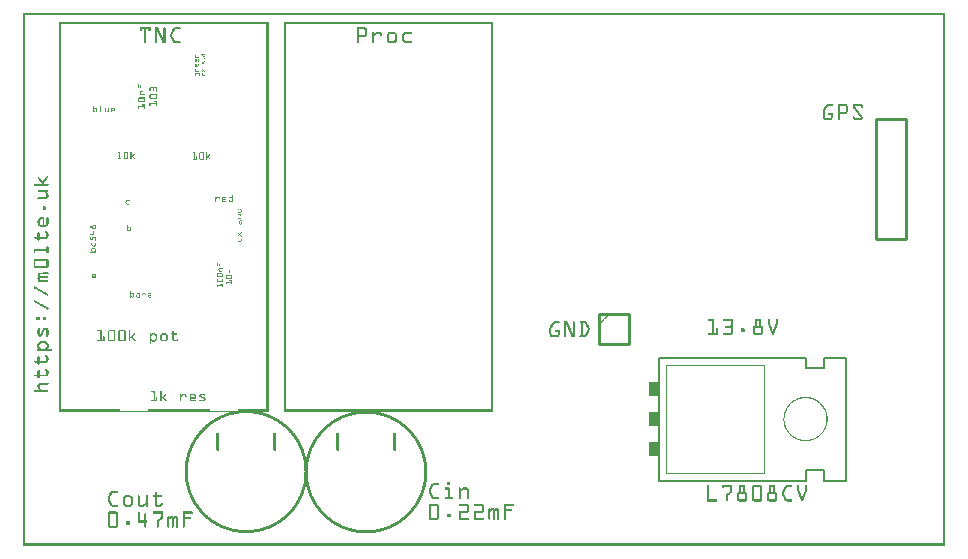
<source format=gto>
G04 MADE WITH FRITZING*
G04 WWW.FRITZING.ORG*
G04 DOUBLE SIDED*
G04 HOLES PLATED*
G04 CONTOUR ON CENTER OF CONTOUR VECTOR*
%ASAXBY*%
%FSLAX23Y23*%
%MOIN*%
%OFA0B0*%
%SFA1.0B1.0*%
%ADD10C,0.410000X0.39*%
%ADD11R,0.035000X0.050000*%
%ADD12C,0.010000*%
%ADD13C,0.006000*%
%ADD14C,0.002000*%
%ADD15R,0.001000X0.001000*%
%LNSILK1*%
G90*
G70*
G54D10*
X1144Y247D03*
G54D11*
X2101Y322D03*
X2101Y422D03*
X2101Y522D03*
G54D12*
X2844Y1422D02*
X2844Y1022D01*
D02*
X2844Y1022D02*
X2944Y1022D01*
D02*
X2944Y1022D02*
X2944Y1422D01*
D02*
X2944Y1422D02*
X2844Y1422D01*
G54D13*
D02*
X2119Y627D02*
X2119Y217D01*
D02*
X2744Y217D02*
X2744Y627D01*
D02*
X2119Y217D02*
X2609Y217D01*
D02*
X2609Y217D02*
X2609Y252D01*
D02*
X2609Y252D02*
X2669Y252D01*
D02*
X2669Y252D02*
X2669Y217D01*
D02*
X2669Y217D02*
X2744Y217D01*
D02*
X2119Y627D02*
X2609Y627D01*
D02*
X2609Y627D02*
X2609Y592D01*
D02*
X2609Y592D02*
X2669Y592D01*
D02*
X2669Y592D02*
X2669Y627D01*
D02*
X2669Y627D02*
X2744Y627D01*
G54D14*
D02*
X2144Y602D02*
X2144Y242D01*
D02*
X2469Y242D02*
X2144Y242D01*
D02*
X2469Y242D02*
X2469Y602D01*
D02*
X2144Y602D02*
X2469Y602D01*
G54D12*
D02*
X1919Y772D02*
X1919Y672D01*
D02*
X1919Y672D02*
X2019Y672D01*
D02*
X2019Y672D02*
X2019Y772D01*
D02*
X2019Y772D02*
X1919Y772D01*
G54D15*
X0Y1776D02*
X3072Y1776D01*
X0Y1775D02*
X3072Y1775D01*
X0Y1774D02*
X3072Y1774D01*
X0Y1773D02*
X3072Y1773D01*
X0Y1772D02*
X3072Y1772D01*
X0Y1771D02*
X3072Y1771D01*
X0Y1770D02*
X3072Y1770D01*
X0Y1769D02*
X3072Y1769D01*
X0Y1768D02*
X7Y1768D01*
X3065Y1768D02*
X3072Y1768D01*
X0Y1767D02*
X7Y1767D01*
X3065Y1767D02*
X3072Y1767D01*
X0Y1766D02*
X7Y1766D01*
X3065Y1766D02*
X3072Y1766D01*
X0Y1765D02*
X7Y1765D01*
X3065Y1765D02*
X3072Y1765D01*
X0Y1764D02*
X7Y1764D01*
X3065Y1764D02*
X3072Y1764D01*
X0Y1763D02*
X7Y1763D01*
X3065Y1763D02*
X3072Y1763D01*
X0Y1762D02*
X7Y1762D01*
X3065Y1762D02*
X3072Y1762D01*
X0Y1761D02*
X7Y1761D01*
X3065Y1761D02*
X3072Y1761D01*
X0Y1760D02*
X7Y1760D01*
X3065Y1760D02*
X3072Y1760D01*
X0Y1759D02*
X7Y1759D01*
X3065Y1759D02*
X3072Y1759D01*
X0Y1758D02*
X7Y1758D01*
X3065Y1758D02*
X3072Y1758D01*
X0Y1757D02*
X7Y1757D01*
X3065Y1757D02*
X3072Y1757D01*
X0Y1756D02*
X7Y1756D01*
X3065Y1756D02*
X3072Y1756D01*
X0Y1755D02*
X7Y1755D01*
X3065Y1755D02*
X3072Y1755D01*
X0Y1754D02*
X7Y1754D01*
X3065Y1754D02*
X3072Y1754D01*
X0Y1753D02*
X7Y1753D01*
X3065Y1753D02*
X3072Y1753D01*
X0Y1752D02*
X7Y1752D01*
X3065Y1752D02*
X3072Y1752D01*
X0Y1751D02*
X7Y1751D01*
X3065Y1751D02*
X3072Y1751D01*
X0Y1750D02*
X7Y1750D01*
X3065Y1750D02*
X3072Y1750D01*
X0Y1749D02*
X7Y1749D01*
X3065Y1749D02*
X3072Y1749D01*
X0Y1748D02*
X7Y1748D01*
X3065Y1748D02*
X3072Y1748D01*
X0Y1747D02*
X7Y1747D01*
X119Y1747D02*
X817Y1747D01*
X869Y1747D02*
X1567Y1747D01*
X3065Y1747D02*
X3072Y1747D01*
X0Y1746D02*
X7Y1746D01*
X119Y1746D02*
X818Y1746D01*
X869Y1746D02*
X1567Y1746D01*
X3065Y1746D02*
X3072Y1746D01*
X0Y1745D02*
X7Y1745D01*
X119Y1745D02*
X818Y1745D01*
X869Y1745D02*
X1567Y1745D01*
X3065Y1745D02*
X3072Y1745D01*
X0Y1744D02*
X7Y1744D01*
X119Y1744D02*
X818Y1744D01*
X869Y1744D02*
X1567Y1744D01*
X3065Y1744D02*
X3072Y1744D01*
X0Y1743D02*
X7Y1743D01*
X119Y1743D02*
X818Y1743D01*
X869Y1743D02*
X1567Y1743D01*
X3065Y1743D02*
X3072Y1743D01*
X0Y1742D02*
X7Y1742D01*
X119Y1742D02*
X818Y1742D01*
X869Y1742D02*
X1567Y1742D01*
X3065Y1742D02*
X3072Y1742D01*
X0Y1741D02*
X7Y1741D01*
X119Y1741D02*
X818Y1741D01*
X869Y1741D02*
X1567Y1741D01*
X3065Y1741D02*
X3072Y1741D01*
X0Y1740D02*
X7Y1740D01*
X119Y1740D02*
X818Y1740D01*
X869Y1740D02*
X1567Y1740D01*
X3065Y1740D02*
X3072Y1740D01*
X0Y1739D02*
X7Y1739D01*
X119Y1739D02*
X126Y1739D01*
X810Y1739D02*
X818Y1739D01*
X869Y1739D02*
X876Y1739D01*
X1560Y1739D02*
X1567Y1739D01*
X3065Y1739D02*
X3072Y1739D01*
X0Y1738D02*
X7Y1738D01*
X119Y1738D02*
X126Y1738D01*
X811Y1738D02*
X818Y1738D01*
X869Y1738D02*
X876Y1738D01*
X1560Y1738D02*
X1567Y1738D01*
X3065Y1738D02*
X3072Y1738D01*
X0Y1737D02*
X7Y1737D01*
X119Y1737D02*
X126Y1737D01*
X811Y1737D02*
X818Y1737D01*
X869Y1737D02*
X876Y1737D01*
X1560Y1737D02*
X1567Y1737D01*
X3065Y1737D02*
X3072Y1737D01*
X0Y1736D02*
X7Y1736D01*
X119Y1736D02*
X126Y1736D01*
X811Y1736D02*
X818Y1736D01*
X869Y1736D02*
X876Y1736D01*
X1560Y1736D02*
X1567Y1736D01*
X3065Y1736D02*
X3072Y1736D01*
X0Y1735D02*
X7Y1735D01*
X119Y1735D02*
X126Y1735D01*
X811Y1735D02*
X818Y1735D01*
X869Y1735D02*
X876Y1735D01*
X1560Y1735D02*
X1567Y1735D01*
X3065Y1735D02*
X3072Y1735D01*
X0Y1734D02*
X7Y1734D01*
X119Y1734D02*
X126Y1734D01*
X811Y1734D02*
X818Y1734D01*
X869Y1734D02*
X876Y1734D01*
X1560Y1734D02*
X1567Y1734D01*
X3065Y1734D02*
X3072Y1734D01*
X0Y1733D02*
X7Y1733D01*
X119Y1733D02*
X126Y1733D01*
X811Y1733D02*
X818Y1733D01*
X869Y1733D02*
X876Y1733D01*
X1560Y1733D02*
X1567Y1733D01*
X3065Y1733D02*
X3072Y1733D01*
X0Y1732D02*
X7Y1732D01*
X119Y1732D02*
X126Y1732D01*
X811Y1732D02*
X818Y1732D01*
X869Y1732D02*
X876Y1732D01*
X1560Y1732D02*
X1567Y1732D01*
X3065Y1732D02*
X3072Y1732D01*
X0Y1731D02*
X7Y1731D01*
X119Y1731D02*
X126Y1731D01*
X811Y1731D02*
X818Y1731D01*
X869Y1731D02*
X876Y1731D01*
X1560Y1731D02*
X1567Y1731D01*
X3065Y1731D02*
X3072Y1731D01*
X0Y1730D02*
X7Y1730D01*
X119Y1730D02*
X126Y1730D01*
X811Y1730D02*
X818Y1730D01*
X869Y1730D02*
X876Y1730D01*
X1560Y1730D02*
X1567Y1730D01*
X3065Y1730D02*
X3072Y1730D01*
X0Y1729D02*
X7Y1729D01*
X119Y1729D02*
X126Y1729D01*
X811Y1729D02*
X818Y1729D01*
X869Y1729D02*
X876Y1729D01*
X1560Y1729D02*
X1567Y1729D01*
X3065Y1729D02*
X3072Y1729D01*
X0Y1728D02*
X7Y1728D01*
X119Y1728D02*
X126Y1728D01*
X391Y1728D02*
X424Y1728D01*
X441Y1728D02*
X449Y1728D01*
X470Y1728D02*
X473Y1728D01*
X505Y1728D02*
X523Y1728D01*
X811Y1728D02*
X818Y1728D01*
X869Y1728D02*
X876Y1728D01*
X1112Y1728D02*
X1139Y1728D01*
X1560Y1728D02*
X1567Y1728D01*
X3065Y1728D02*
X3072Y1728D01*
X0Y1727D02*
X7Y1727D01*
X119Y1727D02*
X126Y1727D01*
X391Y1727D02*
X424Y1727D01*
X441Y1727D02*
X449Y1727D01*
X469Y1727D02*
X473Y1727D01*
X503Y1727D02*
X523Y1727D01*
X811Y1727D02*
X818Y1727D01*
X869Y1727D02*
X876Y1727D01*
X1112Y1727D02*
X1141Y1727D01*
X1560Y1727D02*
X1567Y1727D01*
X3065Y1727D02*
X3072Y1727D01*
X0Y1726D02*
X7Y1726D01*
X119Y1726D02*
X126Y1726D01*
X391Y1726D02*
X424Y1726D01*
X441Y1726D02*
X450Y1726D01*
X468Y1726D02*
X474Y1726D01*
X502Y1726D02*
X524Y1726D01*
X811Y1726D02*
X818Y1726D01*
X869Y1726D02*
X876Y1726D01*
X1112Y1726D02*
X1142Y1726D01*
X1560Y1726D02*
X1567Y1726D01*
X3065Y1726D02*
X3072Y1726D01*
X0Y1725D02*
X7Y1725D01*
X119Y1725D02*
X126Y1725D01*
X391Y1725D02*
X424Y1725D01*
X441Y1725D02*
X450Y1725D01*
X468Y1725D02*
X474Y1725D01*
X501Y1725D02*
X524Y1725D01*
X811Y1725D02*
X818Y1725D01*
X869Y1725D02*
X876Y1725D01*
X1112Y1725D02*
X1143Y1725D01*
X1560Y1725D02*
X1567Y1725D01*
X3065Y1725D02*
X3072Y1725D01*
X0Y1724D02*
X7Y1724D01*
X119Y1724D02*
X126Y1724D01*
X391Y1724D02*
X424Y1724D01*
X441Y1724D02*
X451Y1724D01*
X468Y1724D02*
X474Y1724D01*
X500Y1724D02*
X524Y1724D01*
X811Y1724D02*
X818Y1724D01*
X869Y1724D02*
X876Y1724D01*
X1112Y1724D02*
X1144Y1724D01*
X1560Y1724D02*
X1567Y1724D01*
X3065Y1724D02*
X3072Y1724D01*
X0Y1723D02*
X7Y1723D01*
X119Y1723D02*
X126Y1723D01*
X391Y1723D02*
X424Y1723D01*
X441Y1723D02*
X451Y1723D01*
X468Y1723D02*
X474Y1723D01*
X499Y1723D02*
X523Y1723D01*
X811Y1723D02*
X818Y1723D01*
X869Y1723D02*
X876Y1723D01*
X1112Y1723D02*
X1145Y1723D01*
X1560Y1723D02*
X1567Y1723D01*
X3065Y1723D02*
X3072Y1723D01*
X0Y1722D02*
X7Y1722D01*
X119Y1722D02*
X126Y1722D01*
X391Y1722D02*
X424Y1722D01*
X441Y1722D02*
X452Y1722D01*
X468Y1722D02*
X474Y1722D01*
X499Y1722D02*
X522Y1722D01*
X811Y1722D02*
X818Y1722D01*
X869Y1722D02*
X876Y1722D01*
X1112Y1722D02*
X1145Y1722D01*
X1560Y1722D02*
X1567Y1722D01*
X3065Y1722D02*
X3072Y1722D01*
X0Y1721D02*
X7Y1721D01*
X119Y1721D02*
X126Y1721D01*
X391Y1721D02*
X397Y1721D01*
X404Y1721D02*
X410Y1721D01*
X418Y1721D02*
X424Y1721D01*
X441Y1721D02*
X452Y1721D01*
X468Y1721D02*
X474Y1721D01*
X498Y1721D02*
X506Y1721D01*
X811Y1721D02*
X818Y1721D01*
X869Y1721D02*
X876Y1721D01*
X1112Y1721D02*
X1118Y1721D01*
X1138Y1721D02*
X1145Y1721D01*
X1560Y1721D02*
X1567Y1721D01*
X3065Y1721D02*
X3072Y1721D01*
X0Y1720D02*
X7Y1720D01*
X119Y1720D02*
X126Y1720D01*
X391Y1720D02*
X397Y1720D01*
X404Y1720D02*
X410Y1720D01*
X418Y1720D02*
X424Y1720D01*
X441Y1720D02*
X453Y1720D01*
X468Y1720D02*
X474Y1720D01*
X498Y1720D02*
X505Y1720D01*
X811Y1720D02*
X818Y1720D01*
X869Y1720D02*
X876Y1720D01*
X1112Y1720D02*
X1118Y1720D01*
X1139Y1720D02*
X1146Y1720D01*
X1560Y1720D02*
X1567Y1720D01*
X3065Y1720D02*
X3072Y1720D01*
X0Y1719D02*
X7Y1719D01*
X119Y1719D02*
X126Y1719D01*
X391Y1719D02*
X396Y1719D01*
X404Y1719D02*
X410Y1719D01*
X418Y1719D02*
X424Y1719D01*
X441Y1719D02*
X453Y1719D01*
X468Y1719D02*
X474Y1719D01*
X497Y1719D02*
X504Y1719D01*
X811Y1719D02*
X818Y1719D01*
X869Y1719D02*
X876Y1719D01*
X1112Y1719D02*
X1118Y1719D01*
X1140Y1719D02*
X1146Y1719D01*
X1560Y1719D02*
X1567Y1719D01*
X3065Y1719D02*
X3072Y1719D01*
X0Y1718D02*
X7Y1718D01*
X119Y1718D02*
X126Y1718D01*
X391Y1718D02*
X396Y1718D01*
X404Y1718D02*
X410Y1718D01*
X418Y1718D02*
X424Y1718D01*
X441Y1718D02*
X453Y1718D01*
X468Y1718D02*
X474Y1718D01*
X497Y1718D02*
X504Y1718D01*
X811Y1718D02*
X818Y1718D01*
X869Y1718D02*
X876Y1718D01*
X1112Y1718D02*
X1118Y1718D01*
X1140Y1718D02*
X1146Y1718D01*
X1560Y1718D02*
X1567Y1718D01*
X3065Y1718D02*
X3072Y1718D01*
X0Y1717D02*
X7Y1717D01*
X119Y1717D02*
X126Y1717D01*
X391Y1717D02*
X396Y1717D01*
X404Y1717D02*
X410Y1717D01*
X419Y1717D02*
X423Y1717D01*
X441Y1717D02*
X454Y1717D01*
X468Y1717D02*
X474Y1717D01*
X496Y1717D02*
X503Y1717D01*
X811Y1717D02*
X818Y1717D01*
X869Y1717D02*
X876Y1717D01*
X1112Y1717D02*
X1118Y1717D01*
X1140Y1717D02*
X1146Y1717D01*
X1560Y1717D02*
X1567Y1717D01*
X3065Y1717D02*
X3072Y1717D01*
X0Y1716D02*
X7Y1716D01*
X119Y1716D02*
X126Y1716D01*
X393Y1716D02*
X394Y1716D01*
X404Y1716D02*
X410Y1716D01*
X420Y1716D02*
X422Y1716D01*
X441Y1716D02*
X454Y1716D01*
X468Y1716D02*
X474Y1716D01*
X496Y1716D02*
X503Y1716D01*
X811Y1716D02*
X818Y1716D01*
X869Y1716D02*
X876Y1716D01*
X1112Y1716D02*
X1118Y1716D01*
X1140Y1716D02*
X1146Y1716D01*
X1560Y1716D02*
X1567Y1716D01*
X3065Y1716D02*
X3072Y1716D01*
X0Y1715D02*
X7Y1715D01*
X119Y1715D02*
X126Y1715D01*
X404Y1715D02*
X410Y1715D01*
X441Y1715D02*
X455Y1715D01*
X468Y1715D02*
X474Y1715D01*
X495Y1715D02*
X502Y1715D01*
X811Y1715D02*
X818Y1715D01*
X869Y1715D02*
X876Y1715D01*
X1112Y1715D02*
X1118Y1715D01*
X1140Y1715D02*
X1146Y1715D01*
X1560Y1715D02*
X1567Y1715D01*
X3065Y1715D02*
X3072Y1715D01*
X0Y1714D02*
X7Y1714D01*
X119Y1714D02*
X126Y1714D01*
X404Y1714D02*
X410Y1714D01*
X441Y1714D02*
X455Y1714D01*
X468Y1714D02*
X474Y1714D01*
X495Y1714D02*
X502Y1714D01*
X811Y1714D02*
X818Y1714D01*
X869Y1714D02*
X876Y1714D01*
X1112Y1714D02*
X1118Y1714D01*
X1140Y1714D02*
X1146Y1714D01*
X1560Y1714D02*
X1567Y1714D01*
X3065Y1714D02*
X3072Y1714D01*
X0Y1713D02*
X7Y1713D01*
X119Y1713D02*
X126Y1713D01*
X404Y1713D02*
X410Y1713D01*
X441Y1713D02*
X447Y1713D01*
X449Y1713D02*
X456Y1713D01*
X468Y1713D02*
X474Y1713D01*
X494Y1713D02*
X501Y1713D01*
X811Y1713D02*
X818Y1713D01*
X869Y1713D02*
X876Y1713D01*
X1112Y1713D02*
X1118Y1713D01*
X1140Y1713D02*
X1146Y1713D01*
X1163Y1713D02*
X1167Y1713D01*
X1177Y1713D02*
X1190Y1713D01*
X1221Y1713D02*
X1237Y1713D01*
X1274Y1713D02*
X1295Y1713D01*
X1560Y1713D02*
X1567Y1713D01*
X3065Y1713D02*
X3072Y1713D01*
X0Y1712D02*
X7Y1712D01*
X119Y1712D02*
X126Y1712D01*
X404Y1712D02*
X410Y1712D01*
X441Y1712D02*
X447Y1712D01*
X449Y1712D02*
X456Y1712D01*
X468Y1712D02*
X474Y1712D01*
X494Y1712D02*
X501Y1712D01*
X811Y1712D02*
X818Y1712D01*
X869Y1712D02*
X876Y1712D01*
X1112Y1712D02*
X1118Y1712D01*
X1140Y1712D02*
X1146Y1712D01*
X1163Y1712D02*
X1168Y1712D01*
X1176Y1712D02*
X1191Y1712D01*
X1219Y1712D02*
X1239Y1712D01*
X1273Y1712D02*
X1295Y1712D01*
X1560Y1712D02*
X1567Y1712D01*
X3065Y1712D02*
X3072Y1712D01*
X0Y1711D02*
X7Y1711D01*
X119Y1711D02*
X126Y1711D01*
X404Y1711D02*
X410Y1711D01*
X441Y1711D02*
X447Y1711D01*
X450Y1711D02*
X457Y1711D01*
X468Y1711D02*
X474Y1711D01*
X493Y1711D02*
X500Y1711D01*
X811Y1711D02*
X818Y1711D01*
X869Y1711D02*
X876Y1711D01*
X1112Y1711D02*
X1118Y1711D01*
X1140Y1711D02*
X1146Y1711D01*
X1162Y1711D02*
X1168Y1711D01*
X1175Y1711D02*
X1193Y1711D01*
X1218Y1711D02*
X1240Y1711D01*
X1271Y1711D02*
X1296Y1711D01*
X1560Y1711D02*
X1567Y1711D01*
X3065Y1711D02*
X3072Y1711D01*
X0Y1710D02*
X7Y1710D01*
X119Y1710D02*
X126Y1710D01*
X404Y1710D02*
X410Y1710D01*
X441Y1710D02*
X447Y1710D01*
X450Y1710D02*
X457Y1710D01*
X468Y1710D02*
X474Y1710D01*
X493Y1710D02*
X500Y1710D01*
X811Y1710D02*
X818Y1710D01*
X869Y1710D02*
X876Y1710D01*
X1112Y1710D02*
X1118Y1710D01*
X1140Y1710D02*
X1146Y1710D01*
X1162Y1710D02*
X1168Y1710D01*
X1174Y1710D02*
X1193Y1710D01*
X1217Y1710D02*
X1241Y1710D01*
X1270Y1710D02*
X1296Y1710D01*
X1560Y1710D02*
X1567Y1710D01*
X3065Y1710D02*
X3072Y1710D01*
X0Y1709D02*
X7Y1709D01*
X119Y1709D02*
X126Y1709D01*
X404Y1709D02*
X410Y1709D01*
X441Y1709D02*
X447Y1709D01*
X451Y1709D02*
X457Y1709D01*
X468Y1709D02*
X474Y1709D01*
X492Y1709D02*
X499Y1709D01*
X811Y1709D02*
X818Y1709D01*
X869Y1709D02*
X876Y1709D01*
X1112Y1709D02*
X1118Y1709D01*
X1140Y1709D02*
X1146Y1709D01*
X1162Y1709D02*
X1168Y1709D01*
X1172Y1709D02*
X1194Y1709D01*
X1216Y1709D02*
X1242Y1709D01*
X1269Y1709D02*
X1295Y1709D01*
X1560Y1709D02*
X1567Y1709D01*
X3065Y1709D02*
X3072Y1709D01*
X0Y1708D02*
X7Y1708D01*
X119Y1708D02*
X126Y1708D01*
X404Y1708D02*
X410Y1708D01*
X441Y1708D02*
X447Y1708D01*
X451Y1708D02*
X458Y1708D01*
X468Y1708D02*
X474Y1708D01*
X492Y1708D02*
X499Y1708D01*
X811Y1708D02*
X818Y1708D01*
X869Y1708D02*
X876Y1708D01*
X1112Y1708D02*
X1118Y1708D01*
X1140Y1708D02*
X1146Y1708D01*
X1162Y1708D02*
X1168Y1708D01*
X1171Y1708D02*
X1195Y1708D01*
X1215Y1708D02*
X1243Y1708D01*
X1268Y1708D02*
X1295Y1708D01*
X1560Y1708D02*
X1567Y1708D01*
X3065Y1708D02*
X3072Y1708D01*
X0Y1707D02*
X7Y1707D01*
X119Y1707D02*
X126Y1707D01*
X404Y1707D02*
X410Y1707D01*
X441Y1707D02*
X447Y1707D01*
X452Y1707D02*
X458Y1707D01*
X468Y1707D02*
X474Y1707D01*
X492Y1707D02*
X498Y1707D01*
X811Y1707D02*
X818Y1707D01*
X869Y1707D02*
X876Y1707D01*
X1112Y1707D02*
X1118Y1707D01*
X1140Y1707D02*
X1146Y1707D01*
X1162Y1707D02*
X1168Y1707D01*
X1170Y1707D02*
X1195Y1707D01*
X1214Y1707D02*
X1244Y1707D01*
X1267Y1707D02*
X1293Y1707D01*
X1560Y1707D02*
X1567Y1707D01*
X3065Y1707D02*
X3072Y1707D01*
X0Y1706D02*
X7Y1706D01*
X119Y1706D02*
X126Y1706D01*
X404Y1706D02*
X410Y1706D01*
X441Y1706D02*
X447Y1706D01*
X452Y1706D02*
X459Y1706D01*
X468Y1706D02*
X474Y1706D01*
X491Y1706D02*
X498Y1706D01*
X811Y1706D02*
X818Y1706D01*
X869Y1706D02*
X876Y1706D01*
X1112Y1706D02*
X1118Y1706D01*
X1140Y1706D02*
X1146Y1706D01*
X1162Y1706D02*
X1179Y1706D01*
X1189Y1706D02*
X1196Y1706D01*
X1213Y1706D02*
X1222Y1706D01*
X1236Y1706D02*
X1245Y1706D01*
X1266Y1706D02*
X1275Y1706D01*
X1560Y1706D02*
X1567Y1706D01*
X3065Y1706D02*
X3072Y1706D01*
X0Y1705D02*
X7Y1705D01*
X119Y1705D02*
X126Y1705D01*
X404Y1705D02*
X410Y1705D01*
X441Y1705D02*
X447Y1705D01*
X452Y1705D02*
X459Y1705D01*
X468Y1705D02*
X474Y1705D01*
X491Y1705D02*
X497Y1705D01*
X811Y1705D02*
X818Y1705D01*
X869Y1705D02*
X876Y1705D01*
X1112Y1705D02*
X1118Y1705D01*
X1140Y1705D02*
X1146Y1705D01*
X1162Y1705D02*
X1178Y1705D01*
X1189Y1705D02*
X1196Y1705D01*
X1213Y1705D02*
X1221Y1705D01*
X1238Y1705D02*
X1245Y1705D01*
X1265Y1705D02*
X1274Y1705D01*
X1560Y1705D02*
X1567Y1705D01*
X3065Y1705D02*
X3072Y1705D01*
X0Y1704D02*
X7Y1704D01*
X119Y1704D02*
X126Y1704D01*
X404Y1704D02*
X410Y1704D01*
X441Y1704D02*
X447Y1704D01*
X453Y1704D02*
X460Y1704D01*
X468Y1704D02*
X474Y1704D01*
X491Y1704D02*
X497Y1704D01*
X811Y1704D02*
X818Y1704D01*
X869Y1704D02*
X876Y1704D01*
X1112Y1704D02*
X1118Y1704D01*
X1139Y1704D02*
X1146Y1704D01*
X1162Y1704D02*
X1176Y1704D01*
X1190Y1704D02*
X1196Y1704D01*
X1213Y1704D02*
X1220Y1704D01*
X1239Y1704D02*
X1245Y1704D01*
X1264Y1704D02*
X1273Y1704D01*
X1560Y1704D02*
X1567Y1704D01*
X3065Y1704D02*
X3072Y1704D01*
X0Y1703D02*
X7Y1703D01*
X119Y1703D02*
X126Y1703D01*
X404Y1703D02*
X410Y1703D01*
X441Y1703D02*
X447Y1703D01*
X453Y1703D02*
X460Y1703D01*
X468Y1703D02*
X474Y1703D01*
X491Y1703D02*
X497Y1703D01*
X811Y1703D02*
X818Y1703D01*
X869Y1703D02*
X876Y1703D01*
X1112Y1703D02*
X1118Y1703D01*
X1138Y1703D02*
X1145Y1703D01*
X1162Y1703D02*
X1175Y1703D01*
X1190Y1703D02*
X1196Y1703D01*
X1212Y1703D02*
X1219Y1703D01*
X1239Y1703D02*
X1246Y1703D01*
X1263Y1703D02*
X1272Y1703D01*
X1560Y1703D02*
X1567Y1703D01*
X3065Y1703D02*
X3072Y1703D01*
X0Y1702D02*
X7Y1702D01*
X119Y1702D02*
X126Y1702D01*
X404Y1702D02*
X410Y1702D01*
X441Y1702D02*
X447Y1702D01*
X454Y1702D02*
X460Y1702D01*
X468Y1702D02*
X474Y1702D01*
X491Y1702D02*
X497Y1702D01*
X811Y1702D02*
X818Y1702D01*
X869Y1702D02*
X876Y1702D01*
X1112Y1702D02*
X1145Y1702D01*
X1162Y1702D02*
X1174Y1702D01*
X1190Y1702D02*
X1196Y1702D01*
X1212Y1702D02*
X1218Y1702D01*
X1240Y1702D02*
X1246Y1702D01*
X1263Y1702D02*
X1271Y1702D01*
X1560Y1702D02*
X1567Y1702D01*
X3065Y1702D02*
X3072Y1702D01*
X0Y1701D02*
X7Y1701D01*
X119Y1701D02*
X126Y1701D01*
X404Y1701D02*
X410Y1701D01*
X441Y1701D02*
X447Y1701D01*
X454Y1701D02*
X461Y1701D01*
X468Y1701D02*
X474Y1701D01*
X491Y1701D02*
X497Y1701D01*
X811Y1701D02*
X818Y1701D01*
X869Y1701D02*
X876Y1701D01*
X1112Y1701D02*
X1145Y1701D01*
X1162Y1701D02*
X1173Y1701D01*
X1190Y1701D02*
X1196Y1701D01*
X1212Y1701D02*
X1218Y1701D01*
X1240Y1701D02*
X1246Y1701D01*
X1263Y1701D02*
X1270Y1701D01*
X1560Y1701D02*
X1567Y1701D01*
X3065Y1701D02*
X3072Y1701D01*
X0Y1700D02*
X7Y1700D01*
X119Y1700D02*
X126Y1700D01*
X404Y1700D02*
X410Y1700D01*
X441Y1700D02*
X447Y1700D01*
X455Y1700D02*
X461Y1700D01*
X468Y1700D02*
X474Y1700D01*
X491Y1700D02*
X497Y1700D01*
X811Y1700D02*
X818Y1700D01*
X869Y1700D02*
X876Y1700D01*
X1112Y1700D02*
X1144Y1700D01*
X1162Y1700D02*
X1172Y1700D01*
X1190Y1700D02*
X1195Y1700D01*
X1212Y1700D02*
X1218Y1700D01*
X1240Y1700D02*
X1246Y1700D01*
X1262Y1700D02*
X1269Y1700D01*
X1560Y1700D02*
X1567Y1700D01*
X3065Y1700D02*
X3072Y1700D01*
X0Y1699D02*
X7Y1699D01*
X119Y1699D02*
X126Y1699D01*
X404Y1699D02*
X410Y1699D01*
X441Y1699D02*
X447Y1699D01*
X455Y1699D02*
X462Y1699D01*
X468Y1699D02*
X474Y1699D01*
X491Y1699D02*
X497Y1699D01*
X811Y1699D02*
X818Y1699D01*
X869Y1699D02*
X876Y1699D01*
X1112Y1699D02*
X1143Y1699D01*
X1162Y1699D02*
X1171Y1699D01*
X1191Y1699D02*
X1195Y1699D01*
X1212Y1699D02*
X1218Y1699D01*
X1240Y1699D02*
X1246Y1699D01*
X1262Y1699D02*
X1268Y1699D01*
X1560Y1699D02*
X1567Y1699D01*
X3065Y1699D02*
X3072Y1699D01*
X0Y1698D02*
X7Y1698D01*
X119Y1698D02*
X126Y1698D01*
X404Y1698D02*
X410Y1698D01*
X441Y1698D02*
X447Y1698D01*
X456Y1698D02*
X462Y1698D01*
X468Y1698D02*
X474Y1698D01*
X491Y1698D02*
X497Y1698D01*
X811Y1698D02*
X818Y1698D01*
X869Y1698D02*
X876Y1698D01*
X1112Y1698D02*
X1142Y1698D01*
X1162Y1698D02*
X1169Y1698D01*
X1212Y1698D02*
X1218Y1698D01*
X1240Y1698D02*
X1246Y1698D01*
X1262Y1698D02*
X1268Y1698D01*
X1560Y1698D02*
X1567Y1698D01*
X3065Y1698D02*
X3072Y1698D01*
X0Y1697D02*
X7Y1697D01*
X119Y1697D02*
X126Y1697D01*
X404Y1697D02*
X410Y1697D01*
X441Y1697D02*
X447Y1697D01*
X456Y1697D02*
X463Y1697D01*
X468Y1697D02*
X474Y1697D01*
X491Y1697D02*
X498Y1697D01*
X811Y1697D02*
X818Y1697D01*
X869Y1697D02*
X876Y1697D01*
X1112Y1697D02*
X1141Y1697D01*
X1162Y1697D02*
X1168Y1697D01*
X1212Y1697D02*
X1218Y1697D01*
X1240Y1697D02*
X1246Y1697D01*
X1262Y1697D02*
X1268Y1697D01*
X1560Y1697D02*
X1567Y1697D01*
X3065Y1697D02*
X3072Y1697D01*
X0Y1696D02*
X7Y1696D01*
X119Y1696D02*
X126Y1696D01*
X404Y1696D02*
X410Y1696D01*
X441Y1696D02*
X447Y1696D01*
X456Y1696D02*
X463Y1696D01*
X468Y1696D02*
X474Y1696D01*
X492Y1696D02*
X498Y1696D01*
X811Y1696D02*
X818Y1696D01*
X869Y1696D02*
X876Y1696D01*
X1112Y1696D02*
X1139Y1696D01*
X1162Y1696D02*
X1168Y1696D01*
X1212Y1696D02*
X1218Y1696D01*
X1240Y1696D02*
X1246Y1696D01*
X1262Y1696D02*
X1268Y1696D01*
X1560Y1696D02*
X1567Y1696D01*
X3065Y1696D02*
X3072Y1696D01*
X0Y1695D02*
X7Y1695D01*
X119Y1695D02*
X126Y1695D01*
X404Y1695D02*
X410Y1695D01*
X441Y1695D02*
X447Y1695D01*
X457Y1695D02*
X464Y1695D01*
X468Y1695D02*
X474Y1695D01*
X492Y1695D02*
X499Y1695D01*
X811Y1695D02*
X818Y1695D01*
X869Y1695D02*
X876Y1695D01*
X1112Y1695D02*
X1119Y1695D01*
X1162Y1695D02*
X1168Y1695D01*
X1212Y1695D02*
X1218Y1695D01*
X1240Y1695D02*
X1246Y1695D01*
X1262Y1695D02*
X1268Y1695D01*
X1560Y1695D02*
X1567Y1695D01*
X3065Y1695D02*
X3072Y1695D01*
X0Y1694D02*
X7Y1694D01*
X119Y1694D02*
X126Y1694D01*
X404Y1694D02*
X410Y1694D01*
X441Y1694D02*
X447Y1694D01*
X457Y1694D02*
X464Y1694D01*
X468Y1694D02*
X474Y1694D01*
X492Y1694D02*
X499Y1694D01*
X811Y1694D02*
X818Y1694D01*
X869Y1694D02*
X876Y1694D01*
X1112Y1694D02*
X1118Y1694D01*
X1162Y1694D02*
X1168Y1694D01*
X1212Y1694D02*
X1218Y1694D01*
X1240Y1694D02*
X1246Y1694D01*
X1262Y1694D02*
X1268Y1694D01*
X1560Y1694D02*
X1567Y1694D01*
X3065Y1694D02*
X3072Y1694D01*
X0Y1693D02*
X7Y1693D01*
X119Y1693D02*
X126Y1693D01*
X404Y1693D02*
X410Y1693D01*
X441Y1693D02*
X447Y1693D01*
X458Y1693D02*
X464Y1693D01*
X468Y1693D02*
X474Y1693D01*
X493Y1693D02*
X500Y1693D01*
X811Y1693D02*
X818Y1693D01*
X869Y1693D02*
X876Y1693D01*
X1112Y1693D02*
X1118Y1693D01*
X1162Y1693D02*
X1168Y1693D01*
X1212Y1693D02*
X1218Y1693D01*
X1240Y1693D02*
X1246Y1693D01*
X1262Y1693D02*
X1268Y1693D01*
X1560Y1693D02*
X1567Y1693D01*
X3065Y1693D02*
X3072Y1693D01*
X0Y1692D02*
X7Y1692D01*
X119Y1692D02*
X126Y1692D01*
X404Y1692D02*
X410Y1692D01*
X441Y1692D02*
X447Y1692D01*
X458Y1692D02*
X465Y1692D01*
X468Y1692D02*
X474Y1692D01*
X493Y1692D02*
X500Y1692D01*
X811Y1692D02*
X818Y1692D01*
X869Y1692D02*
X876Y1692D01*
X1112Y1692D02*
X1118Y1692D01*
X1162Y1692D02*
X1168Y1692D01*
X1212Y1692D02*
X1218Y1692D01*
X1240Y1692D02*
X1246Y1692D01*
X1262Y1692D02*
X1268Y1692D01*
X1560Y1692D02*
X1567Y1692D01*
X3065Y1692D02*
X3072Y1692D01*
X0Y1691D02*
X7Y1691D01*
X119Y1691D02*
X126Y1691D01*
X404Y1691D02*
X410Y1691D01*
X441Y1691D02*
X447Y1691D01*
X459Y1691D02*
X465Y1691D01*
X468Y1691D02*
X474Y1691D01*
X494Y1691D02*
X501Y1691D01*
X811Y1691D02*
X818Y1691D01*
X869Y1691D02*
X876Y1691D01*
X1112Y1691D02*
X1118Y1691D01*
X1162Y1691D02*
X1168Y1691D01*
X1212Y1691D02*
X1218Y1691D01*
X1240Y1691D02*
X1246Y1691D01*
X1262Y1691D02*
X1268Y1691D01*
X1560Y1691D02*
X1567Y1691D01*
X3065Y1691D02*
X3072Y1691D01*
X0Y1690D02*
X7Y1690D01*
X119Y1690D02*
X126Y1690D01*
X404Y1690D02*
X410Y1690D01*
X441Y1690D02*
X447Y1690D01*
X459Y1690D02*
X466Y1690D01*
X468Y1690D02*
X474Y1690D01*
X494Y1690D02*
X501Y1690D01*
X811Y1690D02*
X818Y1690D01*
X869Y1690D02*
X876Y1690D01*
X1112Y1690D02*
X1118Y1690D01*
X1162Y1690D02*
X1168Y1690D01*
X1212Y1690D02*
X1218Y1690D01*
X1240Y1690D02*
X1246Y1690D01*
X1262Y1690D02*
X1268Y1690D01*
X1560Y1690D02*
X1567Y1690D01*
X3065Y1690D02*
X3072Y1690D01*
X0Y1689D02*
X7Y1689D01*
X119Y1689D02*
X126Y1689D01*
X404Y1689D02*
X410Y1689D01*
X441Y1689D02*
X447Y1689D01*
X459Y1689D02*
X466Y1689D01*
X468Y1689D02*
X474Y1689D01*
X495Y1689D02*
X502Y1689D01*
X811Y1689D02*
X818Y1689D01*
X869Y1689D02*
X876Y1689D01*
X1112Y1689D02*
X1118Y1689D01*
X1162Y1689D02*
X1168Y1689D01*
X1212Y1689D02*
X1218Y1689D01*
X1240Y1689D02*
X1246Y1689D01*
X1262Y1689D02*
X1268Y1689D01*
X1560Y1689D02*
X1567Y1689D01*
X3065Y1689D02*
X3072Y1689D01*
X0Y1688D02*
X7Y1688D01*
X119Y1688D02*
X126Y1688D01*
X404Y1688D02*
X410Y1688D01*
X441Y1688D02*
X447Y1688D01*
X460Y1688D02*
X474Y1688D01*
X495Y1688D02*
X502Y1688D01*
X811Y1688D02*
X818Y1688D01*
X869Y1688D02*
X876Y1688D01*
X1112Y1688D02*
X1118Y1688D01*
X1162Y1688D02*
X1168Y1688D01*
X1212Y1688D02*
X1218Y1688D01*
X1240Y1688D02*
X1246Y1688D01*
X1262Y1688D02*
X1269Y1688D01*
X1560Y1688D02*
X1567Y1688D01*
X3065Y1688D02*
X3072Y1688D01*
X0Y1687D02*
X7Y1687D01*
X119Y1687D02*
X126Y1687D01*
X404Y1687D02*
X410Y1687D01*
X441Y1687D02*
X447Y1687D01*
X460Y1687D02*
X474Y1687D01*
X496Y1687D02*
X503Y1687D01*
X811Y1687D02*
X818Y1687D01*
X869Y1687D02*
X876Y1687D01*
X1112Y1687D02*
X1118Y1687D01*
X1162Y1687D02*
X1168Y1687D01*
X1212Y1687D02*
X1218Y1687D01*
X1240Y1687D02*
X1246Y1687D01*
X1263Y1687D02*
X1270Y1687D01*
X1560Y1687D02*
X1567Y1687D01*
X3065Y1687D02*
X3072Y1687D01*
X0Y1686D02*
X7Y1686D01*
X119Y1686D02*
X126Y1686D01*
X404Y1686D02*
X410Y1686D01*
X441Y1686D02*
X447Y1686D01*
X461Y1686D02*
X474Y1686D01*
X496Y1686D02*
X503Y1686D01*
X811Y1686D02*
X818Y1686D01*
X869Y1686D02*
X876Y1686D01*
X1112Y1686D02*
X1118Y1686D01*
X1162Y1686D02*
X1168Y1686D01*
X1212Y1686D02*
X1219Y1686D01*
X1240Y1686D02*
X1246Y1686D01*
X1263Y1686D02*
X1271Y1686D01*
X1560Y1686D02*
X1567Y1686D01*
X3065Y1686D02*
X3072Y1686D01*
X0Y1685D02*
X7Y1685D01*
X119Y1685D02*
X126Y1685D01*
X404Y1685D02*
X410Y1685D01*
X441Y1685D02*
X447Y1685D01*
X461Y1685D02*
X474Y1685D01*
X497Y1685D02*
X504Y1685D01*
X811Y1685D02*
X818Y1685D01*
X869Y1685D02*
X876Y1685D01*
X1112Y1685D02*
X1118Y1685D01*
X1162Y1685D02*
X1168Y1685D01*
X1212Y1685D02*
X1219Y1685D01*
X1239Y1685D02*
X1246Y1685D01*
X1264Y1685D02*
X1272Y1685D01*
X1560Y1685D02*
X1567Y1685D01*
X3065Y1685D02*
X3072Y1685D01*
X0Y1684D02*
X7Y1684D01*
X119Y1684D02*
X126Y1684D01*
X404Y1684D02*
X410Y1684D01*
X441Y1684D02*
X447Y1684D01*
X462Y1684D02*
X474Y1684D01*
X497Y1684D02*
X504Y1684D01*
X811Y1684D02*
X818Y1684D01*
X869Y1684D02*
X876Y1684D01*
X1112Y1684D02*
X1118Y1684D01*
X1162Y1684D02*
X1168Y1684D01*
X1213Y1684D02*
X1220Y1684D01*
X1238Y1684D02*
X1245Y1684D01*
X1264Y1684D02*
X1273Y1684D01*
X1560Y1684D02*
X1567Y1684D01*
X3065Y1684D02*
X3072Y1684D01*
X0Y1683D02*
X7Y1683D01*
X119Y1683D02*
X126Y1683D01*
X404Y1683D02*
X410Y1683D01*
X441Y1683D02*
X447Y1683D01*
X462Y1683D02*
X474Y1683D01*
X498Y1683D02*
X505Y1683D01*
X811Y1683D02*
X818Y1683D01*
X869Y1683D02*
X876Y1683D01*
X1112Y1683D02*
X1118Y1683D01*
X1162Y1683D02*
X1168Y1683D01*
X1213Y1683D02*
X1221Y1683D01*
X1237Y1683D02*
X1245Y1683D01*
X1265Y1683D02*
X1275Y1683D01*
X1560Y1683D02*
X1567Y1683D01*
X3065Y1683D02*
X3072Y1683D01*
X0Y1682D02*
X7Y1682D01*
X119Y1682D02*
X126Y1682D01*
X404Y1682D02*
X410Y1682D01*
X441Y1682D02*
X447Y1682D01*
X463Y1682D02*
X474Y1682D01*
X498Y1682D02*
X506Y1682D01*
X811Y1682D02*
X818Y1682D01*
X869Y1682D02*
X876Y1682D01*
X1112Y1682D02*
X1118Y1682D01*
X1162Y1682D02*
X1168Y1682D01*
X1214Y1682D02*
X1223Y1682D01*
X1236Y1682D02*
X1244Y1682D01*
X1266Y1682D02*
X1276Y1682D01*
X1560Y1682D02*
X1567Y1682D01*
X3065Y1682D02*
X3072Y1682D01*
X0Y1681D02*
X7Y1681D01*
X119Y1681D02*
X126Y1681D01*
X404Y1681D02*
X410Y1681D01*
X441Y1681D02*
X447Y1681D01*
X463Y1681D02*
X474Y1681D01*
X499Y1681D02*
X522Y1681D01*
X811Y1681D02*
X818Y1681D01*
X869Y1681D02*
X876Y1681D01*
X1112Y1681D02*
X1118Y1681D01*
X1162Y1681D02*
X1168Y1681D01*
X1214Y1681D02*
X1244Y1681D01*
X1267Y1681D02*
X1294Y1681D01*
X1560Y1681D02*
X1567Y1681D01*
X3065Y1681D02*
X3072Y1681D01*
X0Y1680D02*
X7Y1680D01*
X119Y1680D02*
X126Y1680D01*
X404Y1680D02*
X410Y1680D01*
X441Y1680D02*
X447Y1680D01*
X463Y1680D02*
X474Y1680D01*
X499Y1680D02*
X523Y1680D01*
X811Y1680D02*
X818Y1680D01*
X869Y1680D02*
X876Y1680D01*
X1112Y1680D02*
X1118Y1680D01*
X1162Y1680D02*
X1168Y1680D01*
X1215Y1680D02*
X1243Y1680D01*
X1268Y1680D02*
X1295Y1680D01*
X1560Y1680D02*
X1567Y1680D01*
X3065Y1680D02*
X3072Y1680D01*
X0Y1679D02*
X7Y1679D01*
X119Y1679D02*
X126Y1679D01*
X404Y1679D02*
X410Y1679D01*
X441Y1679D02*
X447Y1679D01*
X464Y1679D02*
X474Y1679D01*
X500Y1679D02*
X524Y1679D01*
X811Y1679D02*
X818Y1679D01*
X869Y1679D02*
X876Y1679D01*
X1112Y1679D02*
X1118Y1679D01*
X1162Y1679D02*
X1168Y1679D01*
X1216Y1679D02*
X1242Y1679D01*
X1269Y1679D02*
X1296Y1679D01*
X1560Y1679D02*
X1567Y1679D01*
X3065Y1679D02*
X3072Y1679D01*
X0Y1678D02*
X7Y1678D01*
X119Y1678D02*
X126Y1678D01*
X404Y1678D02*
X410Y1678D01*
X441Y1678D02*
X447Y1678D01*
X464Y1678D02*
X474Y1678D01*
X501Y1678D02*
X524Y1678D01*
X811Y1678D02*
X818Y1678D01*
X869Y1678D02*
X876Y1678D01*
X1112Y1678D02*
X1118Y1678D01*
X1162Y1678D02*
X1168Y1678D01*
X1217Y1678D02*
X1241Y1678D01*
X1271Y1678D02*
X1296Y1678D01*
X1560Y1678D02*
X1567Y1678D01*
X3065Y1678D02*
X3072Y1678D01*
X0Y1677D02*
X7Y1677D01*
X119Y1677D02*
X126Y1677D01*
X404Y1677D02*
X410Y1677D01*
X441Y1677D02*
X446Y1677D01*
X465Y1677D02*
X474Y1677D01*
X502Y1677D02*
X524Y1677D01*
X811Y1677D02*
X818Y1677D01*
X869Y1677D02*
X876Y1677D01*
X1112Y1677D02*
X1118Y1677D01*
X1162Y1677D02*
X1168Y1677D01*
X1218Y1677D02*
X1240Y1677D01*
X1272Y1677D02*
X1296Y1677D01*
X1560Y1677D02*
X1567Y1677D01*
X3065Y1677D02*
X3072Y1677D01*
X0Y1676D02*
X7Y1676D01*
X119Y1676D02*
X126Y1676D01*
X405Y1676D02*
X410Y1676D01*
X441Y1676D02*
X446Y1676D01*
X465Y1676D02*
X474Y1676D01*
X503Y1676D02*
X523Y1676D01*
X811Y1676D02*
X818Y1676D01*
X869Y1676D02*
X876Y1676D01*
X1113Y1676D02*
X1118Y1676D01*
X1163Y1676D02*
X1168Y1676D01*
X1220Y1676D02*
X1238Y1676D01*
X1273Y1676D02*
X1295Y1676D01*
X1560Y1676D02*
X1567Y1676D01*
X3065Y1676D02*
X3072Y1676D01*
X0Y1675D02*
X7Y1675D01*
X119Y1675D02*
X126Y1675D01*
X406Y1675D02*
X408Y1675D01*
X442Y1675D02*
X445Y1675D01*
X466Y1675D02*
X474Y1675D01*
X506Y1675D02*
X522Y1675D01*
X811Y1675D02*
X818Y1675D01*
X869Y1675D02*
X876Y1675D01*
X1114Y1675D02*
X1116Y1675D01*
X1164Y1675D02*
X1166Y1675D01*
X1222Y1675D02*
X1236Y1675D01*
X1275Y1675D02*
X1294Y1675D01*
X1560Y1675D02*
X1567Y1675D01*
X3065Y1675D02*
X3072Y1675D01*
X0Y1674D02*
X7Y1674D01*
X119Y1674D02*
X126Y1674D01*
X811Y1674D02*
X818Y1674D01*
X869Y1674D02*
X876Y1674D01*
X1560Y1674D02*
X1567Y1674D01*
X3065Y1674D02*
X3072Y1674D01*
X0Y1673D02*
X7Y1673D01*
X119Y1673D02*
X126Y1673D01*
X811Y1673D02*
X818Y1673D01*
X869Y1673D02*
X876Y1673D01*
X1560Y1673D02*
X1567Y1673D01*
X3065Y1673D02*
X3072Y1673D01*
X0Y1672D02*
X7Y1672D01*
X119Y1672D02*
X126Y1672D01*
X811Y1672D02*
X818Y1672D01*
X869Y1672D02*
X876Y1672D01*
X1560Y1672D02*
X1567Y1672D01*
X3065Y1672D02*
X3072Y1672D01*
X0Y1671D02*
X7Y1671D01*
X119Y1671D02*
X126Y1671D01*
X811Y1671D02*
X818Y1671D01*
X869Y1671D02*
X876Y1671D01*
X1560Y1671D02*
X1567Y1671D01*
X3065Y1671D02*
X3072Y1671D01*
X0Y1670D02*
X7Y1670D01*
X119Y1670D02*
X126Y1670D01*
X811Y1670D02*
X818Y1670D01*
X869Y1670D02*
X876Y1670D01*
X1560Y1670D02*
X1567Y1670D01*
X3065Y1670D02*
X3072Y1670D01*
X0Y1669D02*
X7Y1669D01*
X119Y1669D02*
X126Y1669D01*
X811Y1669D02*
X818Y1669D01*
X869Y1669D02*
X876Y1669D01*
X1560Y1669D02*
X1567Y1669D01*
X3065Y1669D02*
X3072Y1669D01*
X0Y1668D02*
X7Y1668D01*
X119Y1668D02*
X126Y1668D01*
X811Y1668D02*
X818Y1668D01*
X869Y1668D02*
X876Y1668D01*
X1560Y1668D02*
X1567Y1668D01*
X3065Y1668D02*
X3072Y1668D01*
X0Y1667D02*
X7Y1667D01*
X119Y1667D02*
X126Y1667D01*
X811Y1667D02*
X818Y1667D01*
X869Y1667D02*
X876Y1667D01*
X1560Y1667D02*
X1567Y1667D01*
X3065Y1667D02*
X3072Y1667D01*
X0Y1666D02*
X7Y1666D01*
X119Y1666D02*
X126Y1666D01*
X811Y1666D02*
X818Y1666D01*
X869Y1666D02*
X876Y1666D01*
X1560Y1666D02*
X1567Y1666D01*
X3065Y1666D02*
X3072Y1666D01*
X0Y1665D02*
X7Y1665D01*
X119Y1665D02*
X126Y1665D01*
X811Y1665D02*
X818Y1665D01*
X869Y1665D02*
X876Y1665D01*
X1560Y1665D02*
X1567Y1665D01*
X3065Y1665D02*
X3072Y1665D01*
X0Y1664D02*
X7Y1664D01*
X119Y1664D02*
X126Y1664D01*
X811Y1664D02*
X818Y1664D01*
X869Y1664D02*
X876Y1664D01*
X1560Y1664D02*
X1567Y1664D01*
X3065Y1664D02*
X3072Y1664D01*
X0Y1663D02*
X7Y1663D01*
X119Y1663D02*
X126Y1663D01*
X811Y1663D02*
X818Y1663D01*
X869Y1663D02*
X876Y1663D01*
X1560Y1663D02*
X1567Y1663D01*
X3065Y1663D02*
X3072Y1663D01*
X0Y1662D02*
X7Y1662D01*
X119Y1662D02*
X126Y1662D01*
X811Y1662D02*
X818Y1662D01*
X869Y1662D02*
X876Y1662D01*
X1560Y1662D02*
X1567Y1662D01*
X3065Y1662D02*
X3072Y1662D01*
X0Y1661D02*
X7Y1661D01*
X119Y1661D02*
X126Y1661D01*
X811Y1661D02*
X818Y1661D01*
X869Y1661D02*
X876Y1661D01*
X1560Y1661D02*
X1567Y1661D01*
X3065Y1661D02*
X3072Y1661D01*
X0Y1660D02*
X7Y1660D01*
X119Y1660D02*
X126Y1660D01*
X811Y1660D02*
X818Y1660D01*
X869Y1660D02*
X876Y1660D01*
X1560Y1660D02*
X1567Y1660D01*
X3065Y1660D02*
X3072Y1660D01*
X0Y1659D02*
X7Y1659D01*
X119Y1659D02*
X126Y1659D01*
X811Y1659D02*
X818Y1659D01*
X869Y1659D02*
X876Y1659D01*
X1560Y1659D02*
X1567Y1659D01*
X3065Y1659D02*
X3072Y1659D01*
X0Y1658D02*
X7Y1658D01*
X119Y1658D02*
X126Y1658D01*
X811Y1658D02*
X818Y1658D01*
X869Y1658D02*
X876Y1658D01*
X1560Y1658D02*
X1567Y1658D01*
X3065Y1658D02*
X3072Y1658D01*
X0Y1657D02*
X7Y1657D01*
X119Y1657D02*
X126Y1657D01*
X811Y1657D02*
X818Y1657D01*
X869Y1657D02*
X876Y1657D01*
X1560Y1657D02*
X1567Y1657D01*
X3065Y1657D02*
X3072Y1657D01*
X0Y1656D02*
X7Y1656D01*
X119Y1656D02*
X126Y1656D01*
X811Y1656D02*
X818Y1656D01*
X869Y1656D02*
X876Y1656D01*
X1560Y1656D02*
X1567Y1656D01*
X3065Y1656D02*
X3072Y1656D01*
X0Y1655D02*
X7Y1655D01*
X119Y1655D02*
X126Y1655D01*
X811Y1655D02*
X818Y1655D01*
X869Y1655D02*
X876Y1655D01*
X1560Y1655D02*
X1567Y1655D01*
X3065Y1655D02*
X3072Y1655D01*
X0Y1654D02*
X7Y1654D01*
X119Y1654D02*
X126Y1654D01*
X811Y1654D02*
X818Y1654D01*
X869Y1654D02*
X876Y1654D01*
X1560Y1654D02*
X1567Y1654D01*
X3065Y1654D02*
X3072Y1654D01*
X0Y1653D02*
X7Y1653D01*
X119Y1653D02*
X126Y1653D01*
X811Y1653D02*
X818Y1653D01*
X869Y1653D02*
X876Y1653D01*
X1560Y1653D02*
X1567Y1653D01*
X3065Y1653D02*
X3072Y1653D01*
X0Y1652D02*
X7Y1652D01*
X119Y1652D02*
X126Y1652D01*
X811Y1652D02*
X818Y1652D01*
X869Y1652D02*
X876Y1652D01*
X1560Y1652D02*
X1567Y1652D01*
X3065Y1652D02*
X3072Y1652D01*
X0Y1651D02*
X7Y1651D01*
X119Y1651D02*
X126Y1651D01*
X811Y1651D02*
X818Y1651D01*
X869Y1651D02*
X876Y1651D01*
X1560Y1651D02*
X1567Y1651D01*
X3065Y1651D02*
X3072Y1651D01*
X0Y1650D02*
X7Y1650D01*
X119Y1650D02*
X126Y1650D01*
X811Y1650D02*
X818Y1650D01*
X869Y1650D02*
X876Y1650D01*
X1560Y1650D02*
X1567Y1650D01*
X3065Y1650D02*
X3072Y1650D01*
X0Y1649D02*
X7Y1649D01*
X119Y1649D02*
X126Y1649D01*
X811Y1649D02*
X818Y1649D01*
X869Y1649D02*
X876Y1649D01*
X1560Y1649D02*
X1567Y1649D01*
X3065Y1649D02*
X3072Y1649D01*
X0Y1648D02*
X7Y1648D01*
X119Y1648D02*
X126Y1648D01*
X811Y1648D02*
X818Y1648D01*
X869Y1648D02*
X876Y1648D01*
X1560Y1648D02*
X1567Y1648D01*
X3065Y1648D02*
X3072Y1648D01*
X0Y1647D02*
X7Y1647D01*
X119Y1647D02*
X126Y1647D01*
X811Y1647D02*
X818Y1647D01*
X869Y1647D02*
X876Y1647D01*
X1560Y1647D02*
X1567Y1647D01*
X3065Y1647D02*
X3072Y1647D01*
X0Y1646D02*
X7Y1646D01*
X119Y1646D02*
X126Y1646D01*
X811Y1646D02*
X818Y1646D01*
X869Y1646D02*
X876Y1646D01*
X1560Y1646D02*
X1567Y1646D01*
X3065Y1646D02*
X3072Y1646D01*
X0Y1645D02*
X7Y1645D01*
X119Y1645D02*
X126Y1645D01*
X811Y1645D02*
X818Y1645D01*
X869Y1645D02*
X876Y1645D01*
X1560Y1645D02*
X1567Y1645D01*
X3065Y1645D02*
X3072Y1645D01*
X0Y1644D02*
X7Y1644D01*
X119Y1644D02*
X126Y1644D01*
X811Y1644D02*
X818Y1644D01*
X869Y1644D02*
X876Y1644D01*
X1560Y1644D02*
X1567Y1644D01*
X3065Y1644D02*
X3072Y1644D01*
X0Y1643D02*
X7Y1643D01*
X119Y1643D02*
X126Y1643D01*
X811Y1643D02*
X818Y1643D01*
X869Y1643D02*
X876Y1643D01*
X1560Y1643D02*
X1567Y1643D01*
X3065Y1643D02*
X3072Y1643D01*
X0Y1642D02*
X7Y1642D01*
X119Y1642D02*
X126Y1642D01*
X811Y1642D02*
X818Y1642D01*
X869Y1642D02*
X876Y1642D01*
X1560Y1642D02*
X1567Y1642D01*
X3065Y1642D02*
X3072Y1642D01*
X0Y1641D02*
X7Y1641D01*
X119Y1641D02*
X126Y1641D01*
X811Y1641D02*
X818Y1641D01*
X869Y1641D02*
X876Y1641D01*
X1560Y1641D02*
X1567Y1641D01*
X3065Y1641D02*
X3072Y1641D01*
X0Y1640D02*
X7Y1640D01*
X119Y1640D02*
X126Y1640D01*
X811Y1640D02*
X818Y1640D01*
X869Y1640D02*
X876Y1640D01*
X1560Y1640D02*
X1567Y1640D01*
X3065Y1640D02*
X3072Y1640D01*
X0Y1639D02*
X7Y1639D01*
X119Y1639D02*
X126Y1639D01*
X593Y1639D02*
X606Y1639D01*
X811Y1639D02*
X818Y1639D01*
X869Y1639D02*
X876Y1639D01*
X1560Y1639D02*
X1567Y1639D01*
X3065Y1639D02*
X3072Y1639D01*
X0Y1638D02*
X7Y1638D01*
X119Y1638D02*
X126Y1638D01*
X583Y1638D02*
X583Y1638D01*
X594Y1638D02*
X605Y1638D01*
X811Y1638D02*
X818Y1638D01*
X869Y1638D02*
X876Y1638D01*
X1560Y1638D02*
X1567Y1638D01*
X3065Y1638D02*
X3072Y1638D01*
X0Y1637D02*
X7Y1637D01*
X119Y1637D02*
X126Y1637D01*
X574Y1637D02*
X584Y1637D01*
X598Y1637D02*
X599Y1637D01*
X604Y1637D02*
X605Y1637D01*
X811Y1637D02*
X818Y1637D01*
X869Y1637D02*
X876Y1637D01*
X1560Y1637D02*
X1567Y1637D01*
X3065Y1637D02*
X3072Y1637D01*
X0Y1636D02*
X7Y1636D01*
X119Y1636D02*
X126Y1636D01*
X573Y1636D02*
X583Y1636D01*
X597Y1636D02*
X598Y1636D01*
X605Y1636D02*
X606Y1636D01*
X811Y1636D02*
X818Y1636D01*
X869Y1636D02*
X876Y1636D01*
X1560Y1636D02*
X1567Y1636D01*
X3065Y1636D02*
X3072Y1636D01*
X0Y1635D02*
X7Y1635D01*
X119Y1635D02*
X126Y1635D01*
X573Y1635D02*
X574Y1635D01*
X597Y1635D02*
X598Y1635D01*
X605Y1635D02*
X606Y1635D01*
X811Y1635D02*
X818Y1635D01*
X869Y1635D02*
X876Y1635D01*
X1560Y1635D02*
X1567Y1635D01*
X3065Y1635D02*
X3072Y1635D01*
X0Y1634D02*
X7Y1634D01*
X119Y1634D02*
X126Y1634D01*
X573Y1634D02*
X574Y1634D01*
X597Y1634D02*
X598Y1634D01*
X605Y1634D02*
X606Y1634D01*
X811Y1634D02*
X818Y1634D01*
X869Y1634D02*
X876Y1634D01*
X1560Y1634D02*
X1567Y1634D01*
X3065Y1634D02*
X3072Y1634D01*
X0Y1633D02*
X7Y1633D01*
X119Y1633D02*
X126Y1633D01*
X573Y1633D02*
X574Y1633D01*
X597Y1633D02*
X598Y1633D01*
X605Y1633D02*
X606Y1633D01*
X811Y1633D02*
X818Y1633D01*
X869Y1633D02*
X876Y1633D01*
X1560Y1633D02*
X1567Y1633D01*
X3065Y1633D02*
X3072Y1633D01*
X0Y1632D02*
X7Y1632D01*
X119Y1632D02*
X126Y1632D01*
X573Y1632D02*
X575Y1632D01*
X598Y1632D02*
X605Y1632D01*
X811Y1632D02*
X818Y1632D01*
X869Y1632D02*
X876Y1632D01*
X1560Y1632D02*
X1567Y1632D01*
X3065Y1632D02*
X3072Y1632D01*
X0Y1631D02*
X7Y1631D01*
X119Y1631D02*
X126Y1631D01*
X574Y1631D02*
X575Y1631D01*
X599Y1631D02*
X604Y1631D01*
X811Y1631D02*
X818Y1631D01*
X869Y1631D02*
X876Y1631D01*
X1560Y1631D02*
X1567Y1631D01*
X3065Y1631D02*
X3072Y1631D01*
X0Y1630D02*
X7Y1630D01*
X119Y1630D02*
X126Y1630D01*
X574Y1630D02*
X576Y1630D01*
X811Y1630D02*
X818Y1630D01*
X869Y1630D02*
X876Y1630D01*
X1560Y1630D02*
X1567Y1630D01*
X3065Y1630D02*
X3072Y1630D01*
X0Y1629D02*
X7Y1629D01*
X119Y1629D02*
X126Y1629D01*
X573Y1629D02*
X584Y1629D01*
X811Y1629D02*
X818Y1629D01*
X869Y1629D02*
X876Y1629D01*
X1560Y1629D02*
X1567Y1629D01*
X3065Y1629D02*
X3072Y1629D01*
X0Y1628D02*
X7Y1628D01*
X119Y1628D02*
X126Y1628D01*
X573Y1628D02*
X584Y1628D01*
X811Y1628D02*
X818Y1628D01*
X869Y1628D02*
X876Y1628D01*
X1560Y1628D02*
X1567Y1628D01*
X3065Y1628D02*
X3072Y1628D01*
X0Y1627D02*
X7Y1627D01*
X119Y1627D02*
X126Y1627D01*
X811Y1627D02*
X818Y1627D01*
X869Y1627D02*
X876Y1627D01*
X1560Y1627D02*
X1567Y1627D01*
X3065Y1627D02*
X3072Y1627D01*
X0Y1626D02*
X7Y1626D01*
X119Y1626D02*
X126Y1626D01*
X597Y1626D02*
X606Y1626D01*
X811Y1626D02*
X818Y1626D01*
X869Y1626D02*
X876Y1626D01*
X1560Y1626D02*
X1567Y1626D01*
X3065Y1626D02*
X3072Y1626D01*
X0Y1625D02*
X7Y1625D01*
X119Y1625D02*
X126Y1625D01*
X603Y1625D02*
X605Y1625D01*
X811Y1625D02*
X818Y1625D01*
X869Y1625D02*
X876Y1625D01*
X1560Y1625D02*
X1567Y1625D01*
X3065Y1625D02*
X3072Y1625D01*
X0Y1624D02*
X7Y1624D01*
X119Y1624D02*
X126Y1624D01*
X604Y1624D02*
X605Y1624D01*
X811Y1624D02*
X818Y1624D01*
X869Y1624D02*
X876Y1624D01*
X1560Y1624D02*
X1567Y1624D01*
X3065Y1624D02*
X3072Y1624D01*
X0Y1623D02*
X7Y1623D01*
X119Y1623D02*
X126Y1623D01*
X605Y1623D02*
X606Y1623D01*
X811Y1623D02*
X818Y1623D01*
X869Y1623D02*
X876Y1623D01*
X1560Y1623D02*
X1567Y1623D01*
X3065Y1623D02*
X3072Y1623D01*
X0Y1622D02*
X7Y1622D01*
X119Y1622D02*
X126Y1622D01*
X575Y1622D02*
X579Y1622D01*
X583Y1622D02*
X584Y1622D01*
X605Y1622D02*
X606Y1622D01*
X811Y1622D02*
X818Y1622D01*
X869Y1622D02*
X876Y1622D01*
X1560Y1622D02*
X1567Y1622D01*
X3065Y1622D02*
X3072Y1622D01*
X0Y1621D02*
X7Y1621D01*
X119Y1621D02*
X126Y1621D01*
X574Y1621D02*
X580Y1621D01*
X583Y1621D02*
X584Y1621D01*
X605Y1621D02*
X606Y1621D01*
X811Y1621D02*
X818Y1621D01*
X869Y1621D02*
X876Y1621D01*
X1560Y1621D02*
X1567Y1621D01*
X3065Y1621D02*
X3072Y1621D01*
X0Y1620D02*
X7Y1620D01*
X119Y1620D02*
X126Y1620D01*
X573Y1620D02*
X575Y1620D01*
X578Y1620D02*
X580Y1620D01*
X583Y1620D02*
X584Y1620D01*
X604Y1620D02*
X606Y1620D01*
X811Y1620D02*
X818Y1620D01*
X869Y1620D02*
X876Y1620D01*
X1560Y1620D02*
X1567Y1620D01*
X3065Y1620D02*
X3072Y1620D01*
X0Y1619D02*
X7Y1619D01*
X119Y1619D02*
X126Y1619D01*
X573Y1619D02*
X574Y1619D01*
X578Y1619D02*
X580Y1619D01*
X583Y1619D02*
X584Y1619D01*
X597Y1619D02*
X605Y1619D01*
X811Y1619D02*
X818Y1619D01*
X869Y1619D02*
X876Y1619D01*
X1560Y1619D02*
X1567Y1619D01*
X3065Y1619D02*
X3072Y1619D01*
X0Y1618D02*
X7Y1618D01*
X119Y1618D02*
X126Y1618D01*
X573Y1618D02*
X574Y1618D01*
X578Y1618D02*
X580Y1618D01*
X583Y1618D02*
X584Y1618D01*
X811Y1618D02*
X818Y1618D01*
X869Y1618D02*
X876Y1618D01*
X1560Y1618D02*
X1567Y1618D01*
X3065Y1618D02*
X3072Y1618D01*
X0Y1617D02*
X7Y1617D01*
X119Y1617D02*
X126Y1617D01*
X573Y1617D02*
X574Y1617D01*
X578Y1617D02*
X580Y1617D01*
X583Y1617D02*
X584Y1617D01*
X811Y1617D02*
X818Y1617D01*
X869Y1617D02*
X876Y1617D01*
X1560Y1617D02*
X1567Y1617D01*
X3065Y1617D02*
X3072Y1617D01*
X0Y1616D02*
X7Y1616D01*
X119Y1616D02*
X126Y1616D01*
X573Y1616D02*
X574Y1616D01*
X578Y1616D02*
X580Y1616D01*
X583Y1616D02*
X584Y1616D01*
X811Y1616D02*
X818Y1616D01*
X869Y1616D02*
X876Y1616D01*
X1560Y1616D02*
X1567Y1616D01*
X3065Y1616D02*
X3072Y1616D01*
X0Y1615D02*
X7Y1615D01*
X119Y1615D02*
X126Y1615D01*
X573Y1615D02*
X574Y1615D01*
X578Y1615D02*
X580Y1615D01*
X583Y1615D02*
X584Y1615D01*
X811Y1615D02*
X818Y1615D01*
X869Y1615D02*
X876Y1615D01*
X1560Y1615D02*
X1567Y1615D01*
X3065Y1615D02*
X3072Y1615D01*
X0Y1614D02*
X7Y1614D01*
X119Y1614D02*
X126Y1614D01*
X573Y1614D02*
X576Y1614D01*
X578Y1614D02*
X580Y1614D01*
X582Y1614D02*
X584Y1614D01*
X603Y1614D02*
X605Y1614D01*
X811Y1614D02*
X818Y1614D01*
X869Y1614D02*
X876Y1614D01*
X1560Y1614D02*
X1567Y1614D01*
X3065Y1614D02*
X3072Y1614D01*
X0Y1613D02*
X7Y1613D01*
X119Y1613D02*
X126Y1613D01*
X574Y1613D02*
X583Y1613D01*
X598Y1613D02*
X606Y1613D01*
X811Y1613D02*
X818Y1613D01*
X869Y1613D02*
X876Y1613D01*
X1560Y1613D02*
X1567Y1613D01*
X3065Y1613D02*
X3072Y1613D01*
X0Y1612D02*
X7Y1612D01*
X119Y1612D02*
X126Y1612D01*
X576Y1612D02*
X582Y1612D01*
X597Y1612D02*
X598Y1612D01*
X600Y1612D02*
X602Y1612D01*
X604Y1612D02*
X605Y1612D01*
X811Y1612D02*
X818Y1612D01*
X869Y1612D02*
X876Y1612D01*
X1560Y1612D02*
X1567Y1612D01*
X3065Y1612D02*
X3072Y1612D01*
X0Y1611D02*
X7Y1611D01*
X119Y1611D02*
X126Y1611D01*
X597Y1611D02*
X598Y1611D01*
X601Y1611D02*
X601Y1611D01*
X605Y1611D02*
X606Y1611D01*
X811Y1611D02*
X818Y1611D01*
X869Y1611D02*
X876Y1611D01*
X1560Y1611D02*
X1567Y1611D01*
X3065Y1611D02*
X3072Y1611D01*
X0Y1610D02*
X7Y1610D01*
X119Y1610D02*
X126Y1610D01*
X597Y1610D02*
X598Y1610D01*
X601Y1610D02*
X601Y1610D01*
X605Y1610D02*
X606Y1610D01*
X811Y1610D02*
X818Y1610D01*
X869Y1610D02*
X876Y1610D01*
X1560Y1610D02*
X1567Y1610D01*
X3065Y1610D02*
X3072Y1610D01*
X0Y1609D02*
X7Y1609D01*
X119Y1609D02*
X126Y1609D01*
X597Y1609D02*
X598Y1609D01*
X601Y1609D02*
X601Y1609D01*
X605Y1609D02*
X606Y1609D01*
X811Y1609D02*
X818Y1609D01*
X869Y1609D02*
X876Y1609D01*
X1560Y1609D02*
X1567Y1609D01*
X3065Y1609D02*
X3072Y1609D01*
X0Y1608D02*
X7Y1608D01*
X119Y1608D02*
X126Y1608D01*
X597Y1608D02*
X598Y1608D01*
X601Y1608D02*
X601Y1608D01*
X605Y1608D02*
X606Y1608D01*
X811Y1608D02*
X818Y1608D01*
X869Y1608D02*
X876Y1608D01*
X1560Y1608D02*
X1567Y1608D01*
X3065Y1608D02*
X3072Y1608D01*
X0Y1607D02*
X7Y1607D01*
X119Y1607D02*
X126Y1607D01*
X601Y1607D02*
X606Y1607D01*
X811Y1607D02*
X818Y1607D01*
X869Y1607D02*
X876Y1607D01*
X1560Y1607D02*
X1567Y1607D01*
X3065Y1607D02*
X3072Y1607D01*
X0Y1606D02*
X7Y1606D01*
X119Y1606D02*
X126Y1606D01*
X575Y1606D02*
X579Y1606D01*
X583Y1606D02*
X584Y1606D01*
X602Y1606D02*
X605Y1606D01*
X811Y1606D02*
X818Y1606D01*
X869Y1606D02*
X876Y1606D01*
X1560Y1606D02*
X1567Y1606D01*
X3065Y1606D02*
X3072Y1606D01*
X0Y1605D02*
X7Y1605D01*
X119Y1605D02*
X126Y1605D01*
X574Y1605D02*
X580Y1605D01*
X583Y1605D02*
X584Y1605D01*
X811Y1605D02*
X818Y1605D01*
X869Y1605D02*
X876Y1605D01*
X1560Y1605D02*
X1567Y1605D01*
X3065Y1605D02*
X3072Y1605D01*
X0Y1604D02*
X7Y1604D01*
X119Y1604D02*
X126Y1604D01*
X573Y1604D02*
X575Y1604D01*
X578Y1604D02*
X580Y1604D01*
X583Y1604D02*
X584Y1604D01*
X811Y1604D02*
X818Y1604D01*
X869Y1604D02*
X876Y1604D01*
X1560Y1604D02*
X1567Y1604D01*
X3065Y1604D02*
X3072Y1604D01*
X0Y1603D02*
X7Y1603D01*
X119Y1603D02*
X126Y1603D01*
X573Y1603D02*
X574Y1603D01*
X578Y1603D02*
X580Y1603D01*
X583Y1603D02*
X584Y1603D01*
X811Y1603D02*
X818Y1603D01*
X869Y1603D02*
X876Y1603D01*
X1560Y1603D02*
X1567Y1603D01*
X3065Y1603D02*
X3072Y1603D01*
X0Y1602D02*
X7Y1602D01*
X119Y1602D02*
X126Y1602D01*
X573Y1602D02*
X574Y1602D01*
X578Y1602D02*
X580Y1602D01*
X583Y1602D02*
X584Y1602D01*
X811Y1602D02*
X818Y1602D01*
X869Y1602D02*
X876Y1602D01*
X1560Y1602D02*
X1567Y1602D01*
X3065Y1602D02*
X3072Y1602D01*
X0Y1601D02*
X7Y1601D01*
X119Y1601D02*
X126Y1601D01*
X573Y1601D02*
X574Y1601D01*
X578Y1601D02*
X580Y1601D01*
X583Y1601D02*
X584Y1601D01*
X811Y1601D02*
X818Y1601D01*
X869Y1601D02*
X876Y1601D01*
X1560Y1601D02*
X1567Y1601D01*
X3065Y1601D02*
X3072Y1601D01*
X0Y1600D02*
X7Y1600D01*
X119Y1600D02*
X126Y1600D01*
X573Y1600D02*
X574Y1600D01*
X578Y1600D02*
X580Y1600D01*
X583Y1600D02*
X584Y1600D01*
X811Y1600D02*
X818Y1600D01*
X869Y1600D02*
X876Y1600D01*
X1560Y1600D02*
X1567Y1600D01*
X3065Y1600D02*
X3072Y1600D01*
X0Y1599D02*
X7Y1599D01*
X119Y1599D02*
X126Y1599D01*
X573Y1599D02*
X575Y1599D01*
X578Y1599D02*
X580Y1599D01*
X582Y1599D02*
X584Y1599D01*
X811Y1599D02*
X818Y1599D01*
X869Y1599D02*
X876Y1599D01*
X1560Y1599D02*
X1567Y1599D01*
X3065Y1599D02*
X3072Y1599D01*
X0Y1598D02*
X7Y1598D01*
X119Y1598D02*
X126Y1598D01*
X574Y1598D02*
X583Y1598D01*
X811Y1598D02*
X818Y1598D01*
X869Y1598D02*
X876Y1598D01*
X1560Y1598D02*
X1567Y1598D01*
X3065Y1598D02*
X3072Y1598D01*
X0Y1597D02*
X7Y1597D01*
X119Y1597D02*
X126Y1597D01*
X575Y1597D02*
X582Y1597D01*
X811Y1597D02*
X818Y1597D01*
X869Y1597D02*
X876Y1597D01*
X1560Y1597D02*
X1567Y1597D01*
X3065Y1597D02*
X3072Y1597D01*
X0Y1596D02*
X7Y1596D01*
X119Y1596D02*
X126Y1596D01*
X811Y1596D02*
X818Y1596D01*
X869Y1596D02*
X876Y1596D01*
X1560Y1596D02*
X1567Y1596D01*
X3065Y1596D02*
X3072Y1596D01*
X0Y1595D02*
X7Y1595D01*
X119Y1595D02*
X126Y1595D01*
X811Y1595D02*
X818Y1595D01*
X869Y1595D02*
X876Y1595D01*
X1560Y1595D02*
X1567Y1595D01*
X3065Y1595D02*
X3072Y1595D01*
X0Y1594D02*
X7Y1594D01*
X119Y1594D02*
X126Y1594D01*
X811Y1594D02*
X818Y1594D01*
X869Y1594D02*
X876Y1594D01*
X1560Y1594D02*
X1567Y1594D01*
X3065Y1594D02*
X3072Y1594D01*
X0Y1593D02*
X7Y1593D01*
X119Y1593D02*
X126Y1593D01*
X811Y1593D02*
X818Y1593D01*
X869Y1593D02*
X876Y1593D01*
X1560Y1593D02*
X1567Y1593D01*
X3065Y1593D02*
X3072Y1593D01*
X0Y1592D02*
X7Y1592D01*
X119Y1592D02*
X126Y1592D01*
X811Y1592D02*
X818Y1592D01*
X869Y1592D02*
X876Y1592D01*
X1560Y1592D02*
X1567Y1592D01*
X3065Y1592D02*
X3072Y1592D01*
X0Y1591D02*
X7Y1591D01*
X119Y1591D02*
X126Y1591D01*
X575Y1591D02*
X576Y1591D01*
X811Y1591D02*
X818Y1591D01*
X869Y1591D02*
X876Y1591D01*
X1560Y1591D02*
X1567Y1591D01*
X3065Y1591D02*
X3072Y1591D01*
X0Y1590D02*
X7Y1590D01*
X119Y1590D02*
X126Y1590D01*
X574Y1590D02*
X577Y1590D01*
X811Y1590D02*
X818Y1590D01*
X869Y1590D02*
X876Y1590D01*
X1560Y1590D02*
X1567Y1590D01*
X3065Y1590D02*
X3072Y1590D01*
X0Y1589D02*
X7Y1589D01*
X119Y1589D02*
X126Y1589D01*
X573Y1589D02*
X575Y1589D01*
X811Y1589D02*
X818Y1589D01*
X869Y1589D02*
X876Y1589D01*
X1560Y1589D02*
X1567Y1589D01*
X3065Y1589D02*
X3072Y1589D01*
X0Y1588D02*
X7Y1588D01*
X119Y1588D02*
X126Y1588D01*
X573Y1588D02*
X574Y1588D01*
X597Y1588D02*
X598Y1588D01*
X605Y1588D02*
X606Y1588D01*
X811Y1588D02*
X818Y1588D01*
X869Y1588D02*
X876Y1588D01*
X1560Y1588D02*
X1567Y1588D01*
X3065Y1588D02*
X3072Y1588D01*
X0Y1587D02*
X7Y1587D01*
X119Y1587D02*
X126Y1587D01*
X573Y1587D02*
X574Y1587D01*
X597Y1587D02*
X599Y1587D01*
X604Y1587D02*
X605Y1587D01*
X811Y1587D02*
X818Y1587D01*
X869Y1587D02*
X876Y1587D01*
X1560Y1587D02*
X1567Y1587D01*
X3065Y1587D02*
X3072Y1587D01*
X0Y1586D02*
X7Y1586D01*
X119Y1586D02*
X126Y1586D01*
X573Y1586D02*
X574Y1586D01*
X598Y1586D02*
X600Y1586D01*
X602Y1586D02*
X604Y1586D01*
X811Y1586D02*
X818Y1586D01*
X869Y1586D02*
X876Y1586D01*
X1560Y1586D02*
X1567Y1586D01*
X3065Y1586D02*
X3072Y1586D01*
X0Y1585D02*
X7Y1585D01*
X119Y1585D02*
X126Y1585D01*
X573Y1585D02*
X575Y1585D01*
X600Y1585D02*
X603Y1585D01*
X811Y1585D02*
X818Y1585D01*
X869Y1585D02*
X876Y1585D01*
X1560Y1585D02*
X1567Y1585D01*
X3065Y1585D02*
X3072Y1585D01*
X0Y1584D02*
X7Y1584D01*
X119Y1584D02*
X126Y1584D01*
X574Y1584D02*
X576Y1584D01*
X600Y1584D02*
X603Y1584D01*
X811Y1584D02*
X818Y1584D01*
X869Y1584D02*
X876Y1584D01*
X1560Y1584D02*
X1567Y1584D01*
X3065Y1584D02*
X3072Y1584D01*
X0Y1583D02*
X7Y1583D01*
X119Y1583D02*
X126Y1583D01*
X575Y1583D02*
X577Y1583D01*
X599Y1583D02*
X604Y1583D01*
X811Y1583D02*
X818Y1583D01*
X869Y1583D02*
X876Y1583D01*
X1560Y1583D02*
X1567Y1583D01*
X3065Y1583D02*
X3072Y1583D01*
X0Y1582D02*
X7Y1582D01*
X119Y1582D02*
X126Y1582D01*
X573Y1582D02*
X584Y1582D01*
X598Y1582D02*
X599Y1582D01*
X603Y1582D02*
X605Y1582D01*
X811Y1582D02*
X818Y1582D01*
X869Y1582D02*
X876Y1582D01*
X1560Y1582D02*
X1567Y1582D01*
X3065Y1582D02*
X3072Y1582D01*
X0Y1581D02*
X7Y1581D01*
X119Y1581D02*
X126Y1581D01*
X573Y1581D02*
X584Y1581D01*
X597Y1581D02*
X598Y1581D01*
X604Y1581D02*
X606Y1581D01*
X811Y1581D02*
X818Y1581D01*
X869Y1581D02*
X876Y1581D01*
X1560Y1581D02*
X1567Y1581D01*
X3065Y1581D02*
X3072Y1581D01*
X0Y1580D02*
X7Y1580D01*
X119Y1580D02*
X126Y1580D01*
X811Y1580D02*
X818Y1580D01*
X869Y1580D02*
X876Y1580D01*
X1560Y1580D02*
X1567Y1580D01*
X3065Y1580D02*
X3072Y1580D01*
X0Y1579D02*
X7Y1579D01*
X119Y1579D02*
X126Y1579D01*
X811Y1579D02*
X818Y1579D01*
X869Y1579D02*
X876Y1579D01*
X1560Y1579D02*
X1567Y1579D01*
X3065Y1579D02*
X3072Y1579D01*
X0Y1578D02*
X7Y1578D01*
X119Y1578D02*
X126Y1578D01*
X811Y1578D02*
X818Y1578D01*
X869Y1578D02*
X876Y1578D01*
X1560Y1578D02*
X1567Y1578D01*
X3065Y1578D02*
X3072Y1578D01*
X0Y1577D02*
X7Y1577D01*
X119Y1577D02*
X126Y1577D01*
X811Y1577D02*
X818Y1577D01*
X869Y1577D02*
X876Y1577D01*
X1560Y1577D02*
X1567Y1577D01*
X3065Y1577D02*
X3072Y1577D01*
X0Y1576D02*
X7Y1576D01*
X119Y1576D02*
X126Y1576D01*
X811Y1576D02*
X818Y1576D01*
X869Y1576D02*
X876Y1576D01*
X1560Y1576D02*
X1567Y1576D01*
X3065Y1576D02*
X3072Y1576D01*
X0Y1575D02*
X7Y1575D01*
X119Y1575D02*
X126Y1575D01*
X573Y1575D02*
X587Y1575D01*
X598Y1575D02*
X600Y1575D01*
X811Y1575D02*
X818Y1575D01*
X869Y1575D02*
X876Y1575D01*
X1560Y1575D02*
X1567Y1575D01*
X3065Y1575D02*
X3072Y1575D01*
X0Y1574D02*
X7Y1574D01*
X119Y1574D02*
X126Y1574D01*
X573Y1574D02*
X588Y1574D01*
X597Y1574D02*
X598Y1574D01*
X811Y1574D02*
X818Y1574D01*
X869Y1574D02*
X876Y1574D01*
X1560Y1574D02*
X1567Y1574D01*
X3065Y1574D02*
X3072Y1574D01*
X0Y1573D02*
X7Y1573D01*
X119Y1573D02*
X126Y1573D01*
X574Y1573D02*
X576Y1573D01*
X580Y1573D02*
X582Y1573D01*
X587Y1573D02*
X588Y1573D01*
X597Y1573D02*
X598Y1573D01*
X811Y1573D02*
X818Y1573D01*
X869Y1573D02*
X876Y1573D01*
X1560Y1573D02*
X1567Y1573D01*
X3065Y1573D02*
X3072Y1573D01*
X0Y1572D02*
X7Y1572D01*
X119Y1572D02*
X126Y1572D01*
X573Y1572D02*
X575Y1572D01*
X581Y1572D02*
X583Y1572D01*
X587Y1572D02*
X589Y1572D01*
X597Y1572D02*
X598Y1572D01*
X811Y1572D02*
X818Y1572D01*
X869Y1572D02*
X876Y1572D01*
X1560Y1572D02*
X1567Y1572D01*
X3065Y1572D02*
X3072Y1572D01*
X0Y1571D02*
X7Y1571D01*
X119Y1571D02*
X126Y1571D01*
X573Y1571D02*
X574Y1571D01*
X582Y1571D02*
X583Y1571D01*
X588Y1571D02*
X589Y1571D01*
X597Y1571D02*
X598Y1571D01*
X811Y1571D02*
X818Y1571D01*
X869Y1571D02*
X876Y1571D01*
X1560Y1571D02*
X1567Y1571D01*
X3065Y1571D02*
X3072Y1571D01*
X0Y1570D02*
X7Y1570D01*
X119Y1570D02*
X126Y1570D01*
X573Y1570D02*
X574Y1570D01*
X582Y1570D02*
X583Y1570D01*
X588Y1570D02*
X589Y1570D01*
X598Y1570D02*
X599Y1570D01*
X811Y1570D02*
X818Y1570D01*
X869Y1570D02*
X876Y1570D01*
X1560Y1570D02*
X1567Y1570D01*
X3065Y1570D02*
X3072Y1570D01*
X0Y1569D02*
X7Y1569D01*
X119Y1569D02*
X126Y1569D01*
X573Y1569D02*
X574Y1569D01*
X582Y1569D02*
X583Y1569D01*
X588Y1569D02*
X589Y1569D01*
X598Y1569D02*
X600Y1569D01*
X811Y1569D02*
X818Y1569D01*
X869Y1569D02*
X876Y1569D01*
X1560Y1569D02*
X1567Y1569D01*
X3065Y1569D02*
X3072Y1569D01*
X0Y1568D02*
X7Y1568D01*
X119Y1568D02*
X126Y1568D01*
X573Y1568D02*
X575Y1568D01*
X582Y1568D02*
X583Y1568D01*
X588Y1568D02*
X589Y1568D01*
X597Y1568D02*
X606Y1568D01*
X811Y1568D02*
X818Y1568D01*
X869Y1568D02*
X876Y1568D01*
X1560Y1568D02*
X1567Y1568D01*
X3065Y1568D02*
X3072Y1568D01*
X0Y1567D02*
X7Y1567D01*
X119Y1567D02*
X126Y1567D01*
X574Y1567D02*
X583Y1567D01*
X588Y1567D02*
X589Y1567D01*
X811Y1567D02*
X818Y1567D01*
X869Y1567D02*
X876Y1567D01*
X1560Y1567D02*
X1567Y1567D01*
X3065Y1567D02*
X3072Y1567D01*
X0Y1566D02*
X7Y1566D01*
X119Y1566D02*
X126Y1566D01*
X574Y1566D02*
X582Y1566D01*
X811Y1566D02*
X818Y1566D01*
X869Y1566D02*
X876Y1566D01*
X1560Y1566D02*
X1567Y1566D01*
X3065Y1566D02*
X3072Y1566D01*
X0Y1565D02*
X7Y1565D01*
X119Y1565D02*
X126Y1565D01*
X577Y1565D02*
X579Y1565D01*
X811Y1565D02*
X818Y1565D01*
X869Y1565D02*
X876Y1565D01*
X1560Y1565D02*
X1567Y1565D01*
X3065Y1565D02*
X3072Y1565D01*
X0Y1564D02*
X7Y1564D01*
X119Y1564D02*
X126Y1564D01*
X811Y1564D02*
X818Y1564D01*
X869Y1564D02*
X876Y1564D01*
X1560Y1564D02*
X1567Y1564D01*
X3065Y1564D02*
X3072Y1564D01*
X0Y1563D02*
X7Y1563D01*
X119Y1563D02*
X126Y1563D01*
X811Y1563D02*
X818Y1563D01*
X869Y1563D02*
X876Y1563D01*
X1560Y1563D02*
X1567Y1563D01*
X3065Y1563D02*
X3072Y1563D01*
X0Y1562D02*
X7Y1562D01*
X119Y1562D02*
X126Y1562D01*
X811Y1562D02*
X818Y1562D01*
X869Y1562D02*
X876Y1562D01*
X1560Y1562D02*
X1567Y1562D01*
X3065Y1562D02*
X3072Y1562D01*
X0Y1561D02*
X7Y1561D01*
X119Y1561D02*
X126Y1561D01*
X811Y1561D02*
X818Y1561D01*
X869Y1561D02*
X876Y1561D01*
X1560Y1561D02*
X1567Y1561D01*
X3065Y1561D02*
X3072Y1561D01*
X0Y1560D02*
X7Y1560D01*
X119Y1560D02*
X126Y1560D01*
X811Y1560D02*
X818Y1560D01*
X869Y1560D02*
X876Y1560D01*
X1560Y1560D02*
X1567Y1560D01*
X3065Y1560D02*
X3072Y1560D01*
X0Y1559D02*
X7Y1559D01*
X119Y1559D02*
X126Y1559D01*
X811Y1559D02*
X818Y1559D01*
X869Y1559D02*
X876Y1559D01*
X1560Y1559D02*
X1567Y1559D01*
X3065Y1559D02*
X3072Y1559D01*
X0Y1558D02*
X7Y1558D01*
X119Y1558D02*
X126Y1558D01*
X811Y1558D02*
X818Y1558D01*
X869Y1558D02*
X876Y1558D01*
X1560Y1558D02*
X1567Y1558D01*
X3065Y1558D02*
X3072Y1558D01*
X0Y1557D02*
X7Y1557D01*
X119Y1557D02*
X126Y1557D01*
X811Y1557D02*
X818Y1557D01*
X869Y1557D02*
X876Y1557D01*
X1560Y1557D02*
X1567Y1557D01*
X3065Y1557D02*
X3072Y1557D01*
X0Y1556D02*
X7Y1556D01*
X119Y1556D02*
X126Y1556D01*
X811Y1556D02*
X818Y1556D01*
X869Y1556D02*
X876Y1556D01*
X1560Y1556D02*
X1567Y1556D01*
X3065Y1556D02*
X3072Y1556D01*
X0Y1555D02*
X7Y1555D01*
X119Y1555D02*
X126Y1555D01*
X811Y1555D02*
X818Y1555D01*
X869Y1555D02*
X876Y1555D01*
X1560Y1555D02*
X1567Y1555D01*
X3065Y1555D02*
X3072Y1555D01*
X0Y1554D02*
X7Y1554D01*
X119Y1554D02*
X126Y1554D01*
X811Y1554D02*
X818Y1554D01*
X869Y1554D02*
X876Y1554D01*
X1560Y1554D02*
X1567Y1554D01*
X3065Y1554D02*
X3072Y1554D01*
X0Y1553D02*
X7Y1553D01*
X119Y1553D02*
X126Y1553D01*
X811Y1553D02*
X818Y1553D01*
X869Y1553D02*
X876Y1553D01*
X1560Y1553D02*
X1567Y1553D01*
X3065Y1553D02*
X3072Y1553D01*
X0Y1552D02*
X7Y1552D01*
X119Y1552D02*
X126Y1552D01*
X811Y1552D02*
X818Y1552D01*
X869Y1552D02*
X876Y1552D01*
X1560Y1552D02*
X1567Y1552D01*
X3065Y1552D02*
X3072Y1552D01*
X0Y1551D02*
X7Y1551D01*
X119Y1551D02*
X126Y1551D01*
X811Y1551D02*
X818Y1551D01*
X869Y1551D02*
X876Y1551D01*
X1560Y1551D02*
X1567Y1551D01*
X3065Y1551D02*
X3072Y1551D01*
X0Y1550D02*
X7Y1550D01*
X119Y1550D02*
X126Y1550D01*
X811Y1550D02*
X818Y1550D01*
X869Y1550D02*
X876Y1550D01*
X1560Y1550D02*
X1567Y1550D01*
X3065Y1550D02*
X3072Y1550D01*
X0Y1549D02*
X7Y1549D01*
X119Y1549D02*
X126Y1549D01*
X811Y1549D02*
X818Y1549D01*
X869Y1549D02*
X876Y1549D01*
X1560Y1549D02*
X1567Y1549D01*
X3065Y1549D02*
X3072Y1549D01*
X0Y1548D02*
X7Y1548D01*
X119Y1548D02*
X126Y1548D01*
X811Y1548D02*
X818Y1548D01*
X869Y1548D02*
X876Y1548D01*
X1560Y1548D02*
X1567Y1548D01*
X3065Y1548D02*
X3072Y1548D01*
X0Y1547D02*
X7Y1547D01*
X119Y1547D02*
X126Y1547D01*
X811Y1547D02*
X818Y1547D01*
X869Y1547D02*
X876Y1547D01*
X1560Y1547D02*
X1567Y1547D01*
X3065Y1547D02*
X3072Y1547D01*
X0Y1546D02*
X7Y1546D01*
X119Y1546D02*
X126Y1546D01*
X811Y1546D02*
X818Y1546D01*
X869Y1546D02*
X876Y1546D01*
X1560Y1546D02*
X1567Y1546D01*
X3065Y1546D02*
X3072Y1546D01*
X0Y1545D02*
X7Y1545D01*
X119Y1545D02*
X126Y1545D01*
X811Y1545D02*
X818Y1545D01*
X869Y1545D02*
X876Y1545D01*
X1560Y1545D02*
X1567Y1545D01*
X3065Y1545D02*
X3072Y1545D01*
X0Y1544D02*
X7Y1544D01*
X119Y1544D02*
X126Y1544D01*
X811Y1544D02*
X818Y1544D01*
X869Y1544D02*
X876Y1544D01*
X1560Y1544D02*
X1567Y1544D01*
X3065Y1544D02*
X3072Y1544D01*
X0Y1543D02*
X7Y1543D01*
X119Y1543D02*
X126Y1543D01*
X811Y1543D02*
X818Y1543D01*
X869Y1543D02*
X876Y1543D01*
X1560Y1543D02*
X1567Y1543D01*
X3065Y1543D02*
X3072Y1543D01*
X0Y1542D02*
X7Y1542D01*
X119Y1542D02*
X126Y1542D01*
X811Y1542D02*
X818Y1542D01*
X869Y1542D02*
X876Y1542D01*
X1560Y1542D02*
X1567Y1542D01*
X3065Y1542D02*
X3072Y1542D01*
X0Y1541D02*
X7Y1541D01*
X119Y1541D02*
X126Y1541D01*
X811Y1541D02*
X818Y1541D01*
X869Y1541D02*
X876Y1541D01*
X1560Y1541D02*
X1567Y1541D01*
X3065Y1541D02*
X3072Y1541D01*
X0Y1540D02*
X7Y1540D01*
X119Y1540D02*
X126Y1540D01*
X383Y1540D02*
X384Y1540D01*
X811Y1540D02*
X818Y1540D01*
X869Y1540D02*
X876Y1540D01*
X1560Y1540D02*
X1567Y1540D01*
X3065Y1540D02*
X3072Y1540D01*
X0Y1539D02*
X7Y1539D01*
X119Y1539D02*
X126Y1539D01*
X382Y1539D02*
X385Y1539D01*
X811Y1539D02*
X818Y1539D01*
X869Y1539D02*
X876Y1539D01*
X1560Y1539D02*
X1567Y1539D01*
X3065Y1539D02*
X3072Y1539D01*
X0Y1538D02*
X7Y1538D01*
X119Y1538D02*
X126Y1538D01*
X382Y1538D02*
X385Y1538D01*
X811Y1538D02*
X818Y1538D01*
X869Y1538D02*
X876Y1538D01*
X1560Y1538D02*
X1567Y1538D01*
X3065Y1538D02*
X3072Y1538D01*
X0Y1537D02*
X7Y1537D01*
X119Y1537D02*
X126Y1537D01*
X382Y1537D02*
X385Y1537D01*
X391Y1537D02*
X392Y1537D01*
X811Y1537D02*
X818Y1537D01*
X869Y1537D02*
X876Y1537D01*
X1560Y1537D02*
X1567Y1537D01*
X3065Y1537D02*
X3072Y1537D01*
X0Y1536D02*
X7Y1536D01*
X119Y1536D02*
X126Y1536D01*
X382Y1536D02*
X385Y1536D01*
X391Y1536D02*
X393Y1536D01*
X811Y1536D02*
X818Y1536D01*
X869Y1536D02*
X876Y1536D01*
X1560Y1536D02*
X1567Y1536D01*
X3065Y1536D02*
X3072Y1536D01*
X0Y1535D02*
X7Y1535D01*
X119Y1535D02*
X126Y1535D01*
X382Y1535D02*
X385Y1535D01*
X391Y1535D02*
X393Y1535D01*
X811Y1535D02*
X818Y1535D01*
X869Y1535D02*
X876Y1535D01*
X1560Y1535D02*
X1567Y1535D01*
X3065Y1535D02*
X3072Y1535D01*
X0Y1534D02*
X7Y1534D01*
X119Y1534D02*
X126Y1534D01*
X382Y1534D02*
X385Y1534D01*
X391Y1534D02*
X393Y1534D01*
X811Y1534D02*
X818Y1534D01*
X869Y1534D02*
X876Y1534D01*
X1560Y1534D02*
X1567Y1534D01*
X3065Y1534D02*
X3072Y1534D01*
X0Y1533D02*
X7Y1533D01*
X119Y1533D02*
X126Y1533D01*
X382Y1533D02*
X385Y1533D01*
X391Y1533D02*
X393Y1533D01*
X811Y1533D02*
X818Y1533D01*
X869Y1533D02*
X876Y1533D01*
X1560Y1533D02*
X1567Y1533D01*
X3065Y1533D02*
X3072Y1533D01*
X0Y1532D02*
X7Y1532D01*
X119Y1532D02*
X126Y1532D01*
X382Y1532D02*
X385Y1532D01*
X391Y1532D02*
X393Y1532D01*
X811Y1532D02*
X818Y1532D01*
X869Y1532D02*
X876Y1532D01*
X1560Y1532D02*
X1567Y1532D01*
X3065Y1532D02*
X3072Y1532D01*
X0Y1531D02*
X7Y1531D01*
X119Y1531D02*
X126Y1531D01*
X382Y1531D02*
X385Y1531D01*
X391Y1531D02*
X393Y1531D01*
X811Y1531D02*
X818Y1531D01*
X869Y1531D02*
X876Y1531D01*
X1560Y1531D02*
X1567Y1531D01*
X3065Y1531D02*
X3072Y1531D01*
X0Y1530D02*
X7Y1530D01*
X119Y1530D02*
X126Y1530D01*
X382Y1530D02*
X385Y1530D01*
X391Y1530D02*
X393Y1530D01*
X811Y1530D02*
X818Y1530D01*
X869Y1530D02*
X876Y1530D01*
X1560Y1530D02*
X1567Y1530D01*
X3065Y1530D02*
X3072Y1530D01*
X0Y1529D02*
X7Y1529D01*
X119Y1529D02*
X126Y1529D01*
X382Y1529D02*
X385Y1529D01*
X391Y1529D02*
X393Y1529D01*
X424Y1529D02*
X430Y1529D01*
X437Y1529D02*
X443Y1529D01*
X811Y1529D02*
X818Y1529D01*
X869Y1529D02*
X876Y1529D01*
X1560Y1529D02*
X1567Y1529D01*
X3065Y1529D02*
X3072Y1529D01*
X0Y1528D02*
X7Y1528D01*
X119Y1528D02*
X126Y1528D01*
X382Y1528D02*
X385Y1528D01*
X390Y1528D02*
X393Y1528D01*
X422Y1528D02*
X445Y1528D01*
X811Y1528D02*
X818Y1528D01*
X869Y1528D02*
X876Y1528D01*
X1560Y1528D02*
X1567Y1528D01*
X3065Y1528D02*
X3072Y1528D01*
X0Y1527D02*
X7Y1527D01*
X119Y1527D02*
X126Y1527D01*
X382Y1527D02*
X406Y1527D01*
X422Y1527D02*
X445Y1527D01*
X811Y1527D02*
X818Y1527D01*
X869Y1527D02*
X876Y1527D01*
X1560Y1527D02*
X1567Y1527D01*
X3065Y1527D02*
X3072Y1527D01*
X0Y1526D02*
X7Y1526D01*
X119Y1526D02*
X126Y1526D01*
X382Y1526D02*
X407Y1526D01*
X421Y1526D02*
X445Y1526D01*
X811Y1526D02*
X818Y1526D01*
X869Y1526D02*
X876Y1526D01*
X1560Y1526D02*
X1567Y1526D01*
X3065Y1526D02*
X3072Y1526D01*
X0Y1525D02*
X7Y1525D01*
X119Y1525D02*
X126Y1525D01*
X382Y1525D02*
X406Y1525D01*
X421Y1525D02*
X424Y1525D01*
X432Y1525D02*
X435Y1525D01*
X443Y1525D02*
X446Y1525D01*
X811Y1525D02*
X818Y1525D01*
X869Y1525D02*
X876Y1525D01*
X1560Y1525D02*
X1567Y1525D01*
X3065Y1525D02*
X3072Y1525D01*
X0Y1524D02*
X7Y1524D01*
X119Y1524D02*
X126Y1524D01*
X421Y1524D02*
X424Y1524D01*
X432Y1524D02*
X435Y1524D01*
X443Y1524D02*
X446Y1524D01*
X811Y1524D02*
X818Y1524D01*
X869Y1524D02*
X876Y1524D01*
X1560Y1524D02*
X1567Y1524D01*
X3065Y1524D02*
X3072Y1524D01*
X0Y1523D02*
X7Y1523D01*
X119Y1523D02*
X126Y1523D01*
X421Y1523D02*
X424Y1523D01*
X432Y1523D02*
X435Y1523D01*
X443Y1523D02*
X446Y1523D01*
X811Y1523D02*
X818Y1523D01*
X869Y1523D02*
X876Y1523D01*
X1560Y1523D02*
X1567Y1523D01*
X3065Y1523D02*
X3072Y1523D01*
X0Y1522D02*
X7Y1522D01*
X119Y1522D02*
X126Y1522D01*
X421Y1522D02*
X424Y1522D01*
X432Y1522D02*
X435Y1522D01*
X443Y1522D02*
X446Y1522D01*
X811Y1522D02*
X818Y1522D01*
X869Y1522D02*
X876Y1522D01*
X1560Y1522D02*
X1567Y1522D01*
X3065Y1522D02*
X3072Y1522D01*
X0Y1521D02*
X7Y1521D01*
X119Y1521D02*
X126Y1521D01*
X421Y1521D02*
X424Y1521D01*
X432Y1521D02*
X435Y1521D01*
X443Y1521D02*
X446Y1521D01*
X811Y1521D02*
X818Y1521D01*
X869Y1521D02*
X876Y1521D01*
X1560Y1521D02*
X1567Y1521D01*
X3065Y1521D02*
X3072Y1521D01*
X0Y1520D02*
X7Y1520D01*
X119Y1520D02*
X126Y1520D01*
X421Y1520D02*
X424Y1520D01*
X432Y1520D02*
X435Y1520D01*
X443Y1520D02*
X446Y1520D01*
X811Y1520D02*
X818Y1520D01*
X869Y1520D02*
X876Y1520D01*
X1560Y1520D02*
X1567Y1520D01*
X3065Y1520D02*
X3072Y1520D01*
X0Y1519D02*
X7Y1519D01*
X119Y1519D02*
X126Y1519D01*
X421Y1519D02*
X424Y1519D01*
X432Y1519D02*
X435Y1519D01*
X443Y1519D02*
X446Y1519D01*
X811Y1519D02*
X818Y1519D01*
X869Y1519D02*
X876Y1519D01*
X1560Y1519D02*
X1567Y1519D01*
X3065Y1519D02*
X3072Y1519D01*
X0Y1518D02*
X7Y1518D01*
X119Y1518D02*
X126Y1518D01*
X421Y1518D02*
X424Y1518D01*
X432Y1518D02*
X435Y1518D01*
X443Y1518D02*
X446Y1518D01*
X811Y1518D02*
X818Y1518D01*
X869Y1518D02*
X876Y1518D01*
X1560Y1518D02*
X1567Y1518D01*
X3065Y1518D02*
X3072Y1518D01*
X0Y1517D02*
X7Y1517D01*
X119Y1517D02*
X126Y1517D01*
X394Y1517D02*
X406Y1517D01*
X421Y1517D02*
X424Y1517D01*
X433Y1517D02*
X434Y1517D01*
X443Y1517D02*
X446Y1517D01*
X811Y1517D02*
X818Y1517D01*
X869Y1517D02*
X876Y1517D01*
X1560Y1517D02*
X1567Y1517D01*
X3065Y1517D02*
X3072Y1517D01*
X0Y1516D02*
X7Y1516D01*
X119Y1516D02*
X126Y1516D01*
X391Y1516D02*
X407Y1516D01*
X421Y1516D02*
X424Y1516D01*
X443Y1516D02*
X446Y1516D01*
X811Y1516D02*
X818Y1516D01*
X869Y1516D02*
X876Y1516D01*
X1560Y1516D02*
X1567Y1516D01*
X3065Y1516D02*
X3072Y1516D01*
X0Y1515D02*
X7Y1515D01*
X119Y1515D02*
X126Y1515D01*
X390Y1515D02*
X406Y1515D01*
X421Y1515D02*
X424Y1515D01*
X443Y1515D02*
X446Y1515D01*
X811Y1515D02*
X818Y1515D01*
X869Y1515D02*
X876Y1515D01*
X1560Y1515D02*
X1567Y1515D01*
X3065Y1515D02*
X3072Y1515D01*
X0Y1514D02*
X7Y1514D01*
X119Y1514D02*
X126Y1514D01*
X390Y1514D02*
X400Y1514D01*
X422Y1514D02*
X423Y1514D01*
X443Y1514D02*
X445Y1514D01*
X811Y1514D02*
X818Y1514D01*
X869Y1514D02*
X876Y1514D01*
X1560Y1514D02*
X1567Y1514D01*
X3065Y1514D02*
X3072Y1514D01*
X0Y1513D02*
X7Y1513D01*
X119Y1513D02*
X126Y1513D01*
X389Y1513D02*
X392Y1513D01*
X811Y1513D02*
X818Y1513D01*
X869Y1513D02*
X876Y1513D01*
X1560Y1513D02*
X1567Y1513D01*
X3065Y1513D02*
X3072Y1513D01*
X0Y1512D02*
X7Y1512D01*
X119Y1512D02*
X126Y1512D01*
X389Y1512D02*
X392Y1512D01*
X811Y1512D02*
X818Y1512D01*
X869Y1512D02*
X876Y1512D01*
X1560Y1512D02*
X1567Y1512D01*
X3065Y1512D02*
X3072Y1512D01*
X0Y1511D02*
X7Y1511D01*
X119Y1511D02*
X126Y1511D01*
X389Y1511D02*
X392Y1511D01*
X811Y1511D02*
X818Y1511D01*
X869Y1511D02*
X876Y1511D01*
X1560Y1511D02*
X1567Y1511D01*
X3065Y1511D02*
X3072Y1511D01*
X0Y1510D02*
X7Y1510D01*
X119Y1510D02*
X126Y1510D01*
X389Y1510D02*
X392Y1510D01*
X811Y1510D02*
X818Y1510D01*
X869Y1510D02*
X876Y1510D01*
X1560Y1510D02*
X1567Y1510D01*
X3065Y1510D02*
X3072Y1510D01*
X0Y1509D02*
X7Y1509D01*
X119Y1509D02*
X126Y1509D01*
X390Y1509D02*
X392Y1509D01*
X811Y1509D02*
X818Y1509D01*
X869Y1509D02*
X876Y1509D01*
X1560Y1509D02*
X1567Y1509D01*
X3065Y1509D02*
X3072Y1509D01*
X0Y1508D02*
X7Y1508D01*
X119Y1508D02*
X126Y1508D01*
X390Y1508D02*
X393Y1508D01*
X811Y1508D02*
X818Y1508D01*
X869Y1508D02*
X876Y1508D01*
X1560Y1508D02*
X1567Y1508D01*
X3065Y1508D02*
X3072Y1508D01*
X0Y1507D02*
X7Y1507D01*
X119Y1507D02*
X126Y1507D01*
X391Y1507D02*
X393Y1507D01*
X811Y1507D02*
X818Y1507D01*
X869Y1507D02*
X876Y1507D01*
X1560Y1507D02*
X1567Y1507D01*
X3065Y1507D02*
X3072Y1507D01*
X0Y1506D02*
X7Y1506D01*
X119Y1506D02*
X126Y1506D01*
X391Y1506D02*
X394Y1506D01*
X811Y1506D02*
X818Y1506D01*
X869Y1506D02*
X876Y1506D01*
X1560Y1506D02*
X1567Y1506D01*
X3065Y1506D02*
X3072Y1506D01*
X0Y1505D02*
X7Y1505D01*
X119Y1505D02*
X126Y1505D01*
X392Y1505D02*
X395Y1505D01*
X423Y1505D02*
X444Y1505D01*
X811Y1505D02*
X818Y1505D01*
X869Y1505D02*
X876Y1505D01*
X1560Y1505D02*
X1567Y1505D01*
X3065Y1505D02*
X3072Y1505D01*
X0Y1504D02*
X7Y1504D01*
X119Y1504D02*
X126Y1504D01*
X390Y1504D02*
X406Y1504D01*
X422Y1504D02*
X445Y1504D01*
X811Y1504D02*
X818Y1504D01*
X869Y1504D02*
X876Y1504D01*
X1560Y1504D02*
X1567Y1504D01*
X3065Y1504D02*
X3072Y1504D01*
X0Y1503D02*
X7Y1503D01*
X119Y1503D02*
X126Y1503D01*
X389Y1503D02*
X407Y1503D01*
X421Y1503D02*
X445Y1503D01*
X811Y1503D02*
X818Y1503D01*
X869Y1503D02*
X876Y1503D01*
X1560Y1503D02*
X1567Y1503D01*
X3065Y1503D02*
X3072Y1503D01*
X0Y1502D02*
X7Y1502D01*
X119Y1502D02*
X126Y1502D01*
X390Y1502D02*
X406Y1502D01*
X421Y1502D02*
X424Y1502D01*
X443Y1502D02*
X446Y1502D01*
X811Y1502D02*
X818Y1502D01*
X869Y1502D02*
X876Y1502D01*
X1560Y1502D02*
X1567Y1502D01*
X3065Y1502D02*
X3072Y1502D01*
X0Y1501D02*
X7Y1501D01*
X119Y1501D02*
X126Y1501D01*
X421Y1501D02*
X424Y1501D01*
X443Y1501D02*
X446Y1501D01*
X811Y1501D02*
X818Y1501D01*
X869Y1501D02*
X876Y1501D01*
X1560Y1501D02*
X1567Y1501D01*
X3065Y1501D02*
X3072Y1501D01*
X0Y1500D02*
X7Y1500D01*
X119Y1500D02*
X126Y1500D01*
X421Y1500D02*
X424Y1500D01*
X443Y1500D02*
X446Y1500D01*
X811Y1500D02*
X818Y1500D01*
X869Y1500D02*
X876Y1500D01*
X1560Y1500D02*
X1567Y1500D01*
X3065Y1500D02*
X3072Y1500D01*
X0Y1499D02*
X7Y1499D01*
X119Y1499D02*
X126Y1499D01*
X421Y1499D02*
X424Y1499D01*
X443Y1499D02*
X446Y1499D01*
X811Y1499D02*
X818Y1499D01*
X869Y1499D02*
X876Y1499D01*
X1560Y1499D02*
X1567Y1499D01*
X3065Y1499D02*
X3072Y1499D01*
X0Y1498D02*
X7Y1498D01*
X119Y1498D02*
X126Y1498D01*
X421Y1498D02*
X424Y1498D01*
X443Y1498D02*
X446Y1498D01*
X811Y1498D02*
X818Y1498D01*
X869Y1498D02*
X876Y1498D01*
X1560Y1498D02*
X1567Y1498D01*
X3065Y1498D02*
X3072Y1498D01*
X0Y1497D02*
X7Y1497D01*
X119Y1497D02*
X126Y1497D01*
X421Y1497D02*
X424Y1497D01*
X443Y1497D02*
X446Y1497D01*
X811Y1497D02*
X818Y1497D01*
X869Y1497D02*
X876Y1497D01*
X1560Y1497D02*
X1567Y1497D01*
X3065Y1497D02*
X3072Y1497D01*
X0Y1496D02*
X7Y1496D01*
X119Y1496D02*
X126Y1496D01*
X421Y1496D02*
X424Y1496D01*
X443Y1496D02*
X446Y1496D01*
X811Y1496D02*
X818Y1496D01*
X869Y1496D02*
X876Y1496D01*
X1560Y1496D02*
X1567Y1496D01*
X3065Y1496D02*
X3072Y1496D01*
X0Y1495D02*
X7Y1495D01*
X119Y1495D02*
X126Y1495D01*
X421Y1495D02*
X424Y1495D01*
X443Y1495D02*
X446Y1495D01*
X811Y1495D02*
X818Y1495D01*
X869Y1495D02*
X876Y1495D01*
X1560Y1495D02*
X1567Y1495D01*
X3065Y1495D02*
X3072Y1495D01*
X0Y1494D02*
X7Y1494D01*
X119Y1494D02*
X126Y1494D01*
X385Y1494D02*
X404Y1494D01*
X421Y1494D02*
X424Y1494D01*
X443Y1494D02*
X446Y1494D01*
X811Y1494D02*
X818Y1494D01*
X869Y1494D02*
X876Y1494D01*
X1560Y1494D02*
X1567Y1494D01*
X3065Y1494D02*
X3072Y1494D01*
X0Y1493D02*
X7Y1493D01*
X119Y1493D02*
X126Y1493D01*
X383Y1493D02*
X406Y1493D01*
X421Y1493D02*
X445Y1493D01*
X811Y1493D02*
X818Y1493D01*
X869Y1493D02*
X876Y1493D01*
X1560Y1493D02*
X1567Y1493D01*
X3065Y1493D02*
X3072Y1493D01*
X0Y1492D02*
X7Y1492D01*
X119Y1492D02*
X126Y1492D01*
X383Y1492D02*
X406Y1492D01*
X422Y1492D02*
X445Y1492D01*
X811Y1492D02*
X818Y1492D01*
X869Y1492D02*
X876Y1492D01*
X1560Y1492D02*
X1567Y1492D01*
X3065Y1492D02*
X3072Y1492D01*
X0Y1491D02*
X7Y1491D01*
X119Y1491D02*
X126Y1491D01*
X382Y1491D02*
X407Y1491D01*
X422Y1491D02*
X445Y1491D01*
X811Y1491D02*
X818Y1491D01*
X869Y1491D02*
X876Y1491D01*
X1560Y1491D02*
X1567Y1491D01*
X3065Y1491D02*
X3072Y1491D01*
X0Y1490D02*
X7Y1490D01*
X119Y1490D02*
X126Y1490D01*
X382Y1490D02*
X385Y1490D01*
X404Y1490D02*
X407Y1490D01*
X424Y1490D02*
X443Y1490D01*
X811Y1490D02*
X818Y1490D01*
X869Y1490D02*
X876Y1490D01*
X1560Y1490D02*
X1567Y1490D01*
X3065Y1490D02*
X3072Y1490D01*
X0Y1489D02*
X7Y1489D01*
X119Y1489D02*
X126Y1489D01*
X382Y1489D02*
X385Y1489D01*
X404Y1489D02*
X407Y1489D01*
X811Y1489D02*
X818Y1489D01*
X869Y1489D02*
X876Y1489D01*
X1560Y1489D02*
X1567Y1489D01*
X3065Y1489D02*
X3072Y1489D01*
X0Y1488D02*
X7Y1488D01*
X119Y1488D02*
X126Y1488D01*
X382Y1488D02*
X385Y1488D01*
X404Y1488D02*
X407Y1488D01*
X811Y1488D02*
X818Y1488D01*
X869Y1488D02*
X876Y1488D01*
X1560Y1488D02*
X1567Y1488D01*
X3065Y1488D02*
X3072Y1488D01*
X0Y1487D02*
X7Y1487D01*
X119Y1487D02*
X126Y1487D01*
X382Y1487D02*
X385Y1487D01*
X404Y1487D02*
X407Y1487D01*
X811Y1487D02*
X818Y1487D01*
X869Y1487D02*
X876Y1487D01*
X1560Y1487D02*
X1567Y1487D01*
X3065Y1487D02*
X3072Y1487D01*
X0Y1486D02*
X7Y1486D01*
X119Y1486D02*
X126Y1486D01*
X382Y1486D02*
X385Y1486D01*
X404Y1486D02*
X407Y1486D01*
X811Y1486D02*
X818Y1486D01*
X869Y1486D02*
X876Y1486D01*
X1560Y1486D02*
X1567Y1486D01*
X3065Y1486D02*
X3072Y1486D01*
X0Y1485D02*
X7Y1485D01*
X119Y1485D02*
X126Y1485D01*
X382Y1485D02*
X385Y1485D01*
X404Y1485D02*
X407Y1485D01*
X811Y1485D02*
X818Y1485D01*
X869Y1485D02*
X876Y1485D01*
X1560Y1485D02*
X1567Y1485D01*
X3065Y1485D02*
X3072Y1485D01*
X0Y1484D02*
X7Y1484D01*
X119Y1484D02*
X126Y1484D01*
X382Y1484D02*
X385Y1484D01*
X404Y1484D02*
X407Y1484D01*
X811Y1484D02*
X818Y1484D01*
X869Y1484D02*
X876Y1484D01*
X1560Y1484D02*
X1567Y1484D01*
X3065Y1484D02*
X3072Y1484D01*
X0Y1483D02*
X7Y1483D01*
X119Y1483D02*
X126Y1483D01*
X382Y1483D02*
X385Y1483D01*
X404Y1483D02*
X407Y1483D01*
X811Y1483D02*
X818Y1483D01*
X869Y1483D02*
X876Y1483D01*
X1560Y1483D02*
X1567Y1483D01*
X3065Y1483D02*
X3072Y1483D01*
X0Y1482D02*
X7Y1482D01*
X119Y1482D02*
X126Y1482D01*
X382Y1482D02*
X385Y1482D01*
X404Y1482D02*
X407Y1482D01*
X435Y1482D02*
X445Y1482D01*
X811Y1482D02*
X818Y1482D01*
X869Y1482D02*
X876Y1482D01*
X1560Y1482D02*
X1567Y1482D01*
X3065Y1482D02*
X3072Y1482D01*
X0Y1481D02*
X7Y1481D01*
X119Y1481D02*
X126Y1481D01*
X383Y1481D02*
X406Y1481D01*
X435Y1481D02*
X446Y1481D01*
X811Y1481D02*
X818Y1481D01*
X869Y1481D02*
X876Y1481D01*
X1560Y1481D02*
X1567Y1481D01*
X3065Y1481D02*
X3072Y1481D01*
X0Y1480D02*
X7Y1480D01*
X119Y1480D02*
X126Y1480D01*
X383Y1480D02*
X406Y1480D01*
X436Y1480D02*
X446Y1480D01*
X811Y1480D02*
X818Y1480D01*
X869Y1480D02*
X876Y1480D01*
X1560Y1480D02*
X1567Y1480D01*
X3065Y1480D02*
X3072Y1480D01*
X0Y1479D02*
X7Y1479D01*
X119Y1479D02*
X126Y1479D01*
X384Y1479D02*
X405Y1479D01*
X443Y1479D02*
X446Y1479D01*
X811Y1479D02*
X818Y1479D01*
X869Y1479D02*
X876Y1479D01*
X1560Y1479D02*
X1567Y1479D01*
X3065Y1479D02*
X3072Y1479D01*
X0Y1478D02*
X7Y1478D01*
X119Y1478D02*
X126Y1478D01*
X443Y1478D02*
X446Y1478D01*
X811Y1478D02*
X818Y1478D01*
X869Y1478D02*
X876Y1478D01*
X1560Y1478D02*
X1567Y1478D01*
X3065Y1478D02*
X3072Y1478D01*
X0Y1477D02*
X7Y1477D01*
X119Y1477D02*
X126Y1477D01*
X443Y1477D02*
X446Y1477D01*
X811Y1477D02*
X818Y1477D01*
X869Y1477D02*
X876Y1477D01*
X1560Y1477D02*
X1567Y1477D01*
X3065Y1477D02*
X3072Y1477D01*
X0Y1476D02*
X7Y1476D01*
X119Y1476D02*
X126Y1476D01*
X422Y1476D02*
X446Y1476D01*
X811Y1476D02*
X818Y1476D01*
X869Y1476D02*
X876Y1476D01*
X1560Y1476D02*
X1567Y1476D01*
X3065Y1476D02*
X3072Y1476D01*
X0Y1475D02*
X7Y1475D01*
X119Y1475D02*
X126Y1475D01*
X421Y1475D02*
X446Y1475D01*
X811Y1475D02*
X818Y1475D01*
X869Y1475D02*
X876Y1475D01*
X1560Y1475D02*
X1567Y1475D01*
X3065Y1475D02*
X3072Y1475D01*
X0Y1474D02*
X7Y1474D01*
X119Y1474D02*
X126Y1474D01*
X421Y1474D02*
X446Y1474D01*
X811Y1474D02*
X818Y1474D01*
X869Y1474D02*
X876Y1474D01*
X1560Y1474D02*
X1567Y1474D01*
X3065Y1474D02*
X3072Y1474D01*
X0Y1473D02*
X7Y1473D01*
X119Y1473D02*
X126Y1473D01*
X421Y1473D02*
X424Y1473D01*
X443Y1473D02*
X446Y1473D01*
X811Y1473D02*
X818Y1473D01*
X869Y1473D02*
X876Y1473D01*
X1560Y1473D02*
X1567Y1473D01*
X3065Y1473D02*
X3072Y1473D01*
X0Y1472D02*
X7Y1472D01*
X119Y1472D02*
X126Y1472D01*
X421Y1472D02*
X424Y1472D01*
X443Y1472D02*
X446Y1472D01*
X811Y1472D02*
X818Y1472D01*
X869Y1472D02*
X876Y1472D01*
X1560Y1472D02*
X1567Y1472D01*
X2682Y1472D02*
X2697Y1472D01*
X2715Y1472D02*
X2742Y1472D01*
X2769Y1472D02*
X2793Y1472D01*
X3065Y1472D02*
X3072Y1472D01*
X0Y1471D02*
X7Y1471D01*
X119Y1471D02*
X126Y1471D01*
X398Y1471D02*
X405Y1471D01*
X421Y1471D02*
X424Y1471D01*
X443Y1471D02*
X446Y1471D01*
X811Y1471D02*
X818Y1471D01*
X869Y1471D02*
X876Y1471D01*
X1560Y1471D02*
X1567Y1471D01*
X2680Y1471D02*
X2698Y1471D01*
X2715Y1471D02*
X2744Y1471D01*
X2768Y1471D02*
X2795Y1471D01*
X3065Y1471D02*
X3072Y1471D01*
X0Y1470D02*
X7Y1470D01*
X119Y1470D02*
X126Y1470D01*
X396Y1470D02*
X406Y1470D01*
X421Y1470D02*
X424Y1470D01*
X443Y1470D02*
X446Y1470D01*
X811Y1470D02*
X818Y1470D01*
X869Y1470D02*
X876Y1470D01*
X1560Y1470D02*
X1567Y1470D01*
X2679Y1470D02*
X2699Y1470D01*
X2715Y1470D02*
X2745Y1470D01*
X2767Y1470D02*
X2796Y1470D01*
X3065Y1470D02*
X3072Y1470D01*
X0Y1469D02*
X7Y1469D01*
X119Y1469D02*
X126Y1469D01*
X396Y1469D02*
X407Y1469D01*
X421Y1469D02*
X424Y1469D01*
X443Y1469D02*
X446Y1469D01*
X811Y1469D02*
X818Y1469D01*
X869Y1469D02*
X876Y1469D01*
X1560Y1469D02*
X1567Y1469D01*
X2678Y1469D02*
X2699Y1469D01*
X2715Y1469D02*
X2746Y1469D01*
X2766Y1469D02*
X2797Y1469D01*
X3065Y1469D02*
X3072Y1469D01*
X0Y1468D02*
X7Y1468D01*
X119Y1468D02*
X126Y1468D01*
X397Y1468D02*
X407Y1468D01*
X421Y1468D02*
X424Y1468D01*
X443Y1468D02*
X445Y1468D01*
X811Y1468D02*
X818Y1468D01*
X869Y1468D02*
X876Y1468D01*
X1560Y1468D02*
X1567Y1468D01*
X2677Y1468D02*
X2698Y1468D01*
X2715Y1468D02*
X2747Y1468D01*
X2766Y1468D02*
X2798Y1468D01*
X3065Y1468D02*
X3072Y1468D01*
X0Y1467D02*
X7Y1467D01*
X119Y1467D02*
X126Y1467D01*
X404Y1467D02*
X407Y1467D01*
X422Y1467D02*
X423Y1467D01*
X444Y1467D02*
X445Y1467D01*
X811Y1467D02*
X818Y1467D01*
X869Y1467D02*
X876Y1467D01*
X1560Y1467D02*
X1567Y1467D01*
X2676Y1467D02*
X2698Y1467D01*
X2715Y1467D02*
X2748Y1467D01*
X2765Y1467D02*
X2798Y1467D01*
X3065Y1467D02*
X3072Y1467D01*
X0Y1466D02*
X7Y1466D01*
X119Y1466D02*
X126Y1466D01*
X234Y1466D02*
X234Y1466D01*
X255Y1466D02*
X259Y1466D01*
X404Y1466D02*
X407Y1466D01*
X811Y1466D02*
X818Y1466D01*
X869Y1466D02*
X876Y1466D01*
X1560Y1466D02*
X1567Y1466D01*
X2675Y1466D02*
X2696Y1466D01*
X2715Y1466D02*
X2748Y1466D01*
X2765Y1466D02*
X2798Y1466D01*
X3065Y1466D02*
X3072Y1466D01*
X0Y1465D02*
X7Y1465D01*
X119Y1465D02*
X126Y1465D01*
X233Y1465D02*
X235Y1465D01*
X254Y1465D02*
X260Y1465D01*
X404Y1465D02*
X407Y1465D01*
X811Y1465D02*
X818Y1465D01*
X869Y1465D02*
X876Y1465D01*
X1560Y1465D02*
X1567Y1465D01*
X2675Y1465D02*
X2683Y1465D01*
X2715Y1465D02*
X2721Y1465D01*
X2741Y1465D02*
X2748Y1465D01*
X2765Y1465D02*
X2771Y1465D01*
X2792Y1465D02*
X2799Y1465D01*
X3065Y1465D02*
X3072Y1465D01*
X0Y1464D02*
X7Y1464D01*
X119Y1464D02*
X126Y1464D01*
X233Y1464D02*
X235Y1464D01*
X255Y1464D02*
X260Y1464D01*
X382Y1464D02*
X407Y1464D01*
X811Y1464D02*
X818Y1464D01*
X869Y1464D02*
X876Y1464D01*
X1560Y1464D02*
X1567Y1464D01*
X2674Y1464D02*
X2682Y1464D01*
X2715Y1464D02*
X2721Y1464D01*
X2742Y1464D02*
X2749Y1464D01*
X2765Y1464D02*
X2772Y1464D01*
X2793Y1464D02*
X2799Y1464D01*
X3065Y1464D02*
X3072Y1464D01*
X0Y1463D02*
X7Y1463D01*
X119Y1463D02*
X126Y1463D01*
X233Y1463D02*
X235Y1463D01*
X258Y1463D02*
X260Y1463D01*
X382Y1463D02*
X407Y1463D01*
X811Y1463D02*
X818Y1463D01*
X869Y1463D02*
X876Y1463D01*
X1560Y1463D02*
X1567Y1463D01*
X2673Y1463D02*
X2681Y1463D01*
X2715Y1463D02*
X2721Y1463D01*
X2743Y1463D02*
X2749Y1463D01*
X2765Y1463D02*
X2773Y1463D01*
X2793Y1463D02*
X2799Y1463D01*
X3065Y1463D02*
X3072Y1463D01*
X0Y1462D02*
X7Y1462D01*
X119Y1462D02*
X126Y1462D01*
X233Y1462D02*
X235Y1462D01*
X258Y1462D02*
X260Y1462D01*
X382Y1462D02*
X407Y1462D01*
X811Y1462D02*
X818Y1462D01*
X869Y1462D02*
X876Y1462D01*
X1560Y1462D02*
X1567Y1462D01*
X2672Y1462D02*
X2680Y1462D01*
X2715Y1462D02*
X2721Y1462D01*
X2743Y1462D02*
X2749Y1462D01*
X2766Y1462D02*
X2773Y1462D01*
X2793Y1462D02*
X2798Y1462D01*
X3065Y1462D02*
X3072Y1462D01*
X0Y1461D02*
X7Y1461D01*
X119Y1461D02*
X126Y1461D01*
X233Y1461D02*
X235Y1461D01*
X258Y1461D02*
X260Y1461D01*
X382Y1461D02*
X385Y1461D01*
X404Y1461D02*
X407Y1461D01*
X811Y1461D02*
X818Y1461D01*
X869Y1461D02*
X876Y1461D01*
X1560Y1461D02*
X1567Y1461D01*
X2671Y1461D02*
X2679Y1461D01*
X2715Y1461D02*
X2721Y1461D01*
X2743Y1461D02*
X2749Y1461D01*
X2766Y1461D02*
X2774Y1461D01*
X2794Y1461D02*
X2798Y1461D01*
X3065Y1461D02*
X3072Y1461D01*
X0Y1460D02*
X7Y1460D01*
X119Y1460D02*
X126Y1460D01*
X233Y1460D02*
X235Y1460D01*
X238Y1460D02*
X242Y1460D01*
X258Y1460D02*
X260Y1460D01*
X273Y1460D02*
X274Y1460D01*
X284Y1460D02*
X285Y1460D01*
X296Y1460D02*
X302Y1460D01*
X382Y1460D02*
X385Y1460D01*
X404Y1460D02*
X407Y1460D01*
X811Y1460D02*
X818Y1460D01*
X869Y1460D02*
X876Y1460D01*
X1560Y1460D02*
X1567Y1460D01*
X2671Y1460D02*
X2679Y1460D01*
X2715Y1460D02*
X2721Y1460D01*
X2743Y1460D02*
X2749Y1460D01*
X2767Y1460D02*
X2775Y1460D01*
X3065Y1460D02*
X3072Y1460D01*
X0Y1459D02*
X7Y1459D01*
X119Y1459D02*
X126Y1459D01*
X233Y1459D02*
X244Y1459D01*
X258Y1459D02*
X260Y1459D01*
X273Y1459D02*
X274Y1459D01*
X283Y1459D02*
X285Y1459D01*
X294Y1459D02*
X303Y1459D01*
X382Y1459D02*
X385Y1459D01*
X404Y1459D02*
X407Y1459D01*
X811Y1459D02*
X818Y1459D01*
X869Y1459D02*
X876Y1459D01*
X1560Y1459D02*
X1567Y1459D01*
X2670Y1459D02*
X2678Y1459D01*
X2715Y1459D02*
X2721Y1459D01*
X2743Y1459D02*
X2749Y1459D01*
X2768Y1459D02*
X2776Y1459D01*
X3065Y1459D02*
X3072Y1459D01*
X0Y1458D02*
X7Y1458D01*
X119Y1458D02*
X126Y1458D01*
X233Y1458D02*
X245Y1458D01*
X258Y1458D02*
X260Y1458D01*
X273Y1458D02*
X274Y1458D01*
X283Y1458D02*
X285Y1458D01*
X293Y1458D02*
X304Y1458D01*
X382Y1458D02*
X385Y1458D01*
X404Y1458D02*
X407Y1458D01*
X811Y1458D02*
X818Y1458D01*
X869Y1458D02*
X876Y1458D01*
X1560Y1458D02*
X1567Y1458D01*
X2669Y1458D02*
X2677Y1458D01*
X2715Y1458D02*
X2721Y1458D01*
X2743Y1458D02*
X2749Y1458D01*
X2768Y1458D02*
X2776Y1458D01*
X3065Y1458D02*
X3072Y1458D01*
X0Y1457D02*
X7Y1457D01*
X119Y1457D02*
X126Y1457D01*
X233Y1457D02*
X237Y1457D01*
X243Y1457D02*
X245Y1457D01*
X258Y1457D02*
X260Y1457D01*
X273Y1457D02*
X274Y1457D01*
X283Y1457D02*
X285Y1457D01*
X293Y1457D02*
X295Y1457D01*
X302Y1457D02*
X305Y1457D01*
X382Y1457D02*
X385Y1457D01*
X404Y1457D02*
X407Y1457D01*
X811Y1457D02*
X818Y1457D01*
X869Y1457D02*
X876Y1457D01*
X1560Y1457D02*
X1567Y1457D01*
X2668Y1457D02*
X2676Y1457D01*
X2715Y1457D02*
X2721Y1457D01*
X2743Y1457D02*
X2749Y1457D01*
X2769Y1457D02*
X2777Y1457D01*
X3065Y1457D02*
X3072Y1457D01*
X0Y1456D02*
X7Y1456D01*
X119Y1456D02*
X126Y1456D01*
X233Y1456D02*
X236Y1456D01*
X244Y1456D02*
X246Y1456D01*
X258Y1456D02*
X260Y1456D01*
X273Y1456D02*
X274Y1456D01*
X283Y1456D02*
X285Y1456D01*
X292Y1456D02*
X294Y1456D01*
X303Y1456D02*
X305Y1456D01*
X383Y1456D02*
X385Y1456D01*
X404Y1456D02*
X406Y1456D01*
X811Y1456D02*
X818Y1456D01*
X869Y1456D02*
X876Y1456D01*
X1560Y1456D02*
X1567Y1456D01*
X2668Y1456D02*
X2675Y1456D01*
X2715Y1456D02*
X2721Y1456D01*
X2743Y1456D02*
X2749Y1456D01*
X2770Y1456D02*
X2778Y1456D01*
X3065Y1456D02*
X3072Y1456D01*
X0Y1455D02*
X7Y1455D01*
X119Y1455D02*
X126Y1455D01*
X233Y1455D02*
X235Y1455D01*
X244Y1455D02*
X246Y1455D01*
X258Y1455D02*
X260Y1455D01*
X273Y1455D02*
X274Y1455D01*
X283Y1455D02*
X285Y1455D01*
X292Y1455D02*
X294Y1455D01*
X303Y1455D02*
X305Y1455D01*
X811Y1455D02*
X818Y1455D01*
X869Y1455D02*
X876Y1455D01*
X1560Y1455D02*
X1567Y1455D01*
X2667Y1455D02*
X2675Y1455D01*
X2715Y1455D02*
X2721Y1455D01*
X2743Y1455D02*
X2749Y1455D01*
X2771Y1455D02*
X2779Y1455D01*
X3065Y1455D02*
X3072Y1455D01*
X0Y1454D02*
X7Y1454D01*
X119Y1454D02*
X126Y1454D01*
X233Y1454D02*
X235Y1454D01*
X244Y1454D02*
X246Y1454D01*
X258Y1454D02*
X260Y1454D01*
X273Y1454D02*
X274Y1454D01*
X283Y1454D02*
X285Y1454D01*
X292Y1454D02*
X294Y1454D01*
X303Y1454D02*
X305Y1454D01*
X811Y1454D02*
X818Y1454D01*
X869Y1454D02*
X876Y1454D01*
X1560Y1454D02*
X1567Y1454D01*
X2667Y1454D02*
X2674Y1454D01*
X2715Y1454D02*
X2721Y1454D01*
X2743Y1454D02*
X2749Y1454D01*
X2772Y1454D02*
X2780Y1454D01*
X3065Y1454D02*
X3072Y1454D01*
X0Y1453D02*
X7Y1453D01*
X119Y1453D02*
X126Y1453D01*
X233Y1453D02*
X235Y1453D01*
X244Y1453D02*
X246Y1453D01*
X258Y1453D02*
X260Y1453D01*
X273Y1453D02*
X275Y1453D01*
X283Y1453D02*
X285Y1453D01*
X292Y1453D02*
X305Y1453D01*
X811Y1453D02*
X818Y1453D01*
X869Y1453D02*
X876Y1453D01*
X1560Y1453D02*
X1567Y1453D01*
X2666Y1453D02*
X2673Y1453D01*
X2715Y1453D02*
X2721Y1453D01*
X2743Y1453D02*
X2749Y1453D01*
X2772Y1453D02*
X2780Y1453D01*
X3065Y1453D02*
X3072Y1453D01*
X0Y1452D02*
X7Y1452D01*
X119Y1452D02*
X126Y1452D01*
X233Y1452D02*
X235Y1452D01*
X244Y1452D02*
X246Y1452D01*
X258Y1452D02*
X260Y1452D01*
X273Y1452D02*
X275Y1452D01*
X283Y1452D02*
X285Y1452D01*
X292Y1452D02*
X305Y1452D01*
X811Y1452D02*
X818Y1452D01*
X869Y1452D02*
X876Y1452D01*
X1560Y1452D02*
X1567Y1452D01*
X2666Y1452D02*
X2672Y1452D01*
X2715Y1452D02*
X2721Y1452D01*
X2743Y1452D02*
X2749Y1452D01*
X2773Y1452D02*
X2781Y1452D01*
X3065Y1452D02*
X3072Y1452D01*
X0Y1451D02*
X7Y1451D01*
X119Y1451D02*
X126Y1451D01*
X233Y1451D02*
X235Y1451D01*
X244Y1451D02*
X246Y1451D01*
X258Y1451D02*
X260Y1451D01*
X273Y1451D02*
X275Y1451D01*
X283Y1451D02*
X285Y1451D01*
X292Y1451D02*
X304Y1451D01*
X811Y1451D02*
X818Y1451D01*
X869Y1451D02*
X876Y1451D01*
X1560Y1451D02*
X1567Y1451D01*
X2666Y1451D02*
X2672Y1451D01*
X2715Y1451D02*
X2721Y1451D01*
X2743Y1451D02*
X2749Y1451D01*
X2774Y1451D02*
X2782Y1451D01*
X3065Y1451D02*
X3072Y1451D01*
X0Y1450D02*
X7Y1450D01*
X119Y1450D02*
X126Y1450D01*
X233Y1450D02*
X235Y1450D01*
X244Y1450D02*
X246Y1450D01*
X258Y1450D02*
X260Y1450D01*
X273Y1450D02*
X275Y1450D01*
X283Y1450D02*
X285Y1450D01*
X292Y1450D02*
X294Y1450D01*
X811Y1450D02*
X818Y1450D01*
X869Y1450D02*
X876Y1450D01*
X1560Y1450D02*
X1567Y1450D01*
X2665Y1450D02*
X2672Y1450D01*
X2715Y1450D02*
X2721Y1450D01*
X2743Y1450D02*
X2749Y1450D01*
X2775Y1450D02*
X2783Y1450D01*
X3065Y1450D02*
X3072Y1450D01*
X0Y1449D02*
X7Y1449D01*
X119Y1449D02*
X126Y1449D01*
X233Y1449D02*
X236Y1449D01*
X244Y1449D02*
X246Y1449D01*
X258Y1449D02*
X260Y1449D01*
X273Y1449D02*
X275Y1449D01*
X281Y1449D02*
X285Y1449D01*
X292Y1449D02*
X294Y1449D01*
X811Y1449D02*
X818Y1449D01*
X869Y1449D02*
X876Y1449D01*
X1560Y1449D02*
X1567Y1449D01*
X2665Y1449D02*
X2671Y1449D01*
X2715Y1449D02*
X2721Y1449D01*
X2743Y1449D02*
X2749Y1449D01*
X2775Y1449D02*
X2783Y1449D01*
X3065Y1449D02*
X3072Y1449D01*
X0Y1448D02*
X7Y1448D01*
X119Y1448D02*
X126Y1448D01*
X233Y1448D02*
X238Y1448D01*
X243Y1448D02*
X245Y1448D01*
X258Y1448D02*
X260Y1448D01*
X273Y1448D02*
X275Y1448D01*
X280Y1448D02*
X285Y1448D01*
X293Y1448D02*
X296Y1448D01*
X811Y1448D02*
X818Y1448D01*
X869Y1448D02*
X876Y1448D01*
X1560Y1448D02*
X1567Y1448D01*
X2665Y1448D02*
X2671Y1448D01*
X2715Y1448D02*
X2721Y1448D01*
X2742Y1448D02*
X2749Y1448D01*
X2776Y1448D02*
X2784Y1448D01*
X3065Y1448D02*
X3072Y1448D01*
X0Y1447D02*
X7Y1447D01*
X119Y1447D02*
X126Y1447D01*
X233Y1447D02*
X245Y1447D01*
X255Y1447D02*
X264Y1447D01*
X273Y1447D02*
X285Y1447D01*
X293Y1447D02*
X305Y1447D01*
X811Y1447D02*
X818Y1447D01*
X869Y1447D02*
X876Y1447D01*
X1560Y1447D02*
X1567Y1447D01*
X2665Y1447D02*
X2671Y1447D01*
X2715Y1447D02*
X2721Y1447D01*
X2741Y1447D02*
X2748Y1447D01*
X2777Y1447D02*
X2785Y1447D01*
X3065Y1447D02*
X3072Y1447D01*
X0Y1446D02*
X7Y1446D01*
X119Y1446D02*
X126Y1446D01*
X233Y1446D02*
X235Y1446D01*
X237Y1446D02*
X243Y1446D01*
X254Y1446D02*
X264Y1446D01*
X274Y1446D02*
X281Y1446D01*
X284Y1446D02*
X285Y1446D01*
X295Y1446D02*
X305Y1446D01*
X811Y1446D02*
X818Y1446D01*
X869Y1446D02*
X876Y1446D01*
X1560Y1446D02*
X1567Y1446D01*
X2665Y1446D02*
X2671Y1446D01*
X2715Y1446D02*
X2748Y1446D01*
X2778Y1446D02*
X2786Y1446D01*
X3065Y1446D02*
X3072Y1446D01*
X0Y1445D02*
X7Y1445D01*
X119Y1445D02*
X126Y1445D01*
X234Y1445D02*
X234Y1445D01*
X239Y1445D02*
X242Y1445D01*
X255Y1445D02*
X263Y1445D01*
X276Y1445D02*
X279Y1445D01*
X284Y1445D02*
X284Y1445D01*
X296Y1445D02*
X304Y1445D01*
X811Y1445D02*
X818Y1445D01*
X869Y1445D02*
X876Y1445D01*
X1560Y1445D02*
X1567Y1445D01*
X2665Y1445D02*
X2671Y1445D01*
X2715Y1445D02*
X2747Y1445D01*
X2778Y1445D02*
X2787Y1445D01*
X3065Y1445D02*
X3072Y1445D01*
X0Y1444D02*
X7Y1444D01*
X119Y1444D02*
X126Y1444D01*
X811Y1444D02*
X818Y1444D01*
X869Y1444D02*
X876Y1444D01*
X1560Y1444D02*
X1567Y1444D01*
X2665Y1444D02*
X2671Y1444D01*
X2715Y1444D02*
X2747Y1444D01*
X2779Y1444D02*
X2787Y1444D01*
X3065Y1444D02*
X3072Y1444D01*
X0Y1443D02*
X7Y1443D01*
X119Y1443D02*
X126Y1443D01*
X811Y1443D02*
X818Y1443D01*
X869Y1443D02*
X876Y1443D01*
X1560Y1443D02*
X1567Y1443D01*
X2665Y1443D02*
X2671Y1443D01*
X2684Y1443D02*
X2699Y1443D01*
X2715Y1443D02*
X2746Y1443D01*
X2780Y1443D02*
X2788Y1443D01*
X3065Y1443D02*
X3072Y1443D01*
X0Y1442D02*
X7Y1442D01*
X119Y1442D02*
X126Y1442D01*
X811Y1442D02*
X818Y1442D01*
X869Y1442D02*
X876Y1442D01*
X1560Y1442D02*
X1567Y1442D01*
X2665Y1442D02*
X2671Y1442D01*
X2683Y1442D02*
X2699Y1442D01*
X2715Y1442D02*
X2745Y1442D01*
X2781Y1442D02*
X2789Y1442D01*
X3065Y1442D02*
X3072Y1442D01*
X0Y1441D02*
X7Y1441D01*
X119Y1441D02*
X126Y1441D01*
X811Y1441D02*
X818Y1441D01*
X869Y1441D02*
X876Y1441D01*
X1560Y1441D02*
X1567Y1441D01*
X2665Y1441D02*
X2671Y1441D01*
X2683Y1441D02*
X2699Y1441D01*
X2715Y1441D02*
X2744Y1441D01*
X2782Y1441D02*
X2790Y1441D01*
X3065Y1441D02*
X3072Y1441D01*
X0Y1440D02*
X7Y1440D01*
X119Y1440D02*
X126Y1440D01*
X811Y1440D02*
X818Y1440D01*
X869Y1440D02*
X876Y1440D01*
X1560Y1440D02*
X1567Y1440D01*
X2665Y1440D02*
X2671Y1440D01*
X2682Y1440D02*
X2699Y1440D01*
X2715Y1440D02*
X2742Y1440D01*
X2782Y1440D02*
X2790Y1440D01*
X3065Y1440D02*
X3072Y1440D01*
X0Y1439D02*
X7Y1439D01*
X119Y1439D02*
X126Y1439D01*
X811Y1439D02*
X818Y1439D01*
X869Y1439D02*
X876Y1439D01*
X1560Y1439D02*
X1567Y1439D01*
X2665Y1439D02*
X2671Y1439D01*
X2683Y1439D02*
X2699Y1439D01*
X2715Y1439D02*
X2721Y1439D01*
X2783Y1439D02*
X2791Y1439D01*
X3065Y1439D02*
X3072Y1439D01*
X0Y1438D02*
X7Y1438D01*
X119Y1438D02*
X126Y1438D01*
X811Y1438D02*
X818Y1438D01*
X869Y1438D02*
X876Y1438D01*
X1560Y1438D02*
X1567Y1438D01*
X2665Y1438D02*
X2671Y1438D01*
X2683Y1438D02*
X2699Y1438D01*
X2715Y1438D02*
X2721Y1438D01*
X2784Y1438D02*
X2792Y1438D01*
X3065Y1438D02*
X3072Y1438D01*
X0Y1437D02*
X7Y1437D01*
X119Y1437D02*
X126Y1437D01*
X811Y1437D02*
X818Y1437D01*
X869Y1437D02*
X876Y1437D01*
X1560Y1437D02*
X1567Y1437D01*
X2665Y1437D02*
X2671Y1437D01*
X2684Y1437D02*
X2699Y1437D01*
X2715Y1437D02*
X2721Y1437D01*
X2785Y1437D02*
X2793Y1437D01*
X3065Y1437D02*
X3072Y1437D01*
X0Y1436D02*
X7Y1436D01*
X119Y1436D02*
X126Y1436D01*
X811Y1436D02*
X818Y1436D01*
X869Y1436D02*
X876Y1436D01*
X1560Y1436D02*
X1567Y1436D01*
X2665Y1436D02*
X2671Y1436D01*
X2693Y1436D02*
X2699Y1436D01*
X2715Y1436D02*
X2721Y1436D01*
X2785Y1436D02*
X2794Y1436D01*
X3065Y1436D02*
X3072Y1436D01*
X0Y1435D02*
X7Y1435D01*
X119Y1435D02*
X126Y1435D01*
X811Y1435D02*
X818Y1435D01*
X869Y1435D02*
X876Y1435D01*
X1560Y1435D02*
X1567Y1435D01*
X2665Y1435D02*
X2671Y1435D01*
X2693Y1435D02*
X2699Y1435D01*
X2715Y1435D02*
X2721Y1435D01*
X2786Y1435D02*
X2794Y1435D01*
X3065Y1435D02*
X3072Y1435D01*
X0Y1434D02*
X7Y1434D01*
X119Y1434D02*
X126Y1434D01*
X811Y1434D02*
X818Y1434D01*
X869Y1434D02*
X876Y1434D01*
X1560Y1434D02*
X1567Y1434D01*
X2665Y1434D02*
X2671Y1434D01*
X2693Y1434D02*
X2699Y1434D01*
X2715Y1434D02*
X2721Y1434D01*
X2787Y1434D02*
X2795Y1434D01*
X3065Y1434D02*
X3072Y1434D01*
X0Y1433D02*
X7Y1433D01*
X119Y1433D02*
X126Y1433D01*
X811Y1433D02*
X818Y1433D01*
X869Y1433D02*
X876Y1433D01*
X1560Y1433D02*
X1567Y1433D01*
X2665Y1433D02*
X2671Y1433D01*
X2693Y1433D02*
X2699Y1433D01*
X2715Y1433D02*
X2721Y1433D01*
X2788Y1433D02*
X2796Y1433D01*
X3065Y1433D02*
X3072Y1433D01*
X0Y1432D02*
X7Y1432D01*
X119Y1432D02*
X126Y1432D01*
X811Y1432D02*
X818Y1432D01*
X869Y1432D02*
X876Y1432D01*
X1560Y1432D02*
X1567Y1432D01*
X2665Y1432D02*
X2671Y1432D01*
X2693Y1432D02*
X2699Y1432D01*
X2715Y1432D02*
X2721Y1432D01*
X2789Y1432D02*
X2797Y1432D01*
X3065Y1432D02*
X3072Y1432D01*
X0Y1431D02*
X7Y1431D01*
X119Y1431D02*
X126Y1431D01*
X811Y1431D02*
X818Y1431D01*
X869Y1431D02*
X876Y1431D01*
X1560Y1431D02*
X1567Y1431D01*
X2665Y1431D02*
X2671Y1431D01*
X2693Y1431D02*
X2699Y1431D01*
X2715Y1431D02*
X2721Y1431D01*
X2767Y1431D02*
X2770Y1431D01*
X2789Y1431D02*
X2797Y1431D01*
X3065Y1431D02*
X3072Y1431D01*
X0Y1430D02*
X7Y1430D01*
X119Y1430D02*
X126Y1430D01*
X811Y1430D02*
X818Y1430D01*
X869Y1430D02*
X876Y1430D01*
X1560Y1430D02*
X1567Y1430D01*
X2665Y1430D02*
X2671Y1430D01*
X2693Y1430D02*
X2699Y1430D01*
X2715Y1430D02*
X2721Y1430D01*
X2766Y1430D02*
X2771Y1430D01*
X2790Y1430D02*
X2798Y1430D01*
X3065Y1430D02*
X3072Y1430D01*
X0Y1429D02*
X7Y1429D01*
X119Y1429D02*
X126Y1429D01*
X811Y1429D02*
X818Y1429D01*
X869Y1429D02*
X876Y1429D01*
X1560Y1429D02*
X1567Y1429D01*
X2665Y1429D02*
X2671Y1429D01*
X2693Y1429D02*
X2699Y1429D01*
X2715Y1429D02*
X2721Y1429D01*
X2765Y1429D02*
X2771Y1429D01*
X2791Y1429D02*
X2798Y1429D01*
X3065Y1429D02*
X3072Y1429D01*
X0Y1428D02*
X7Y1428D01*
X119Y1428D02*
X126Y1428D01*
X811Y1428D02*
X818Y1428D01*
X869Y1428D02*
X876Y1428D01*
X1560Y1428D02*
X1567Y1428D01*
X2665Y1428D02*
X2671Y1428D01*
X2692Y1428D02*
X2699Y1428D01*
X2715Y1428D02*
X2721Y1428D01*
X2765Y1428D02*
X2771Y1428D01*
X2792Y1428D02*
X2799Y1428D01*
X3065Y1428D02*
X3072Y1428D01*
X0Y1427D02*
X7Y1427D01*
X119Y1427D02*
X126Y1427D01*
X811Y1427D02*
X818Y1427D01*
X869Y1427D02*
X876Y1427D01*
X1560Y1427D02*
X1567Y1427D01*
X2665Y1427D02*
X2672Y1427D01*
X2692Y1427D02*
X2698Y1427D01*
X2715Y1427D02*
X2721Y1427D01*
X2765Y1427D02*
X2772Y1427D01*
X2792Y1427D02*
X2799Y1427D01*
X3065Y1427D02*
X3072Y1427D01*
X0Y1426D02*
X7Y1426D01*
X119Y1426D02*
X126Y1426D01*
X811Y1426D02*
X818Y1426D01*
X869Y1426D02*
X876Y1426D01*
X1560Y1426D02*
X1567Y1426D01*
X2666Y1426D02*
X2674Y1426D01*
X2690Y1426D02*
X2698Y1426D01*
X2715Y1426D02*
X2721Y1426D01*
X2765Y1426D02*
X2773Y1426D01*
X2792Y1426D02*
X2799Y1426D01*
X3065Y1426D02*
X3072Y1426D01*
X0Y1425D02*
X7Y1425D01*
X119Y1425D02*
X126Y1425D01*
X811Y1425D02*
X818Y1425D01*
X869Y1425D02*
X876Y1425D01*
X1560Y1425D02*
X1567Y1425D01*
X2666Y1425D02*
X2698Y1425D01*
X2715Y1425D02*
X2721Y1425D01*
X2766Y1425D02*
X2799Y1425D01*
X3065Y1425D02*
X3072Y1425D01*
X0Y1424D02*
X7Y1424D01*
X119Y1424D02*
X126Y1424D01*
X811Y1424D02*
X818Y1424D01*
X869Y1424D02*
X876Y1424D01*
X1560Y1424D02*
X1567Y1424D01*
X2667Y1424D02*
X2697Y1424D01*
X2715Y1424D02*
X2721Y1424D01*
X2766Y1424D02*
X2798Y1424D01*
X3065Y1424D02*
X3072Y1424D01*
X0Y1423D02*
X7Y1423D01*
X119Y1423D02*
X126Y1423D01*
X811Y1423D02*
X818Y1423D01*
X869Y1423D02*
X876Y1423D01*
X1560Y1423D02*
X1567Y1423D01*
X2667Y1423D02*
X2697Y1423D01*
X2715Y1423D02*
X2721Y1423D01*
X2767Y1423D02*
X2798Y1423D01*
X2875Y1423D02*
X2876Y1423D01*
X3065Y1423D02*
X3072Y1423D01*
X0Y1422D02*
X7Y1422D01*
X119Y1422D02*
X126Y1422D01*
X811Y1422D02*
X818Y1422D01*
X869Y1422D02*
X876Y1422D01*
X1560Y1422D02*
X1567Y1422D01*
X2668Y1422D02*
X2696Y1422D01*
X2715Y1422D02*
X2721Y1422D01*
X2768Y1422D02*
X2797Y1422D01*
X2874Y1422D02*
X2877Y1422D01*
X3065Y1422D02*
X3072Y1422D01*
X0Y1421D02*
X7Y1421D01*
X119Y1421D02*
X126Y1421D01*
X811Y1421D02*
X818Y1421D01*
X869Y1421D02*
X876Y1421D01*
X1560Y1421D02*
X1567Y1421D01*
X2669Y1421D02*
X2695Y1421D01*
X2715Y1421D02*
X2721Y1421D01*
X2769Y1421D02*
X2796Y1421D01*
X2873Y1421D02*
X2878Y1421D01*
X3065Y1421D02*
X3072Y1421D01*
X0Y1420D02*
X7Y1420D01*
X119Y1420D02*
X126Y1420D01*
X811Y1420D02*
X818Y1420D01*
X869Y1420D02*
X876Y1420D01*
X1560Y1420D02*
X1567Y1420D01*
X2671Y1420D02*
X2693Y1420D01*
X2716Y1420D02*
X2720Y1420D01*
X2770Y1420D02*
X2795Y1420D01*
X2872Y1420D02*
X2878Y1420D01*
X3065Y1420D02*
X3072Y1420D01*
X0Y1419D02*
X7Y1419D01*
X119Y1419D02*
X126Y1419D01*
X811Y1419D02*
X818Y1419D01*
X869Y1419D02*
X876Y1419D01*
X1560Y1419D02*
X1567Y1419D01*
X2673Y1419D02*
X2690Y1419D01*
X2717Y1419D02*
X2719Y1419D01*
X2772Y1419D02*
X2793Y1419D01*
X2871Y1419D02*
X2877Y1419D01*
X3065Y1419D02*
X3072Y1419D01*
X0Y1418D02*
X7Y1418D01*
X119Y1418D02*
X126Y1418D01*
X811Y1418D02*
X818Y1418D01*
X869Y1418D02*
X876Y1418D01*
X1560Y1418D02*
X1567Y1418D01*
X2870Y1418D02*
X2876Y1418D01*
X3065Y1418D02*
X3072Y1418D01*
X0Y1417D02*
X7Y1417D01*
X119Y1417D02*
X126Y1417D01*
X811Y1417D02*
X818Y1417D01*
X869Y1417D02*
X876Y1417D01*
X1560Y1417D02*
X1567Y1417D01*
X2869Y1417D02*
X2875Y1417D01*
X3065Y1417D02*
X3072Y1417D01*
X0Y1416D02*
X7Y1416D01*
X119Y1416D02*
X126Y1416D01*
X811Y1416D02*
X818Y1416D01*
X869Y1416D02*
X876Y1416D01*
X1560Y1416D02*
X1567Y1416D01*
X3065Y1416D02*
X3072Y1416D01*
X0Y1415D02*
X7Y1415D01*
X119Y1415D02*
X126Y1415D01*
X811Y1415D02*
X818Y1415D01*
X869Y1415D02*
X876Y1415D01*
X1560Y1415D02*
X1567Y1415D01*
X3065Y1415D02*
X3072Y1415D01*
X0Y1414D02*
X7Y1414D01*
X119Y1414D02*
X126Y1414D01*
X811Y1414D02*
X818Y1414D01*
X869Y1414D02*
X876Y1414D01*
X1560Y1414D02*
X1567Y1414D01*
X3065Y1414D02*
X3072Y1414D01*
X0Y1413D02*
X7Y1413D01*
X119Y1413D02*
X126Y1413D01*
X811Y1413D02*
X818Y1413D01*
X869Y1413D02*
X876Y1413D01*
X1560Y1413D02*
X1567Y1413D01*
X3065Y1413D02*
X3072Y1413D01*
X0Y1412D02*
X7Y1412D01*
X119Y1412D02*
X126Y1412D01*
X811Y1412D02*
X818Y1412D01*
X869Y1412D02*
X876Y1412D01*
X1560Y1412D02*
X1567Y1412D01*
X3065Y1412D02*
X3072Y1412D01*
X0Y1411D02*
X7Y1411D01*
X119Y1411D02*
X126Y1411D01*
X811Y1411D02*
X818Y1411D01*
X869Y1411D02*
X876Y1411D01*
X1560Y1411D02*
X1567Y1411D01*
X3065Y1411D02*
X3072Y1411D01*
X0Y1410D02*
X7Y1410D01*
X119Y1410D02*
X126Y1410D01*
X811Y1410D02*
X818Y1410D01*
X869Y1410D02*
X876Y1410D01*
X1560Y1410D02*
X1567Y1410D01*
X3065Y1410D02*
X3072Y1410D01*
X0Y1409D02*
X7Y1409D01*
X119Y1409D02*
X126Y1409D01*
X811Y1409D02*
X818Y1409D01*
X869Y1409D02*
X876Y1409D01*
X1560Y1409D02*
X1567Y1409D01*
X3065Y1409D02*
X3072Y1409D01*
X0Y1408D02*
X7Y1408D01*
X119Y1408D02*
X126Y1408D01*
X811Y1408D02*
X818Y1408D01*
X869Y1408D02*
X876Y1408D01*
X1560Y1408D02*
X1567Y1408D01*
X3065Y1408D02*
X3072Y1408D01*
X0Y1407D02*
X7Y1407D01*
X119Y1407D02*
X126Y1407D01*
X811Y1407D02*
X818Y1407D01*
X869Y1407D02*
X876Y1407D01*
X1560Y1407D02*
X1567Y1407D01*
X3065Y1407D02*
X3072Y1407D01*
X0Y1406D02*
X7Y1406D01*
X119Y1406D02*
X126Y1406D01*
X811Y1406D02*
X818Y1406D01*
X869Y1406D02*
X876Y1406D01*
X1560Y1406D02*
X1567Y1406D01*
X3065Y1406D02*
X3072Y1406D01*
X0Y1405D02*
X7Y1405D01*
X119Y1405D02*
X126Y1405D01*
X811Y1405D02*
X818Y1405D01*
X869Y1405D02*
X876Y1405D01*
X1560Y1405D02*
X1567Y1405D01*
X3065Y1405D02*
X3072Y1405D01*
X0Y1404D02*
X7Y1404D01*
X119Y1404D02*
X126Y1404D01*
X811Y1404D02*
X818Y1404D01*
X869Y1404D02*
X876Y1404D01*
X1560Y1404D02*
X1567Y1404D01*
X3065Y1404D02*
X3072Y1404D01*
X0Y1403D02*
X7Y1403D01*
X119Y1403D02*
X126Y1403D01*
X811Y1403D02*
X818Y1403D01*
X869Y1403D02*
X876Y1403D01*
X1560Y1403D02*
X1567Y1403D01*
X3065Y1403D02*
X3072Y1403D01*
X0Y1402D02*
X7Y1402D01*
X119Y1402D02*
X126Y1402D01*
X811Y1402D02*
X818Y1402D01*
X869Y1402D02*
X876Y1402D01*
X1560Y1402D02*
X1567Y1402D01*
X3065Y1402D02*
X3072Y1402D01*
X0Y1401D02*
X7Y1401D01*
X119Y1401D02*
X126Y1401D01*
X811Y1401D02*
X818Y1401D01*
X869Y1401D02*
X876Y1401D01*
X1560Y1401D02*
X1567Y1401D01*
X3065Y1401D02*
X3072Y1401D01*
X0Y1400D02*
X7Y1400D01*
X119Y1400D02*
X126Y1400D01*
X811Y1400D02*
X818Y1400D01*
X869Y1400D02*
X876Y1400D01*
X1560Y1400D02*
X1567Y1400D01*
X3065Y1400D02*
X3072Y1400D01*
X0Y1399D02*
X7Y1399D01*
X119Y1399D02*
X126Y1399D01*
X811Y1399D02*
X818Y1399D01*
X869Y1399D02*
X876Y1399D01*
X1560Y1399D02*
X1567Y1399D01*
X3065Y1399D02*
X3072Y1399D01*
X0Y1398D02*
X7Y1398D01*
X119Y1398D02*
X126Y1398D01*
X811Y1398D02*
X818Y1398D01*
X869Y1398D02*
X876Y1398D01*
X1560Y1398D02*
X1567Y1398D01*
X3065Y1398D02*
X3072Y1398D01*
X0Y1397D02*
X7Y1397D01*
X119Y1397D02*
X126Y1397D01*
X811Y1397D02*
X818Y1397D01*
X869Y1397D02*
X876Y1397D01*
X1560Y1397D02*
X1567Y1397D01*
X3065Y1397D02*
X3072Y1397D01*
X0Y1396D02*
X7Y1396D01*
X119Y1396D02*
X126Y1396D01*
X811Y1396D02*
X818Y1396D01*
X869Y1396D02*
X876Y1396D01*
X1560Y1396D02*
X1567Y1396D01*
X2848Y1396D02*
X2848Y1396D01*
X3065Y1396D02*
X3072Y1396D01*
X0Y1395D02*
X7Y1395D01*
X119Y1395D02*
X126Y1395D01*
X811Y1395D02*
X818Y1395D01*
X869Y1395D02*
X876Y1395D01*
X1560Y1395D02*
X1567Y1395D01*
X2847Y1395D02*
X2848Y1395D01*
X3065Y1395D02*
X3072Y1395D01*
X0Y1394D02*
X7Y1394D01*
X119Y1394D02*
X126Y1394D01*
X811Y1394D02*
X818Y1394D01*
X869Y1394D02*
X876Y1394D01*
X1560Y1394D02*
X1567Y1394D01*
X2846Y1394D02*
X2848Y1394D01*
X3065Y1394D02*
X3072Y1394D01*
X0Y1393D02*
X7Y1393D01*
X119Y1393D02*
X126Y1393D01*
X811Y1393D02*
X818Y1393D01*
X869Y1393D02*
X876Y1393D01*
X1560Y1393D02*
X1567Y1393D01*
X2845Y1393D02*
X2848Y1393D01*
X3065Y1393D02*
X3072Y1393D01*
X0Y1392D02*
X7Y1392D01*
X119Y1392D02*
X126Y1392D01*
X811Y1392D02*
X818Y1392D01*
X869Y1392D02*
X876Y1392D01*
X1560Y1392D02*
X1567Y1392D01*
X2844Y1392D02*
X2848Y1392D01*
X3065Y1392D02*
X3072Y1392D01*
X0Y1391D02*
X7Y1391D01*
X119Y1391D02*
X126Y1391D01*
X811Y1391D02*
X818Y1391D01*
X869Y1391D02*
X876Y1391D01*
X1560Y1391D02*
X1567Y1391D01*
X2843Y1391D02*
X2848Y1391D01*
X3065Y1391D02*
X3072Y1391D01*
X0Y1390D02*
X7Y1390D01*
X119Y1390D02*
X126Y1390D01*
X811Y1390D02*
X818Y1390D01*
X869Y1390D02*
X876Y1390D01*
X1560Y1390D02*
X1567Y1390D01*
X2842Y1390D02*
X2848Y1390D01*
X3065Y1390D02*
X3072Y1390D01*
X0Y1389D02*
X7Y1389D01*
X119Y1389D02*
X126Y1389D01*
X811Y1389D02*
X818Y1389D01*
X869Y1389D02*
X876Y1389D01*
X1560Y1389D02*
X1567Y1389D01*
X2842Y1389D02*
X2847Y1389D01*
X3065Y1389D02*
X3072Y1389D01*
X0Y1388D02*
X7Y1388D01*
X119Y1388D02*
X126Y1388D01*
X811Y1388D02*
X818Y1388D01*
X869Y1388D02*
X876Y1388D01*
X1560Y1388D02*
X1567Y1388D01*
X2842Y1388D02*
X2846Y1388D01*
X3065Y1388D02*
X3072Y1388D01*
X0Y1387D02*
X7Y1387D01*
X119Y1387D02*
X126Y1387D01*
X811Y1387D02*
X818Y1387D01*
X869Y1387D02*
X876Y1387D01*
X1560Y1387D02*
X1567Y1387D01*
X2843Y1387D02*
X2845Y1387D01*
X3065Y1387D02*
X3072Y1387D01*
X0Y1386D02*
X7Y1386D01*
X119Y1386D02*
X126Y1386D01*
X811Y1386D02*
X818Y1386D01*
X869Y1386D02*
X876Y1386D01*
X1560Y1386D02*
X1567Y1386D01*
X2844Y1386D02*
X2844Y1386D01*
X3065Y1386D02*
X3072Y1386D01*
X0Y1385D02*
X7Y1385D01*
X119Y1385D02*
X126Y1385D01*
X811Y1385D02*
X818Y1385D01*
X869Y1385D02*
X876Y1385D01*
X1560Y1385D02*
X1567Y1385D01*
X3065Y1385D02*
X3072Y1385D01*
X0Y1384D02*
X7Y1384D01*
X119Y1384D02*
X126Y1384D01*
X811Y1384D02*
X818Y1384D01*
X869Y1384D02*
X876Y1384D01*
X1560Y1384D02*
X1567Y1384D01*
X3065Y1384D02*
X3072Y1384D01*
X0Y1383D02*
X7Y1383D01*
X119Y1383D02*
X126Y1383D01*
X811Y1383D02*
X818Y1383D01*
X869Y1383D02*
X876Y1383D01*
X1560Y1383D02*
X1567Y1383D01*
X3065Y1383D02*
X3072Y1383D01*
X0Y1382D02*
X7Y1382D01*
X119Y1382D02*
X126Y1382D01*
X811Y1382D02*
X818Y1382D01*
X869Y1382D02*
X876Y1382D01*
X1560Y1382D02*
X1567Y1382D01*
X3065Y1382D02*
X3072Y1382D01*
X0Y1381D02*
X7Y1381D01*
X119Y1381D02*
X126Y1381D01*
X811Y1381D02*
X818Y1381D01*
X869Y1381D02*
X876Y1381D01*
X1560Y1381D02*
X1567Y1381D01*
X3065Y1381D02*
X3072Y1381D01*
X0Y1380D02*
X7Y1380D01*
X119Y1380D02*
X126Y1380D01*
X811Y1380D02*
X818Y1380D01*
X869Y1380D02*
X876Y1380D01*
X1560Y1380D02*
X1567Y1380D01*
X3065Y1380D02*
X3072Y1380D01*
X0Y1379D02*
X7Y1379D01*
X119Y1379D02*
X126Y1379D01*
X811Y1379D02*
X818Y1379D01*
X869Y1379D02*
X876Y1379D01*
X1560Y1379D02*
X1567Y1379D01*
X3065Y1379D02*
X3072Y1379D01*
X0Y1378D02*
X7Y1378D01*
X119Y1378D02*
X126Y1378D01*
X811Y1378D02*
X818Y1378D01*
X869Y1378D02*
X876Y1378D01*
X1560Y1378D02*
X1567Y1378D01*
X3065Y1378D02*
X3072Y1378D01*
X0Y1377D02*
X7Y1377D01*
X119Y1377D02*
X126Y1377D01*
X811Y1377D02*
X818Y1377D01*
X869Y1377D02*
X876Y1377D01*
X1560Y1377D02*
X1567Y1377D01*
X3065Y1377D02*
X3072Y1377D01*
X0Y1376D02*
X7Y1376D01*
X119Y1376D02*
X126Y1376D01*
X811Y1376D02*
X818Y1376D01*
X869Y1376D02*
X876Y1376D01*
X1560Y1376D02*
X1567Y1376D01*
X3065Y1376D02*
X3072Y1376D01*
X0Y1375D02*
X7Y1375D01*
X119Y1375D02*
X126Y1375D01*
X811Y1375D02*
X818Y1375D01*
X869Y1375D02*
X876Y1375D01*
X1560Y1375D02*
X1567Y1375D01*
X3065Y1375D02*
X3072Y1375D01*
X0Y1374D02*
X7Y1374D01*
X119Y1374D02*
X126Y1374D01*
X811Y1374D02*
X818Y1374D01*
X869Y1374D02*
X876Y1374D01*
X1560Y1374D02*
X1567Y1374D01*
X3065Y1374D02*
X3072Y1374D01*
X0Y1373D02*
X7Y1373D01*
X119Y1373D02*
X126Y1373D01*
X811Y1373D02*
X818Y1373D01*
X869Y1373D02*
X876Y1373D01*
X1560Y1373D02*
X1567Y1373D01*
X3065Y1373D02*
X3072Y1373D01*
X0Y1372D02*
X7Y1372D01*
X119Y1372D02*
X126Y1372D01*
X811Y1372D02*
X818Y1372D01*
X869Y1372D02*
X876Y1372D01*
X1560Y1372D02*
X1567Y1372D01*
X3065Y1372D02*
X3072Y1372D01*
X0Y1371D02*
X7Y1371D01*
X119Y1371D02*
X126Y1371D01*
X811Y1371D02*
X818Y1371D01*
X869Y1371D02*
X876Y1371D01*
X1560Y1371D02*
X1567Y1371D01*
X3065Y1371D02*
X3072Y1371D01*
X0Y1370D02*
X7Y1370D01*
X119Y1370D02*
X126Y1370D01*
X811Y1370D02*
X818Y1370D01*
X869Y1370D02*
X876Y1370D01*
X1560Y1370D02*
X1567Y1370D01*
X3065Y1370D02*
X3072Y1370D01*
X0Y1369D02*
X7Y1369D01*
X119Y1369D02*
X126Y1369D01*
X811Y1369D02*
X818Y1369D01*
X869Y1369D02*
X876Y1369D01*
X1560Y1369D02*
X1567Y1369D01*
X3065Y1369D02*
X3072Y1369D01*
X0Y1368D02*
X7Y1368D01*
X119Y1368D02*
X126Y1368D01*
X811Y1368D02*
X818Y1368D01*
X869Y1368D02*
X876Y1368D01*
X1560Y1368D02*
X1567Y1368D01*
X3065Y1368D02*
X3072Y1368D01*
X0Y1367D02*
X7Y1367D01*
X119Y1367D02*
X126Y1367D01*
X811Y1367D02*
X818Y1367D01*
X869Y1367D02*
X876Y1367D01*
X1560Y1367D02*
X1567Y1367D01*
X3065Y1367D02*
X3072Y1367D01*
X0Y1366D02*
X7Y1366D01*
X119Y1366D02*
X126Y1366D01*
X811Y1366D02*
X818Y1366D01*
X869Y1366D02*
X876Y1366D01*
X1560Y1366D02*
X1567Y1366D01*
X3065Y1366D02*
X3072Y1366D01*
X0Y1365D02*
X7Y1365D01*
X119Y1365D02*
X126Y1365D01*
X811Y1365D02*
X818Y1365D01*
X869Y1365D02*
X876Y1365D01*
X1560Y1365D02*
X1567Y1365D01*
X3065Y1365D02*
X3072Y1365D01*
X0Y1364D02*
X7Y1364D01*
X119Y1364D02*
X126Y1364D01*
X811Y1364D02*
X818Y1364D01*
X869Y1364D02*
X876Y1364D01*
X1560Y1364D02*
X1567Y1364D01*
X3065Y1364D02*
X3072Y1364D01*
X0Y1363D02*
X7Y1363D01*
X119Y1363D02*
X126Y1363D01*
X811Y1363D02*
X818Y1363D01*
X869Y1363D02*
X876Y1363D01*
X1560Y1363D02*
X1567Y1363D01*
X3065Y1363D02*
X3072Y1363D01*
X0Y1362D02*
X7Y1362D01*
X119Y1362D02*
X126Y1362D01*
X811Y1362D02*
X818Y1362D01*
X869Y1362D02*
X876Y1362D01*
X1560Y1362D02*
X1567Y1362D01*
X3065Y1362D02*
X3072Y1362D01*
X0Y1361D02*
X7Y1361D01*
X119Y1361D02*
X126Y1361D01*
X811Y1361D02*
X818Y1361D01*
X869Y1361D02*
X876Y1361D01*
X1560Y1361D02*
X1567Y1361D01*
X3065Y1361D02*
X3072Y1361D01*
X0Y1360D02*
X7Y1360D01*
X119Y1360D02*
X126Y1360D01*
X811Y1360D02*
X818Y1360D01*
X869Y1360D02*
X876Y1360D01*
X1560Y1360D02*
X1567Y1360D01*
X3065Y1360D02*
X3072Y1360D01*
X0Y1359D02*
X7Y1359D01*
X119Y1359D02*
X126Y1359D01*
X811Y1359D02*
X818Y1359D01*
X869Y1359D02*
X876Y1359D01*
X1560Y1359D02*
X1567Y1359D01*
X3065Y1359D02*
X3072Y1359D01*
X0Y1358D02*
X7Y1358D01*
X119Y1358D02*
X126Y1358D01*
X811Y1358D02*
X818Y1358D01*
X869Y1358D02*
X876Y1358D01*
X1560Y1358D02*
X1567Y1358D01*
X3065Y1358D02*
X3072Y1358D01*
X0Y1357D02*
X7Y1357D01*
X119Y1357D02*
X126Y1357D01*
X811Y1357D02*
X818Y1357D01*
X869Y1357D02*
X876Y1357D01*
X1560Y1357D02*
X1567Y1357D01*
X3065Y1357D02*
X3072Y1357D01*
X0Y1356D02*
X7Y1356D01*
X119Y1356D02*
X126Y1356D01*
X811Y1356D02*
X818Y1356D01*
X869Y1356D02*
X876Y1356D01*
X1560Y1356D02*
X1567Y1356D01*
X3065Y1356D02*
X3072Y1356D01*
X0Y1355D02*
X7Y1355D01*
X119Y1355D02*
X126Y1355D01*
X811Y1355D02*
X818Y1355D01*
X869Y1355D02*
X876Y1355D01*
X1560Y1355D02*
X1567Y1355D01*
X3065Y1355D02*
X3072Y1355D01*
X0Y1354D02*
X7Y1354D01*
X119Y1354D02*
X126Y1354D01*
X811Y1354D02*
X818Y1354D01*
X869Y1354D02*
X876Y1354D01*
X1560Y1354D02*
X1567Y1354D01*
X3065Y1354D02*
X3072Y1354D01*
X0Y1353D02*
X7Y1353D01*
X119Y1353D02*
X126Y1353D01*
X811Y1353D02*
X818Y1353D01*
X869Y1353D02*
X876Y1353D01*
X1560Y1353D02*
X1567Y1353D01*
X3065Y1353D02*
X3072Y1353D01*
X0Y1352D02*
X7Y1352D01*
X119Y1352D02*
X126Y1352D01*
X811Y1352D02*
X818Y1352D01*
X869Y1352D02*
X876Y1352D01*
X1560Y1352D02*
X1567Y1352D01*
X3065Y1352D02*
X3072Y1352D01*
X0Y1351D02*
X7Y1351D01*
X119Y1351D02*
X126Y1351D01*
X811Y1351D02*
X818Y1351D01*
X869Y1351D02*
X876Y1351D01*
X1560Y1351D02*
X1567Y1351D01*
X3065Y1351D02*
X3072Y1351D01*
X0Y1350D02*
X7Y1350D01*
X119Y1350D02*
X126Y1350D01*
X811Y1350D02*
X818Y1350D01*
X869Y1350D02*
X876Y1350D01*
X1560Y1350D02*
X1567Y1350D01*
X3065Y1350D02*
X3072Y1350D01*
X0Y1349D02*
X7Y1349D01*
X119Y1349D02*
X126Y1349D01*
X811Y1349D02*
X818Y1349D01*
X869Y1349D02*
X876Y1349D01*
X1560Y1349D02*
X1567Y1349D01*
X3065Y1349D02*
X3072Y1349D01*
X0Y1348D02*
X7Y1348D01*
X119Y1348D02*
X126Y1348D01*
X811Y1348D02*
X818Y1348D01*
X869Y1348D02*
X876Y1348D01*
X1560Y1348D02*
X1567Y1348D01*
X3065Y1348D02*
X3072Y1348D01*
X0Y1347D02*
X7Y1347D01*
X119Y1347D02*
X126Y1347D01*
X811Y1347D02*
X818Y1347D01*
X869Y1347D02*
X876Y1347D01*
X1560Y1347D02*
X1567Y1347D01*
X3065Y1347D02*
X3072Y1347D01*
X0Y1346D02*
X7Y1346D01*
X119Y1346D02*
X126Y1346D01*
X811Y1346D02*
X818Y1346D01*
X869Y1346D02*
X876Y1346D01*
X1560Y1346D02*
X1567Y1346D01*
X3065Y1346D02*
X3072Y1346D01*
X0Y1345D02*
X7Y1345D01*
X119Y1345D02*
X126Y1345D01*
X811Y1345D02*
X818Y1345D01*
X869Y1345D02*
X876Y1345D01*
X1560Y1345D02*
X1567Y1345D01*
X3065Y1345D02*
X3072Y1345D01*
X0Y1344D02*
X7Y1344D01*
X119Y1344D02*
X126Y1344D01*
X811Y1344D02*
X818Y1344D01*
X869Y1344D02*
X876Y1344D01*
X1560Y1344D02*
X1567Y1344D01*
X3065Y1344D02*
X3072Y1344D01*
X0Y1343D02*
X7Y1343D01*
X119Y1343D02*
X126Y1343D01*
X811Y1343D02*
X818Y1343D01*
X869Y1343D02*
X876Y1343D01*
X1560Y1343D02*
X1567Y1343D01*
X3065Y1343D02*
X3072Y1343D01*
X0Y1342D02*
X7Y1342D01*
X119Y1342D02*
X126Y1342D01*
X811Y1342D02*
X818Y1342D01*
X869Y1342D02*
X876Y1342D01*
X1560Y1342D02*
X1567Y1342D01*
X3065Y1342D02*
X3072Y1342D01*
X0Y1341D02*
X7Y1341D01*
X119Y1341D02*
X126Y1341D01*
X811Y1341D02*
X818Y1341D01*
X869Y1341D02*
X876Y1341D01*
X1560Y1341D02*
X1567Y1341D01*
X3065Y1341D02*
X3072Y1341D01*
X0Y1340D02*
X7Y1340D01*
X119Y1340D02*
X126Y1340D01*
X811Y1340D02*
X818Y1340D01*
X869Y1340D02*
X876Y1340D01*
X1560Y1340D02*
X1567Y1340D01*
X3065Y1340D02*
X3072Y1340D01*
X0Y1339D02*
X7Y1339D01*
X119Y1339D02*
X126Y1339D01*
X811Y1339D02*
X818Y1339D01*
X869Y1339D02*
X876Y1339D01*
X1560Y1339D02*
X1567Y1339D01*
X3065Y1339D02*
X3072Y1339D01*
X0Y1338D02*
X7Y1338D01*
X119Y1338D02*
X126Y1338D01*
X811Y1338D02*
X818Y1338D01*
X869Y1338D02*
X876Y1338D01*
X1560Y1338D02*
X1567Y1338D01*
X3065Y1338D02*
X3072Y1338D01*
X0Y1337D02*
X7Y1337D01*
X119Y1337D02*
X126Y1337D01*
X811Y1337D02*
X818Y1337D01*
X869Y1337D02*
X876Y1337D01*
X1560Y1337D02*
X1567Y1337D01*
X3065Y1337D02*
X3072Y1337D01*
X0Y1336D02*
X7Y1336D01*
X119Y1336D02*
X126Y1336D01*
X811Y1336D02*
X818Y1336D01*
X869Y1336D02*
X876Y1336D01*
X1560Y1336D02*
X1567Y1336D01*
X3065Y1336D02*
X3072Y1336D01*
X0Y1335D02*
X7Y1335D01*
X119Y1335D02*
X126Y1335D01*
X811Y1335D02*
X818Y1335D01*
X869Y1335D02*
X876Y1335D01*
X1560Y1335D02*
X1567Y1335D01*
X3065Y1335D02*
X3072Y1335D01*
X0Y1334D02*
X7Y1334D01*
X119Y1334D02*
X126Y1334D01*
X811Y1334D02*
X818Y1334D01*
X869Y1334D02*
X876Y1334D01*
X1560Y1334D02*
X1567Y1334D01*
X3065Y1334D02*
X3072Y1334D01*
X0Y1333D02*
X7Y1333D01*
X119Y1333D02*
X126Y1333D01*
X811Y1333D02*
X818Y1333D01*
X869Y1333D02*
X876Y1333D01*
X1560Y1333D02*
X1567Y1333D01*
X3065Y1333D02*
X3072Y1333D01*
X0Y1332D02*
X7Y1332D01*
X119Y1332D02*
X126Y1332D01*
X811Y1332D02*
X818Y1332D01*
X869Y1332D02*
X876Y1332D01*
X1560Y1332D02*
X1567Y1332D01*
X3065Y1332D02*
X3072Y1332D01*
X0Y1331D02*
X7Y1331D01*
X119Y1331D02*
X126Y1331D01*
X811Y1331D02*
X818Y1331D01*
X869Y1331D02*
X876Y1331D01*
X1560Y1331D02*
X1567Y1331D01*
X3065Y1331D02*
X3072Y1331D01*
X0Y1330D02*
X7Y1330D01*
X119Y1330D02*
X126Y1330D01*
X811Y1330D02*
X818Y1330D01*
X869Y1330D02*
X876Y1330D01*
X1560Y1330D02*
X1567Y1330D01*
X3065Y1330D02*
X3072Y1330D01*
X0Y1329D02*
X7Y1329D01*
X119Y1329D02*
X126Y1329D01*
X811Y1329D02*
X818Y1329D01*
X869Y1329D02*
X876Y1329D01*
X1560Y1329D02*
X1567Y1329D01*
X3065Y1329D02*
X3072Y1329D01*
X0Y1328D02*
X7Y1328D01*
X119Y1328D02*
X126Y1328D01*
X811Y1328D02*
X818Y1328D01*
X869Y1328D02*
X876Y1328D01*
X1560Y1328D02*
X1567Y1328D01*
X3065Y1328D02*
X3072Y1328D01*
X0Y1327D02*
X7Y1327D01*
X119Y1327D02*
X126Y1327D01*
X811Y1327D02*
X818Y1327D01*
X869Y1327D02*
X876Y1327D01*
X1560Y1327D02*
X1567Y1327D01*
X3065Y1327D02*
X3072Y1327D01*
X0Y1326D02*
X7Y1326D01*
X119Y1326D02*
X126Y1326D01*
X811Y1326D02*
X818Y1326D01*
X869Y1326D02*
X876Y1326D01*
X1560Y1326D02*
X1567Y1326D01*
X3065Y1326D02*
X3072Y1326D01*
X0Y1325D02*
X7Y1325D01*
X119Y1325D02*
X126Y1325D01*
X811Y1325D02*
X818Y1325D01*
X869Y1325D02*
X876Y1325D01*
X1560Y1325D02*
X1567Y1325D01*
X3065Y1325D02*
X3072Y1325D01*
X0Y1324D02*
X7Y1324D01*
X119Y1324D02*
X126Y1324D01*
X811Y1324D02*
X818Y1324D01*
X869Y1324D02*
X876Y1324D01*
X1560Y1324D02*
X1567Y1324D01*
X3065Y1324D02*
X3072Y1324D01*
X0Y1323D02*
X7Y1323D01*
X119Y1323D02*
X126Y1323D01*
X811Y1323D02*
X818Y1323D01*
X869Y1323D02*
X876Y1323D01*
X1560Y1323D02*
X1567Y1323D01*
X3065Y1323D02*
X3072Y1323D01*
X0Y1322D02*
X7Y1322D01*
X119Y1322D02*
X126Y1322D01*
X811Y1322D02*
X818Y1322D01*
X869Y1322D02*
X876Y1322D01*
X1560Y1322D02*
X1567Y1322D01*
X3065Y1322D02*
X3072Y1322D01*
X0Y1321D02*
X7Y1321D01*
X119Y1321D02*
X126Y1321D01*
X811Y1321D02*
X818Y1321D01*
X869Y1321D02*
X876Y1321D01*
X1560Y1321D02*
X1567Y1321D01*
X3065Y1321D02*
X3072Y1321D01*
X0Y1320D02*
X7Y1320D01*
X119Y1320D02*
X126Y1320D01*
X811Y1320D02*
X818Y1320D01*
X869Y1320D02*
X876Y1320D01*
X1560Y1320D02*
X1567Y1320D01*
X3065Y1320D02*
X3072Y1320D01*
X0Y1319D02*
X7Y1319D01*
X119Y1319D02*
X126Y1319D01*
X811Y1319D02*
X818Y1319D01*
X869Y1319D02*
X876Y1319D01*
X1560Y1319D02*
X1567Y1319D01*
X3065Y1319D02*
X3072Y1319D01*
X0Y1318D02*
X7Y1318D01*
X119Y1318D02*
X126Y1318D01*
X811Y1318D02*
X818Y1318D01*
X869Y1318D02*
X876Y1318D01*
X1560Y1318D02*
X1567Y1318D01*
X3065Y1318D02*
X3072Y1318D01*
X0Y1317D02*
X7Y1317D01*
X119Y1317D02*
X126Y1317D01*
X811Y1317D02*
X818Y1317D01*
X869Y1317D02*
X876Y1317D01*
X1560Y1317D02*
X1567Y1317D01*
X3065Y1317D02*
X3072Y1317D01*
X0Y1316D02*
X7Y1316D01*
X119Y1316D02*
X126Y1316D01*
X811Y1316D02*
X818Y1316D01*
X869Y1316D02*
X876Y1316D01*
X1560Y1316D02*
X1567Y1316D01*
X3065Y1316D02*
X3072Y1316D01*
X0Y1315D02*
X7Y1315D01*
X119Y1315D02*
X126Y1315D01*
X811Y1315D02*
X818Y1315D01*
X869Y1315D02*
X876Y1315D01*
X1560Y1315D02*
X1567Y1315D01*
X3065Y1315D02*
X3072Y1315D01*
X0Y1314D02*
X7Y1314D01*
X119Y1314D02*
X126Y1314D01*
X811Y1314D02*
X818Y1314D01*
X869Y1314D02*
X876Y1314D01*
X1560Y1314D02*
X1567Y1314D01*
X3065Y1314D02*
X3072Y1314D01*
X0Y1313D02*
X7Y1313D01*
X119Y1313D02*
X126Y1313D01*
X315Y1313D02*
X321Y1313D01*
X337Y1313D02*
X348Y1313D01*
X359Y1313D02*
X360Y1313D01*
X811Y1313D02*
X818Y1313D01*
X869Y1313D02*
X876Y1313D01*
X1560Y1313D02*
X1567Y1313D01*
X3065Y1313D02*
X3072Y1313D01*
X0Y1312D02*
X7Y1312D01*
X119Y1312D02*
X126Y1312D01*
X315Y1312D02*
X321Y1312D01*
X336Y1312D02*
X350Y1312D01*
X358Y1312D02*
X360Y1312D01*
X811Y1312D02*
X818Y1312D01*
X869Y1312D02*
X876Y1312D01*
X1560Y1312D02*
X1567Y1312D01*
X3065Y1312D02*
X3072Y1312D01*
X0Y1311D02*
X7Y1311D01*
X119Y1311D02*
X126Y1311D01*
X315Y1311D02*
X321Y1311D01*
X336Y1311D02*
X350Y1311D01*
X358Y1311D02*
X361Y1311D01*
X565Y1311D02*
X573Y1311D01*
X589Y1311D02*
X601Y1311D01*
X611Y1311D02*
X612Y1311D01*
X811Y1311D02*
X818Y1311D01*
X869Y1311D02*
X876Y1311D01*
X1560Y1311D02*
X1567Y1311D01*
X3065Y1311D02*
X3072Y1311D01*
X0Y1310D02*
X7Y1310D01*
X119Y1310D02*
X126Y1310D01*
X318Y1310D02*
X321Y1310D01*
X335Y1310D02*
X338Y1310D01*
X348Y1310D02*
X350Y1310D01*
X358Y1310D02*
X361Y1310D01*
X565Y1310D02*
X573Y1310D01*
X588Y1310D02*
X602Y1310D01*
X611Y1310D02*
X613Y1310D01*
X811Y1310D02*
X818Y1310D01*
X869Y1310D02*
X876Y1310D01*
X1560Y1310D02*
X1567Y1310D01*
X3065Y1310D02*
X3072Y1310D01*
X0Y1309D02*
X7Y1309D01*
X119Y1309D02*
X126Y1309D01*
X319Y1309D02*
X321Y1309D01*
X335Y1309D02*
X338Y1309D01*
X348Y1309D02*
X350Y1309D01*
X358Y1309D02*
X361Y1309D01*
X565Y1309D02*
X573Y1309D01*
X588Y1309D02*
X602Y1309D01*
X611Y1309D02*
X613Y1309D01*
X811Y1309D02*
X818Y1309D01*
X869Y1309D02*
X876Y1309D01*
X1560Y1309D02*
X1567Y1309D01*
X3065Y1309D02*
X3072Y1309D01*
X0Y1308D02*
X7Y1308D01*
X119Y1308D02*
X126Y1308D01*
X319Y1308D02*
X321Y1308D01*
X335Y1308D02*
X338Y1308D01*
X348Y1308D02*
X350Y1308D01*
X358Y1308D02*
X361Y1308D01*
X571Y1308D02*
X573Y1308D01*
X588Y1308D02*
X590Y1308D01*
X600Y1308D02*
X603Y1308D01*
X611Y1308D02*
X613Y1308D01*
X811Y1308D02*
X818Y1308D01*
X869Y1308D02*
X876Y1308D01*
X1560Y1308D02*
X1567Y1308D01*
X3065Y1308D02*
X3072Y1308D01*
X0Y1307D02*
X7Y1307D01*
X119Y1307D02*
X126Y1307D01*
X319Y1307D02*
X321Y1307D01*
X335Y1307D02*
X338Y1307D01*
X348Y1307D02*
X350Y1307D01*
X358Y1307D02*
X361Y1307D01*
X571Y1307D02*
X573Y1307D01*
X588Y1307D02*
X590Y1307D01*
X600Y1307D02*
X603Y1307D01*
X611Y1307D02*
X613Y1307D01*
X811Y1307D02*
X818Y1307D01*
X869Y1307D02*
X876Y1307D01*
X1560Y1307D02*
X1567Y1307D01*
X3065Y1307D02*
X3072Y1307D01*
X0Y1306D02*
X7Y1306D01*
X119Y1306D02*
X126Y1306D01*
X319Y1306D02*
X321Y1306D01*
X335Y1306D02*
X338Y1306D01*
X348Y1306D02*
X350Y1306D01*
X358Y1306D02*
X361Y1306D01*
X370Y1306D02*
X371Y1306D01*
X571Y1306D02*
X573Y1306D01*
X588Y1306D02*
X590Y1306D01*
X600Y1306D02*
X603Y1306D01*
X611Y1306D02*
X613Y1306D01*
X811Y1306D02*
X818Y1306D01*
X869Y1306D02*
X876Y1306D01*
X1560Y1306D02*
X1567Y1306D01*
X3065Y1306D02*
X3072Y1306D01*
X0Y1305D02*
X7Y1305D01*
X119Y1305D02*
X126Y1305D01*
X319Y1305D02*
X321Y1305D01*
X335Y1305D02*
X338Y1305D01*
X348Y1305D02*
X350Y1305D01*
X358Y1305D02*
X361Y1305D01*
X368Y1305D02*
X371Y1305D01*
X571Y1305D02*
X573Y1305D01*
X588Y1305D02*
X590Y1305D01*
X600Y1305D02*
X603Y1305D01*
X611Y1305D02*
X613Y1305D01*
X811Y1305D02*
X818Y1305D01*
X869Y1305D02*
X876Y1305D01*
X1560Y1305D02*
X1567Y1305D01*
X3065Y1305D02*
X3072Y1305D01*
X0Y1304D02*
X7Y1304D01*
X119Y1304D02*
X126Y1304D01*
X319Y1304D02*
X321Y1304D01*
X335Y1304D02*
X338Y1304D01*
X348Y1304D02*
X350Y1304D01*
X358Y1304D02*
X361Y1304D01*
X367Y1304D02*
X371Y1304D01*
X571Y1304D02*
X573Y1304D01*
X588Y1304D02*
X590Y1304D01*
X600Y1304D02*
X603Y1304D01*
X611Y1304D02*
X613Y1304D01*
X621Y1304D02*
X621Y1304D01*
X811Y1304D02*
X818Y1304D01*
X869Y1304D02*
X876Y1304D01*
X1560Y1304D02*
X1567Y1304D01*
X3065Y1304D02*
X3072Y1304D01*
X0Y1303D02*
X7Y1303D01*
X119Y1303D02*
X126Y1303D01*
X319Y1303D02*
X321Y1303D01*
X335Y1303D02*
X338Y1303D01*
X348Y1303D02*
X350Y1303D01*
X358Y1303D02*
X361Y1303D01*
X366Y1303D02*
X370Y1303D01*
X571Y1303D02*
X573Y1303D01*
X588Y1303D02*
X590Y1303D01*
X600Y1303D02*
X603Y1303D01*
X611Y1303D02*
X613Y1303D01*
X620Y1303D02*
X621Y1303D01*
X811Y1303D02*
X818Y1303D01*
X869Y1303D02*
X876Y1303D01*
X1560Y1303D02*
X1567Y1303D01*
X3065Y1303D02*
X3072Y1303D01*
X0Y1302D02*
X7Y1302D01*
X119Y1302D02*
X126Y1302D01*
X319Y1302D02*
X321Y1302D01*
X335Y1302D02*
X338Y1302D01*
X348Y1302D02*
X350Y1302D01*
X358Y1302D02*
X361Y1302D01*
X365Y1302D02*
X369Y1302D01*
X571Y1302D02*
X573Y1302D01*
X588Y1302D02*
X590Y1302D01*
X600Y1302D02*
X603Y1302D01*
X611Y1302D02*
X613Y1302D01*
X619Y1302D02*
X621Y1302D01*
X811Y1302D02*
X818Y1302D01*
X869Y1302D02*
X876Y1302D01*
X1560Y1302D02*
X1567Y1302D01*
X3065Y1302D02*
X3072Y1302D01*
X0Y1301D02*
X7Y1301D01*
X119Y1301D02*
X126Y1301D01*
X319Y1301D02*
X321Y1301D01*
X335Y1301D02*
X338Y1301D01*
X348Y1301D02*
X350Y1301D01*
X358Y1301D02*
X361Y1301D01*
X364Y1301D02*
X368Y1301D01*
X571Y1301D02*
X573Y1301D01*
X588Y1301D02*
X590Y1301D01*
X600Y1301D02*
X603Y1301D01*
X611Y1301D02*
X613Y1301D01*
X618Y1301D02*
X621Y1301D01*
X811Y1301D02*
X818Y1301D01*
X869Y1301D02*
X876Y1301D01*
X1560Y1301D02*
X1567Y1301D01*
X3065Y1301D02*
X3072Y1301D01*
X0Y1300D02*
X7Y1300D01*
X119Y1300D02*
X126Y1300D01*
X319Y1300D02*
X321Y1300D01*
X335Y1300D02*
X338Y1300D01*
X348Y1300D02*
X350Y1300D01*
X358Y1300D02*
X361Y1300D01*
X363Y1300D02*
X367Y1300D01*
X571Y1300D02*
X573Y1300D01*
X588Y1300D02*
X590Y1300D01*
X600Y1300D02*
X603Y1300D01*
X611Y1300D02*
X613Y1300D01*
X617Y1300D02*
X621Y1300D01*
X811Y1300D02*
X818Y1300D01*
X869Y1300D02*
X876Y1300D01*
X1560Y1300D02*
X1567Y1300D01*
X3065Y1300D02*
X3072Y1300D01*
X0Y1299D02*
X7Y1299D01*
X119Y1299D02*
X126Y1299D01*
X319Y1299D02*
X321Y1299D01*
X325Y1299D02*
X327Y1299D01*
X335Y1299D02*
X338Y1299D01*
X348Y1299D02*
X350Y1299D01*
X358Y1299D02*
X365Y1299D01*
X571Y1299D02*
X573Y1299D01*
X588Y1299D02*
X590Y1299D01*
X600Y1299D02*
X603Y1299D01*
X611Y1299D02*
X613Y1299D01*
X616Y1299D02*
X620Y1299D01*
X811Y1299D02*
X818Y1299D01*
X869Y1299D02*
X876Y1299D01*
X1560Y1299D02*
X1567Y1299D01*
X3065Y1299D02*
X3072Y1299D01*
X0Y1298D02*
X7Y1298D01*
X119Y1298D02*
X126Y1298D01*
X319Y1298D02*
X321Y1298D01*
X325Y1298D02*
X327Y1298D01*
X335Y1298D02*
X338Y1298D01*
X348Y1298D02*
X350Y1298D01*
X358Y1298D02*
X365Y1298D01*
X571Y1298D02*
X573Y1298D01*
X578Y1298D02*
X579Y1298D01*
X588Y1298D02*
X590Y1298D01*
X600Y1298D02*
X603Y1298D01*
X611Y1298D02*
X618Y1298D01*
X811Y1298D02*
X818Y1298D01*
X869Y1298D02*
X876Y1298D01*
X1560Y1298D02*
X1567Y1298D01*
X3065Y1298D02*
X3072Y1298D01*
X0Y1297D02*
X7Y1297D01*
X119Y1297D02*
X126Y1297D01*
X319Y1297D02*
X321Y1297D01*
X325Y1297D02*
X327Y1297D01*
X335Y1297D02*
X338Y1297D01*
X348Y1297D02*
X350Y1297D01*
X358Y1297D02*
X366Y1297D01*
X571Y1297D02*
X573Y1297D01*
X578Y1297D02*
X580Y1297D01*
X588Y1297D02*
X590Y1297D01*
X600Y1297D02*
X603Y1297D01*
X611Y1297D02*
X617Y1297D01*
X811Y1297D02*
X818Y1297D01*
X869Y1297D02*
X876Y1297D01*
X1560Y1297D02*
X1567Y1297D01*
X3065Y1297D02*
X3072Y1297D01*
X0Y1296D02*
X7Y1296D01*
X119Y1296D02*
X126Y1296D01*
X319Y1296D02*
X321Y1296D01*
X325Y1296D02*
X327Y1296D01*
X335Y1296D02*
X338Y1296D01*
X348Y1296D02*
X350Y1296D01*
X358Y1296D02*
X367Y1296D01*
X571Y1296D02*
X573Y1296D01*
X577Y1296D02*
X580Y1296D01*
X588Y1296D02*
X590Y1296D01*
X600Y1296D02*
X603Y1296D01*
X611Y1296D02*
X618Y1296D01*
X811Y1296D02*
X818Y1296D01*
X869Y1296D02*
X876Y1296D01*
X1560Y1296D02*
X1567Y1296D01*
X3065Y1296D02*
X3072Y1296D01*
X0Y1295D02*
X7Y1295D01*
X119Y1295D02*
X126Y1295D01*
X319Y1295D02*
X321Y1295D01*
X325Y1295D02*
X327Y1295D01*
X335Y1295D02*
X338Y1295D01*
X348Y1295D02*
X350Y1295D01*
X358Y1295D02*
X361Y1295D01*
X364Y1295D02*
X368Y1295D01*
X571Y1295D02*
X573Y1295D01*
X577Y1295D02*
X580Y1295D01*
X588Y1295D02*
X590Y1295D01*
X600Y1295D02*
X603Y1295D01*
X611Y1295D02*
X619Y1295D01*
X811Y1295D02*
X818Y1295D01*
X869Y1295D02*
X876Y1295D01*
X1560Y1295D02*
X1567Y1295D01*
X3065Y1295D02*
X3072Y1295D01*
X0Y1294D02*
X7Y1294D01*
X119Y1294D02*
X126Y1294D01*
X319Y1294D02*
X321Y1294D01*
X325Y1294D02*
X327Y1294D01*
X335Y1294D02*
X338Y1294D01*
X348Y1294D02*
X350Y1294D01*
X358Y1294D02*
X361Y1294D01*
X365Y1294D02*
X369Y1294D01*
X571Y1294D02*
X573Y1294D01*
X577Y1294D02*
X580Y1294D01*
X588Y1294D02*
X590Y1294D01*
X600Y1294D02*
X603Y1294D01*
X611Y1294D02*
X614Y1294D01*
X616Y1294D02*
X620Y1294D01*
X811Y1294D02*
X818Y1294D01*
X869Y1294D02*
X876Y1294D01*
X1560Y1294D02*
X1567Y1294D01*
X3065Y1294D02*
X3072Y1294D01*
X0Y1293D02*
X7Y1293D01*
X119Y1293D02*
X126Y1293D01*
X319Y1293D02*
X321Y1293D01*
X325Y1293D02*
X327Y1293D01*
X335Y1293D02*
X338Y1293D01*
X348Y1293D02*
X350Y1293D01*
X358Y1293D02*
X361Y1293D01*
X367Y1293D02*
X371Y1293D01*
X571Y1293D02*
X573Y1293D01*
X577Y1293D02*
X580Y1293D01*
X588Y1293D02*
X590Y1293D01*
X600Y1293D02*
X603Y1293D01*
X611Y1293D02*
X613Y1293D01*
X617Y1293D02*
X621Y1293D01*
X811Y1293D02*
X818Y1293D01*
X869Y1293D02*
X876Y1293D01*
X1560Y1293D02*
X1567Y1293D01*
X3065Y1293D02*
X3072Y1293D01*
X0Y1292D02*
X7Y1292D01*
X119Y1292D02*
X126Y1292D01*
X319Y1292D02*
X321Y1292D01*
X325Y1292D02*
X327Y1292D01*
X335Y1292D02*
X338Y1292D01*
X348Y1292D02*
X350Y1292D01*
X358Y1292D02*
X361Y1292D01*
X368Y1292D02*
X371Y1292D01*
X571Y1292D02*
X573Y1292D01*
X577Y1292D02*
X580Y1292D01*
X588Y1292D02*
X590Y1292D01*
X600Y1292D02*
X603Y1292D01*
X611Y1292D02*
X613Y1292D01*
X618Y1292D02*
X621Y1292D01*
X811Y1292D02*
X818Y1292D01*
X869Y1292D02*
X876Y1292D01*
X1560Y1292D02*
X1567Y1292D01*
X3065Y1292D02*
X3072Y1292D01*
X0Y1291D02*
X7Y1291D01*
X119Y1291D02*
X126Y1291D01*
X315Y1291D02*
X327Y1291D01*
X336Y1291D02*
X350Y1291D01*
X358Y1291D02*
X361Y1291D01*
X369Y1291D02*
X371Y1291D01*
X571Y1291D02*
X573Y1291D01*
X577Y1291D02*
X580Y1291D01*
X588Y1291D02*
X590Y1291D01*
X600Y1291D02*
X603Y1291D01*
X611Y1291D02*
X613Y1291D01*
X619Y1291D02*
X621Y1291D01*
X811Y1291D02*
X818Y1291D01*
X869Y1291D02*
X876Y1291D01*
X1560Y1291D02*
X1567Y1291D01*
X3065Y1291D02*
X3072Y1291D01*
X0Y1290D02*
X7Y1290D01*
X119Y1290D02*
X126Y1290D01*
X315Y1290D02*
X327Y1290D01*
X336Y1290D02*
X350Y1290D01*
X358Y1290D02*
X360Y1290D01*
X370Y1290D02*
X371Y1290D01*
X566Y1290D02*
X580Y1290D01*
X588Y1290D02*
X603Y1290D01*
X611Y1290D02*
X613Y1290D01*
X621Y1290D02*
X621Y1290D01*
X811Y1290D02*
X818Y1290D01*
X869Y1290D02*
X876Y1290D01*
X1560Y1290D02*
X1567Y1290D01*
X3065Y1290D02*
X3072Y1290D01*
X0Y1289D02*
X7Y1289D01*
X119Y1289D02*
X126Y1289D01*
X315Y1289D02*
X327Y1289D01*
X337Y1289D02*
X349Y1289D01*
X359Y1289D02*
X360Y1289D01*
X371Y1289D02*
X371Y1289D01*
X565Y1289D02*
X580Y1289D01*
X588Y1289D02*
X602Y1289D01*
X611Y1289D02*
X613Y1289D01*
X811Y1289D02*
X818Y1289D01*
X869Y1289D02*
X876Y1289D01*
X1560Y1289D02*
X1567Y1289D01*
X3065Y1289D02*
X3072Y1289D01*
X0Y1288D02*
X7Y1288D01*
X119Y1288D02*
X126Y1288D01*
X565Y1288D02*
X580Y1288D01*
X589Y1288D02*
X602Y1288D01*
X611Y1288D02*
X613Y1288D01*
X811Y1288D02*
X818Y1288D01*
X869Y1288D02*
X876Y1288D01*
X1560Y1288D02*
X1567Y1288D01*
X3065Y1288D02*
X3072Y1288D01*
X0Y1287D02*
X7Y1287D01*
X119Y1287D02*
X126Y1287D01*
X566Y1287D02*
X578Y1287D01*
X591Y1287D02*
X600Y1287D01*
X811Y1287D02*
X818Y1287D01*
X869Y1287D02*
X876Y1287D01*
X1560Y1287D02*
X1567Y1287D01*
X3065Y1287D02*
X3072Y1287D01*
X0Y1286D02*
X7Y1286D01*
X119Y1286D02*
X126Y1286D01*
X811Y1286D02*
X818Y1286D01*
X869Y1286D02*
X876Y1286D01*
X1560Y1286D02*
X1567Y1286D01*
X3065Y1286D02*
X3072Y1286D01*
X0Y1285D02*
X7Y1285D01*
X119Y1285D02*
X126Y1285D01*
X811Y1285D02*
X818Y1285D01*
X869Y1285D02*
X876Y1285D01*
X1560Y1285D02*
X1567Y1285D01*
X3065Y1285D02*
X3072Y1285D01*
X0Y1284D02*
X7Y1284D01*
X119Y1284D02*
X126Y1284D01*
X811Y1284D02*
X818Y1284D01*
X869Y1284D02*
X876Y1284D01*
X1560Y1284D02*
X1567Y1284D01*
X3065Y1284D02*
X3072Y1284D01*
X0Y1283D02*
X7Y1283D01*
X119Y1283D02*
X126Y1283D01*
X811Y1283D02*
X818Y1283D01*
X869Y1283D02*
X876Y1283D01*
X1560Y1283D02*
X1567Y1283D01*
X3065Y1283D02*
X3072Y1283D01*
X0Y1282D02*
X7Y1282D01*
X119Y1282D02*
X126Y1282D01*
X811Y1282D02*
X818Y1282D01*
X869Y1282D02*
X876Y1282D01*
X1560Y1282D02*
X1567Y1282D01*
X3065Y1282D02*
X3072Y1282D01*
X0Y1281D02*
X7Y1281D01*
X119Y1281D02*
X126Y1281D01*
X811Y1281D02*
X818Y1281D01*
X869Y1281D02*
X876Y1281D01*
X1560Y1281D02*
X1567Y1281D01*
X3065Y1281D02*
X3072Y1281D01*
X0Y1280D02*
X7Y1280D01*
X119Y1280D02*
X126Y1280D01*
X811Y1280D02*
X818Y1280D01*
X869Y1280D02*
X876Y1280D01*
X1560Y1280D02*
X1567Y1280D01*
X3065Y1280D02*
X3072Y1280D01*
X0Y1279D02*
X7Y1279D01*
X119Y1279D02*
X126Y1279D01*
X811Y1279D02*
X818Y1279D01*
X869Y1279D02*
X876Y1279D01*
X1560Y1279D02*
X1567Y1279D01*
X3065Y1279D02*
X3072Y1279D01*
X0Y1278D02*
X7Y1278D01*
X119Y1278D02*
X126Y1278D01*
X811Y1278D02*
X818Y1278D01*
X869Y1278D02*
X876Y1278D01*
X1560Y1278D02*
X1567Y1278D01*
X3065Y1278D02*
X3072Y1278D01*
X0Y1277D02*
X7Y1277D01*
X119Y1277D02*
X126Y1277D01*
X811Y1277D02*
X818Y1277D01*
X869Y1277D02*
X876Y1277D01*
X1560Y1277D02*
X1567Y1277D01*
X3065Y1277D02*
X3072Y1277D01*
X0Y1276D02*
X7Y1276D01*
X119Y1276D02*
X126Y1276D01*
X811Y1276D02*
X818Y1276D01*
X869Y1276D02*
X876Y1276D01*
X1560Y1276D02*
X1567Y1276D01*
X3065Y1276D02*
X3072Y1276D01*
X0Y1275D02*
X7Y1275D01*
X119Y1275D02*
X126Y1275D01*
X811Y1275D02*
X818Y1275D01*
X869Y1275D02*
X876Y1275D01*
X1560Y1275D02*
X1567Y1275D01*
X3065Y1275D02*
X3072Y1275D01*
X0Y1274D02*
X7Y1274D01*
X119Y1274D02*
X126Y1274D01*
X811Y1274D02*
X818Y1274D01*
X869Y1274D02*
X876Y1274D01*
X1560Y1274D02*
X1567Y1274D01*
X3065Y1274D02*
X3072Y1274D01*
X0Y1273D02*
X7Y1273D01*
X119Y1273D02*
X126Y1273D01*
X811Y1273D02*
X818Y1273D01*
X869Y1273D02*
X876Y1273D01*
X1560Y1273D02*
X1567Y1273D01*
X3065Y1273D02*
X3072Y1273D01*
X0Y1272D02*
X7Y1272D01*
X119Y1272D02*
X126Y1272D01*
X811Y1272D02*
X818Y1272D01*
X869Y1272D02*
X876Y1272D01*
X1560Y1272D02*
X1567Y1272D01*
X3065Y1272D02*
X3072Y1272D01*
X0Y1271D02*
X7Y1271D01*
X119Y1271D02*
X126Y1271D01*
X811Y1271D02*
X818Y1271D01*
X869Y1271D02*
X876Y1271D01*
X1560Y1271D02*
X1567Y1271D01*
X3065Y1271D02*
X3072Y1271D01*
X0Y1270D02*
X7Y1270D01*
X119Y1270D02*
X126Y1270D01*
X811Y1270D02*
X818Y1270D01*
X869Y1270D02*
X876Y1270D01*
X1560Y1270D02*
X1567Y1270D01*
X3065Y1270D02*
X3072Y1270D01*
X0Y1269D02*
X7Y1269D01*
X119Y1269D02*
X126Y1269D01*
X811Y1269D02*
X818Y1269D01*
X869Y1269D02*
X876Y1269D01*
X1560Y1269D02*
X1567Y1269D01*
X3065Y1269D02*
X3072Y1269D01*
X0Y1268D02*
X7Y1268D01*
X119Y1268D02*
X126Y1268D01*
X811Y1268D02*
X818Y1268D01*
X869Y1268D02*
X876Y1268D01*
X1560Y1268D02*
X1567Y1268D01*
X3065Y1268D02*
X3072Y1268D01*
X0Y1267D02*
X7Y1267D01*
X119Y1267D02*
X126Y1267D01*
X811Y1267D02*
X818Y1267D01*
X869Y1267D02*
X876Y1267D01*
X1560Y1267D02*
X1567Y1267D01*
X3065Y1267D02*
X3072Y1267D01*
X0Y1266D02*
X7Y1266D01*
X119Y1266D02*
X126Y1266D01*
X811Y1266D02*
X818Y1266D01*
X869Y1266D02*
X876Y1266D01*
X1560Y1266D02*
X1567Y1266D01*
X3065Y1266D02*
X3072Y1266D01*
X0Y1265D02*
X7Y1265D01*
X119Y1265D02*
X126Y1265D01*
X811Y1265D02*
X818Y1265D01*
X869Y1265D02*
X876Y1265D01*
X1560Y1265D02*
X1567Y1265D01*
X3065Y1265D02*
X3072Y1265D01*
X0Y1264D02*
X7Y1264D01*
X119Y1264D02*
X126Y1264D01*
X811Y1264D02*
X818Y1264D01*
X869Y1264D02*
X876Y1264D01*
X1560Y1264D02*
X1567Y1264D01*
X3065Y1264D02*
X3072Y1264D01*
X0Y1263D02*
X7Y1263D01*
X119Y1263D02*
X126Y1263D01*
X811Y1263D02*
X818Y1263D01*
X869Y1263D02*
X876Y1263D01*
X1560Y1263D02*
X1567Y1263D01*
X3065Y1263D02*
X3072Y1263D01*
X0Y1262D02*
X7Y1262D01*
X119Y1262D02*
X126Y1262D01*
X811Y1262D02*
X818Y1262D01*
X869Y1262D02*
X876Y1262D01*
X1560Y1262D02*
X1567Y1262D01*
X3065Y1262D02*
X3072Y1262D01*
X0Y1261D02*
X7Y1261D01*
X119Y1261D02*
X126Y1261D01*
X811Y1261D02*
X818Y1261D01*
X869Y1261D02*
X876Y1261D01*
X1560Y1261D02*
X1567Y1261D01*
X3065Y1261D02*
X3072Y1261D01*
X0Y1260D02*
X7Y1260D01*
X119Y1260D02*
X126Y1260D01*
X811Y1260D02*
X818Y1260D01*
X869Y1260D02*
X876Y1260D01*
X1560Y1260D02*
X1567Y1260D01*
X3065Y1260D02*
X3072Y1260D01*
X0Y1259D02*
X7Y1259D01*
X119Y1259D02*
X126Y1259D01*
X811Y1259D02*
X818Y1259D01*
X869Y1259D02*
X876Y1259D01*
X1560Y1259D02*
X1567Y1259D01*
X3065Y1259D02*
X3072Y1259D01*
X0Y1258D02*
X7Y1258D01*
X119Y1258D02*
X126Y1258D01*
X811Y1258D02*
X818Y1258D01*
X869Y1258D02*
X876Y1258D01*
X1560Y1258D02*
X1567Y1258D01*
X3065Y1258D02*
X3072Y1258D01*
X0Y1257D02*
X7Y1257D01*
X119Y1257D02*
X126Y1257D01*
X811Y1257D02*
X818Y1257D01*
X869Y1257D02*
X876Y1257D01*
X1560Y1257D02*
X1567Y1257D01*
X3065Y1257D02*
X3072Y1257D01*
X0Y1256D02*
X7Y1256D01*
X119Y1256D02*
X126Y1256D01*
X811Y1256D02*
X818Y1256D01*
X869Y1256D02*
X876Y1256D01*
X1560Y1256D02*
X1567Y1256D01*
X3065Y1256D02*
X3072Y1256D01*
X0Y1255D02*
X7Y1255D01*
X119Y1255D02*
X126Y1255D01*
X811Y1255D02*
X818Y1255D01*
X869Y1255D02*
X876Y1255D01*
X1560Y1255D02*
X1567Y1255D01*
X3065Y1255D02*
X3072Y1255D01*
X0Y1254D02*
X7Y1254D01*
X119Y1254D02*
X126Y1254D01*
X811Y1254D02*
X818Y1254D01*
X869Y1254D02*
X876Y1254D01*
X1560Y1254D02*
X1567Y1254D01*
X3065Y1254D02*
X3072Y1254D01*
X0Y1253D02*
X7Y1253D01*
X119Y1253D02*
X126Y1253D01*
X811Y1253D02*
X818Y1253D01*
X869Y1253D02*
X876Y1253D01*
X1560Y1253D02*
X1567Y1253D01*
X3065Y1253D02*
X3072Y1253D01*
X0Y1252D02*
X7Y1252D01*
X119Y1252D02*
X126Y1252D01*
X811Y1252D02*
X818Y1252D01*
X869Y1252D02*
X876Y1252D01*
X1560Y1252D02*
X1567Y1252D01*
X3065Y1252D02*
X3072Y1252D01*
X0Y1251D02*
X7Y1251D01*
X119Y1251D02*
X126Y1251D01*
X811Y1251D02*
X818Y1251D01*
X869Y1251D02*
X876Y1251D01*
X1560Y1251D02*
X1567Y1251D01*
X3065Y1251D02*
X3072Y1251D01*
X0Y1250D02*
X7Y1250D01*
X119Y1250D02*
X126Y1250D01*
X811Y1250D02*
X818Y1250D01*
X869Y1250D02*
X876Y1250D01*
X1560Y1250D02*
X1567Y1250D01*
X3065Y1250D02*
X3072Y1250D01*
X0Y1249D02*
X7Y1249D01*
X119Y1249D02*
X126Y1249D01*
X811Y1249D02*
X818Y1249D01*
X869Y1249D02*
X876Y1249D01*
X1560Y1249D02*
X1567Y1249D01*
X3065Y1249D02*
X3072Y1249D01*
X0Y1248D02*
X7Y1248D01*
X119Y1248D02*
X126Y1248D01*
X811Y1248D02*
X818Y1248D01*
X869Y1248D02*
X876Y1248D01*
X1560Y1248D02*
X1567Y1248D01*
X3065Y1248D02*
X3072Y1248D01*
X0Y1247D02*
X7Y1247D01*
X119Y1247D02*
X126Y1247D01*
X811Y1247D02*
X818Y1247D01*
X869Y1247D02*
X876Y1247D01*
X1560Y1247D02*
X1567Y1247D01*
X3065Y1247D02*
X3072Y1247D01*
X0Y1246D02*
X7Y1246D01*
X119Y1246D02*
X126Y1246D01*
X811Y1246D02*
X818Y1246D01*
X869Y1246D02*
X876Y1246D01*
X1560Y1246D02*
X1567Y1246D01*
X3065Y1246D02*
X3072Y1246D01*
X0Y1245D02*
X7Y1245D01*
X119Y1245D02*
X126Y1245D01*
X811Y1245D02*
X818Y1245D01*
X869Y1245D02*
X876Y1245D01*
X1560Y1245D02*
X1567Y1245D01*
X3065Y1245D02*
X3072Y1245D01*
X0Y1244D02*
X7Y1244D01*
X119Y1244D02*
X126Y1244D01*
X811Y1244D02*
X818Y1244D01*
X869Y1244D02*
X876Y1244D01*
X1560Y1244D02*
X1567Y1244D01*
X3065Y1244D02*
X3072Y1244D01*
X0Y1243D02*
X7Y1243D01*
X119Y1243D02*
X126Y1243D01*
X811Y1243D02*
X818Y1243D01*
X869Y1243D02*
X876Y1243D01*
X1560Y1243D02*
X1567Y1243D01*
X3065Y1243D02*
X3072Y1243D01*
X0Y1242D02*
X7Y1242D01*
X119Y1242D02*
X126Y1242D01*
X811Y1242D02*
X818Y1242D01*
X869Y1242D02*
X876Y1242D01*
X1560Y1242D02*
X1567Y1242D01*
X3065Y1242D02*
X3072Y1242D01*
X0Y1241D02*
X7Y1241D01*
X119Y1241D02*
X126Y1241D01*
X811Y1241D02*
X818Y1241D01*
X869Y1241D02*
X876Y1241D01*
X1560Y1241D02*
X1567Y1241D01*
X3065Y1241D02*
X3072Y1241D01*
X0Y1240D02*
X7Y1240D01*
X119Y1240D02*
X126Y1240D01*
X811Y1240D02*
X818Y1240D01*
X869Y1240D02*
X876Y1240D01*
X1560Y1240D02*
X1567Y1240D01*
X3065Y1240D02*
X3072Y1240D01*
X0Y1239D02*
X7Y1239D01*
X119Y1239D02*
X126Y1239D01*
X811Y1239D02*
X818Y1239D01*
X869Y1239D02*
X876Y1239D01*
X1560Y1239D02*
X1567Y1239D01*
X3065Y1239D02*
X3072Y1239D01*
X0Y1238D02*
X7Y1238D01*
X119Y1238D02*
X126Y1238D01*
X811Y1238D02*
X818Y1238D01*
X869Y1238D02*
X876Y1238D01*
X1560Y1238D02*
X1567Y1238D01*
X3065Y1238D02*
X3072Y1238D01*
X0Y1237D02*
X7Y1237D01*
X119Y1237D02*
X126Y1237D01*
X811Y1237D02*
X818Y1237D01*
X869Y1237D02*
X876Y1237D01*
X1560Y1237D02*
X1567Y1237D01*
X3065Y1237D02*
X3072Y1237D01*
X0Y1236D02*
X7Y1236D01*
X119Y1236D02*
X126Y1236D01*
X811Y1236D02*
X818Y1236D01*
X869Y1236D02*
X876Y1236D01*
X1560Y1236D02*
X1567Y1236D01*
X3065Y1236D02*
X3072Y1236D01*
X0Y1235D02*
X7Y1235D01*
X119Y1235D02*
X126Y1235D01*
X811Y1235D02*
X818Y1235D01*
X869Y1235D02*
X876Y1235D01*
X1560Y1235D02*
X1567Y1235D01*
X3065Y1235D02*
X3072Y1235D01*
X0Y1234D02*
X7Y1234D01*
X119Y1234D02*
X126Y1234D01*
X811Y1234D02*
X818Y1234D01*
X869Y1234D02*
X876Y1234D01*
X1560Y1234D02*
X1567Y1234D01*
X3065Y1234D02*
X3072Y1234D01*
X0Y1233D02*
X7Y1233D01*
X119Y1233D02*
X126Y1233D01*
X811Y1233D02*
X818Y1233D01*
X869Y1233D02*
X876Y1233D01*
X1560Y1233D02*
X1567Y1233D01*
X3065Y1233D02*
X3072Y1233D01*
X0Y1232D02*
X7Y1232D01*
X80Y1232D02*
X82Y1232D01*
X119Y1232D02*
X126Y1232D01*
X811Y1232D02*
X818Y1232D01*
X869Y1232D02*
X876Y1232D01*
X1560Y1232D02*
X1567Y1232D01*
X3065Y1232D02*
X3072Y1232D01*
X0Y1231D02*
X7Y1231D01*
X79Y1231D02*
X83Y1231D01*
X119Y1231D02*
X126Y1231D01*
X811Y1231D02*
X818Y1231D01*
X869Y1231D02*
X876Y1231D01*
X1560Y1231D02*
X1567Y1231D01*
X3065Y1231D02*
X3072Y1231D01*
X0Y1230D02*
X7Y1230D01*
X78Y1230D02*
X83Y1230D01*
X119Y1230D02*
X126Y1230D01*
X811Y1230D02*
X818Y1230D01*
X869Y1230D02*
X876Y1230D01*
X1560Y1230D02*
X1567Y1230D01*
X3065Y1230D02*
X3072Y1230D01*
X0Y1229D02*
X7Y1229D01*
X51Y1229D02*
X51Y1229D01*
X77Y1229D02*
X84Y1229D01*
X119Y1229D02*
X126Y1229D01*
X811Y1229D02*
X818Y1229D01*
X869Y1229D02*
X876Y1229D01*
X1560Y1229D02*
X1567Y1229D01*
X3065Y1229D02*
X3072Y1229D01*
X0Y1228D02*
X7Y1228D01*
X49Y1228D02*
X53Y1228D01*
X76Y1228D02*
X83Y1228D01*
X119Y1228D02*
X126Y1228D01*
X811Y1228D02*
X818Y1228D01*
X869Y1228D02*
X876Y1228D01*
X1560Y1228D02*
X1567Y1228D01*
X3065Y1228D02*
X3072Y1228D01*
X0Y1227D02*
X7Y1227D01*
X49Y1227D02*
X54Y1227D01*
X75Y1227D02*
X83Y1227D01*
X119Y1227D02*
X126Y1227D01*
X811Y1227D02*
X818Y1227D01*
X869Y1227D02*
X876Y1227D01*
X1560Y1227D02*
X1567Y1227D01*
X3065Y1227D02*
X3072Y1227D01*
X0Y1226D02*
X7Y1226D01*
X48Y1226D02*
X55Y1226D01*
X75Y1226D02*
X82Y1226D01*
X119Y1226D02*
X126Y1226D01*
X811Y1226D02*
X818Y1226D01*
X869Y1226D02*
X876Y1226D01*
X1560Y1226D02*
X1567Y1226D01*
X3065Y1226D02*
X3072Y1226D01*
X0Y1225D02*
X7Y1225D01*
X49Y1225D02*
X56Y1225D01*
X74Y1225D02*
X81Y1225D01*
X119Y1225D02*
X126Y1225D01*
X811Y1225D02*
X818Y1225D01*
X869Y1225D02*
X876Y1225D01*
X1560Y1225D02*
X1567Y1225D01*
X3065Y1225D02*
X3072Y1225D01*
X0Y1224D02*
X7Y1224D01*
X49Y1224D02*
X57Y1224D01*
X73Y1224D02*
X80Y1224D01*
X119Y1224D02*
X126Y1224D01*
X811Y1224D02*
X818Y1224D01*
X869Y1224D02*
X876Y1224D01*
X1560Y1224D02*
X1567Y1224D01*
X3065Y1224D02*
X3072Y1224D01*
X0Y1223D02*
X7Y1223D01*
X50Y1223D02*
X57Y1223D01*
X72Y1223D02*
X79Y1223D01*
X119Y1223D02*
X126Y1223D01*
X811Y1223D02*
X818Y1223D01*
X869Y1223D02*
X876Y1223D01*
X1560Y1223D02*
X1567Y1223D01*
X3065Y1223D02*
X3072Y1223D01*
X0Y1222D02*
X7Y1222D01*
X51Y1222D02*
X58Y1222D01*
X71Y1222D02*
X79Y1222D01*
X119Y1222D02*
X126Y1222D01*
X811Y1222D02*
X818Y1222D01*
X869Y1222D02*
X876Y1222D01*
X1560Y1222D02*
X1567Y1222D01*
X3065Y1222D02*
X3072Y1222D01*
X0Y1221D02*
X7Y1221D01*
X52Y1221D02*
X59Y1221D01*
X70Y1221D02*
X78Y1221D01*
X119Y1221D02*
X126Y1221D01*
X811Y1221D02*
X818Y1221D01*
X869Y1221D02*
X876Y1221D01*
X1560Y1221D02*
X1567Y1221D01*
X3065Y1221D02*
X3072Y1221D01*
X0Y1220D02*
X7Y1220D01*
X53Y1220D02*
X60Y1220D01*
X69Y1220D02*
X77Y1220D01*
X119Y1220D02*
X126Y1220D01*
X811Y1220D02*
X818Y1220D01*
X869Y1220D02*
X876Y1220D01*
X1560Y1220D02*
X1567Y1220D01*
X3065Y1220D02*
X3072Y1220D01*
X0Y1219D02*
X7Y1219D01*
X53Y1219D02*
X61Y1219D01*
X69Y1219D02*
X76Y1219D01*
X119Y1219D02*
X126Y1219D01*
X811Y1219D02*
X818Y1219D01*
X869Y1219D02*
X876Y1219D01*
X1560Y1219D02*
X1567Y1219D01*
X3065Y1219D02*
X3072Y1219D01*
X0Y1218D02*
X7Y1218D01*
X54Y1218D02*
X62Y1218D01*
X68Y1218D02*
X75Y1218D01*
X119Y1218D02*
X126Y1218D01*
X811Y1218D02*
X818Y1218D01*
X869Y1218D02*
X876Y1218D01*
X1560Y1218D02*
X1567Y1218D01*
X3065Y1218D02*
X3072Y1218D01*
X0Y1217D02*
X7Y1217D01*
X55Y1217D02*
X63Y1217D01*
X67Y1217D02*
X74Y1217D01*
X119Y1217D02*
X126Y1217D01*
X811Y1217D02*
X818Y1217D01*
X869Y1217D02*
X876Y1217D01*
X1560Y1217D02*
X1567Y1217D01*
X3065Y1217D02*
X3072Y1217D01*
X0Y1216D02*
X7Y1216D01*
X56Y1216D02*
X63Y1216D01*
X66Y1216D02*
X73Y1216D01*
X119Y1216D02*
X126Y1216D01*
X811Y1216D02*
X818Y1216D01*
X869Y1216D02*
X876Y1216D01*
X1560Y1216D02*
X1567Y1216D01*
X3065Y1216D02*
X3072Y1216D01*
X0Y1215D02*
X7Y1215D01*
X57Y1215D02*
X73Y1215D01*
X119Y1215D02*
X126Y1215D01*
X811Y1215D02*
X818Y1215D01*
X869Y1215D02*
X876Y1215D01*
X1560Y1215D02*
X1567Y1215D01*
X3065Y1215D02*
X3072Y1215D01*
X0Y1214D02*
X7Y1214D01*
X58Y1214D02*
X72Y1214D01*
X119Y1214D02*
X126Y1214D01*
X811Y1214D02*
X818Y1214D01*
X869Y1214D02*
X876Y1214D01*
X1560Y1214D02*
X1567Y1214D01*
X3065Y1214D02*
X3072Y1214D01*
X0Y1213D02*
X7Y1213D01*
X58Y1213D02*
X71Y1213D01*
X119Y1213D02*
X126Y1213D01*
X811Y1213D02*
X818Y1213D01*
X869Y1213D02*
X876Y1213D01*
X1560Y1213D02*
X1567Y1213D01*
X3065Y1213D02*
X3072Y1213D01*
X0Y1212D02*
X7Y1212D01*
X59Y1212D02*
X70Y1212D01*
X119Y1212D02*
X126Y1212D01*
X811Y1212D02*
X818Y1212D01*
X869Y1212D02*
X876Y1212D01*
X1560Y1212D02*
X1567Y1212D01*
X3065Y1212D02*
X3072Y1212D01*
X0Y1211D02*
X7Y1211D01*
X60Y1211D02*
X69Y1211D01*
X119Y1211D02*
X126Y1211D01*
X811Y1211D02*
X818Y1211D01*
X869Y1211D02*
X876Y1211D01*
X1560Y1211D02*
X1567Y1211D01*
X3065Y1211D02*
X3072Y1211D01*
X0Y1210D02*
X7Y1210D01*
X61Y1210D02*
X69Y1210D01*
X119Y1210D02*
X126Y1210D01*
X811Y1210D02*
X818Y1210D01*
X869Y1210D02*
X876Y1210D01*
X1560Y1210D02*
X1567Y1210D01*
X3065Y1210D02*
X3072Y1210D01*
X0Y1209D02*
X7Y1209D01*
X62Y1209D02*
X69Y1209D01*
X119Y1209D02*
X126Y1209D01*
X811Y1209D02*
X818Y1209D01*
X869Y1209D02*
X876Y1209D01*
X1560Y1209D02*
X1567Y1209D01*
X3065Y1209D02*
X3072Y1209D01*
X0Y1208D02*
X7Y1208D01*
X63Y1208D02*
X70Y1208D01*
X119Y1208D02*
X126Y1208D01*
X811Y1208D02*
X818Y1208D01*
X869Y1208D02*
X876Y1208D01*
X1560Y1208D02*
X1567Y1208D01*
X3065Y1208D02*
X3072Y1208D01*
X0Y1207D02*
X7Y1207D01*
X38Y1207D02*
X81Y1207D01*
X119Y1207D02*
X126Y1207D01*
X811Y1207D02*
X818Y1207D01*
X869Y1207D02*
X876Y1207D01*
X1560Y1207D02*
X1567Y1207D01*
X3065Y1207D02*
X3072Y1207D01*
X0Y1206D02*
X7Y1206D01*
X36Y1206D02*
X83Y1206D01*
X119Y1206D02*
X126Y1206D01*
X811Y1206D02*
X818Y1206D01*
X869Y1206D02*
X876Y1206D01*
X1560Y1206D02*
X1567Y1206D01*
X3065Y1206D02*
X3072Y1206D01*
X0Y1205D02*
X7Y1205D01*
X35Y1205D02*
X83Y1205D01*
X119Y1205D02*
X126Y1205D01*
X811Y1205D02*
X818Y1205D01*
X869Y1205D02*
X876Y1205D01*
X1560Y1205D02*
X1567Y1205D01*
X3065Y1205D02*
X3072Y1205D01*
X0Y1204D02*
X7Y1204D01*
X35Y1204D02*
X84Y1204D01*
X119Y1204D02*
X126Y1204D01*
X811Y1204D02*
X818Y1204D01*
X869Y1204D02*
X876Y1204D01*
X1560Y1204D02*
X1567Y1204D01*
X3065Y1204D02*
X3072Y1204D01*
X0Y1203D02*
X7Y1203D01*
X35Y1203D02*
X83Y1203D01*
X119Y1203D02*
X126Y1203D01*
X811Y1203D02*
X818Y1203D01*
X869Y1203D02*
X876Y1203D01*
X1560Y1203D02*
X1567Y1203D01*
X3065Y1203D02*
X3072Y1203D01*
X0Y1202D02*
X7Y1202D01*
X36Y1202D02*
X83Y1202D01*
X119Y1202D02*
X126Y1202D01*
X811Y1202D02*
X818Y1202D01*
X869Y1202D02*
X876Y1202D01*
X1560Y1202D02*
X1567Y1202D01*
X3065Y1202D02*
X3072Y1202D01*
X0Y1201D02*
X7Y1201D01*
X37Y1201D02*
X82Y1201D01*
X119Y1201D02*
X126Y1201D01*
X811Y1201D02*
X818Y1201D01*
X869Y1201D02*
X876Y1201D01*
X1560Y1201D02*
X1567Y1201D01*
X3065Y1201D02*
X3072Y1201D01*
X0Y1200D02*
X7Y1200D01*
X119Y1200D02*
X126Y1200D01*
X811Y1200D02*
X818Y1200D01*
X869Y1200D02*
X876Y1200D01*
X1560Y1200D02*
X1567Y1200D01*
X3065Y1200D02*
X3072Y1200D01*
X0Y1199D02*
X7Y1199D01*
X119Y1199D02*
X126Y1199D01*
X811Y1199D02*
X818Y1199D01*
X869Y1199D02*
X876Y1199D01*
X1560Y1199D02*
X1567Y1199D01*
X3065Y1199D02*
X3072Y1199D01*
X0Y1198D02*
X7Y1198D01*
X119Y1198D02*
X126Y1198D01*
X811Y1198D02*
X818Y1198D01*
X869Y1198D02*
X876Y1198D01*
X1560Y1198D02*
X1567Y1198D01*
X3065Y1198D02*
X3072Y1198D01*
X0Y1197D02*
X7Y1197D01*
X119Y1197D02*
X126Y1197D01*
X811Y1197D02*
X818Y1197D01*
X869Y1197D02*
X876Y1197D01*
X1560Y1197D02*
X1567Y1197D01*
X3065Y1197D02*
X3072Y1197D01*
X0Y1196D02*
X7Y1196D01*
X119Y1196D02*
X126Y1196D01*
X811Y1196D02*
X818Y1196D01*
X869Y1196D02*
X876Y1196D01*
X1560Y1196D02*
X1567Y1196D01*
X3065Y1196D02*
X3072Y1196D01*
X0Y1195D02*
X7Y1195D01*
X119Y1195D02*
X126Y1195D01*
X811Y1195D02*
X818Y1195D01*
X869Y1195D02*
X876Y1195D01*
X1560Y1195D02*
X1567Y1195D01*
X3065Y1195D02*
X3072Y1195D01*
X0Y1194D02*
X7Y1194D01*
X119Y1194D02*
X126Y1194D01*
X811Y1194D02*
X818Y1194D01*
X869Y1194D02*
X876Y1194D01*
X1560Y1194D02*
X1567Y1194D01*
X3065Y1194D02*
X3072Y1194D01*
X0Y1193D02*
X7Y1193D01*
X119Y1193D02*
X126Y1193D01*
X811Y1193D02*
X818Y1193D01*
X869Y1193D02*
X876Y1193D01*
X1560Y1193D02*
X1567Y1193D01*
X3065Y1193D02*
X3072Y1193D01*
X0Y1192D02*
X7Y1192D01*
X119Y1192D02*
X126Y1192D01*
X811Y1192D02*
X818Y1192D01*
X869Y1192D02*
X876Y1192D01*
X1560Y1192D02*
X1567Y1192D01*
X3065Y1192D02*
X3072Y1192D01*
X0Y1191D02*
X7Y1191D01*
X119Y1191D02*
X126Y1191D01*
X811Y1191D02*
X818Y1191D01*
X869Y1191D02*
X876Y1191D01*
X1560Y1191D02*
X1567Y1191D01*
X3065Y1191D02*
X3072Y1191D01*
X0Y1190D02*
X7Y1190D01*
X119Y1190D02*
X126Y1190D01*
X811Y1190D02*
X818Y1190D01*
X869Y1190D02*
X876Y1190D01*
X1560Y1190D02*
X1567Y1190D01*
X3065Y1190D02*
X3072Y1190D01*
X0Y1189D02*
X7Y1189D01*
X119Y1189D02*
X126Y1189D01*
X811Y1189D02*
X818Y1189D01*
X869Y1189D02*
X876Y1189D01*
X1560Y1189D02*
X1567Y1189D01*
X3065Y1189D02*
X3072Y1189D01*
X0Y1188D02*
X7Y1188D01*
X119Y1188D02*
X126Y1188D01*
X811Y1188D02*
X818Y1188D01*
X869Y1188D02*
X876Y1188D01*
X1560Y1188D02*
X1567Y1188D01*
X3065Y1188D02*
X3072Y1188D01*
X0Y1187D02*
X7Y1187D01*
X119Y1187D02*
X126Y1187D01*
X811Y1187D02*
X818Y1187D01*
X869Y1187D02*
X876Y1187D01*
X1560Y1187D02*
X1567Y1187D01*
X3065Y1187D02*
X3072Y1187D01*
X0Y1186D02*
X7Y1186D01*
X50Y1186D02*
X82Y1186D01*
X119Y1186D02*
X126Y1186D01*
X811Y1186D02*
X818Y1186D01*
X869Y1186D02*
X876Y1186D01*
X1560Y1186D02*
X1567Y1186D01*
X3065Y1186D02*
X3072Y1186D01*
X0Y1185D02*
X7Y1185D01*
X49Y1185D02*
X83Y1185D01*
X119Y1185D02*
X126Y1185D01*
X811Y1185D02*
X818Y1185D01*
X869Y1185D02*
X876Y1185D01*
X1560Y1185D02*
X1567Y1185D01*
X3065Y1185D02*
X3072Y1185D01*
X0Y1184D02*
X7Y1184D01*
X49Y1184D02*
X83Y1184D01*
X119Y1184D02*
X126Y1184D01*
X811Y1184D02*
X818Y1184D01*
X869Y1184D02*
X876Y1184D01*
X1560Y1184D02*
X1567Y1184D01*
X3065Y1184D02*
X3072Y1184D01*
X0Y1183D02*
X7Y1183D01*
X49Y1183D02*
X84Y1183D01*
X119Y1183D02*
X126Y1183D01*
X811Y1183D02*
X818Y1183D01*
X869Y1183D02*
X876Y1183D01*
X1560Y1183D02*
X1567Y1183D01*
X3065Y1183D02*
X3072Y1183D01*
X0Y1182D02*
X7Y1182D01*
X49Y1182D02*
X83Y1182D01*
X119Y1182D02*
X126Y1182D01*
X811Y1182D02*
X818Y1182D01*
X869Y1182D02*
X876Y1182D01*
X1560Y1182D02*
X1567Y1182D01*
X3065Y1182D02*
X3072Y1182D01*
X0Y1181D02*
X7Y1181D01*
X49Y1181D02*
X83Y1181D01*
X119Y1181D02*
X126Y1181D01*
X811Y1181D02*
X818Y1181D01*
X869Y1181D02*
X876Y1181D01*
X1560Y1181D02*
X1567Y1181D01*
X3065Y1181D02*
X3072Y1181D01*
X0Y1180D02*
X7Y1180D01*
X71Y1180D02*
X79Y1180D01*
X119Y1180D02*
X126Y1180D01*
X811Y1180D02*
X818Y1180D01*
X869Y1180D02*
X876Y1180D01*
X1560Y1180D02*
X1567Y1180D01*
X3065Y1180D02*
X3072Y1180D01*
X0Y1179D02*
X7Y1179D01*
X72Y1179D02*
X79Y1179D01*
X119Y1179D02*
X126Y1179D01*
X811Y1179D02*
X818Y1179D01*
X869Y1179D02*
X876Y1179D01*
X1560Y1179D02*
X1567Y1179D01*
X3065Y1179D02*
X3072Y1179D01*
X0Y1178D02*
X7Y1178D01*
X73Y1178D02*
X79Y1178D01*
X119Y1178D02*
X126Y1178D01*
X811Y1178D02*
X818Y1178D01*
X869Y1178D02*
X876Y1178D01*
X1560Y1178D02*
X1567Y1178D01*
X3065Y1178D02*
X3072Y1178D01*
X0Y1177D02*
X7Y1177D01*
X73Y1177D02*
X80Y1177D01*
X119Y1177D02*
X126Y1177D01*
X811Y1177D02*
X818Y1177D01*
X869Y1177D02*
X876Y1177D01*
X1560Y1177D02*
X1567Y1177D01*
X3065Y1177D02*
X3072Y1177D01*
X0Y1176D02*
X7Y1176D01*
X74Y1176D02*
X81Y1176D01*
X119Y1176D02*
X126Y1176D01*
X811Y1176D02*
X818Y1176D01*
X869Y1176D02*
X876Y1176D01*
X1560Y1176D02*
X1567Y1176D01*
X3065Y1176D02*
X3072Y1176D01*
X0Y1175D02*
X7Y1175D01*
X75Y1175D02*
X81Y1175D01*
X119Y1175D02*
X126Y1175D01*
X811Y1175D02*
X818Y1175D01*
X869Y1175D02*
X876Y1175D01*
X1560Y1175D02*
X1567Y1175D01*
X3065Y1175D02*
X3072Y1175D01*
X0Y1174D02*
X7Y1174D01*
X75Y1174D02*
X82Y1174D01*
X119Y1174D02*
X126Y1174D01*
X811Y1174D02*
X818Y1174D01*
X869Y1174D02*
X876Y1174D01*
X1560Y1174D02*
X1567Y1174D01*
X3065Y1174D02*
X3072Y1174D01*
X0Y1173D02*
X7Y1173D01*
X76Y1173D02*
X83Y1173D01*
X119Y1173D02*
X126Y1173D01*
X811Y1173D02*
X818Y1173D01*
X869Y1173D02*
X876Y1173D01*
X1560Y1173D02*
X1567Y1173D01*
X3065Y1173D02*
X3072Y1173D01*
X0Y1172D02*
X7Y1172D01*
X77Y1172D02*
X83Y1172D01*
X119Y1172D02*
X126Y1172D01*
X811Y1172D02*
X818Y1172D01*
X869Y1172D02*
X876Y1172D01*
X1560Y1172D02*
X1567Y1172D01*
X3065Y1172D02*
X3072Y1172D01*
X0Y1171D02*
X7Y1171D01*
X77Y1171D02*
X83Y1171D01*
X119Y1171D02*
X126Y1171D01*
X811Y1171D02*
X818Y1171D01*
X869Y1171D02*
X876Y1171D01*
X1560Y1171D02*
X1567Y1171D01*
X3065Y1171D02*
X3072Y1171D01*
X0Y1170D02*
X7Y1170D01*
X78Y1170D02*
X83Y1170D01*
X119Y1170D02*
X126Y1170D01*
X698Y1170D02*
X700Y1170D01*
X811Y1170D02*
X818Y1170D01*
X869Y1170D02*
X876Y1170D01*
X1560Y1170D02*
X1567Y1170D01*
X3065Y1170D02*
X3072Y1170D01*
X0Y1169D02*
X7Y1169D01*
X78Y1169D02*
X84Y1169D01*
X119Y1169D02*
X126Y1169D01*
X698Y1169D02*
X700Y1169D01*
X811Y1169D02*
X818Y1169D01*
X869Y1169D02*
X876Y1169D01*
X1560Y1169D02*
X1567Y1169D01*
X3065Y1169D02*
X3072Y1169D01*
X0Y1168D02*
X7Y1168D01*
X78Y1168D02*
X84Y1168D01*
X119Y1168D02*
X126Y1168D01*
X698Y1168D02*
X700Y1168D01*
X811Y1168D02*
X818Y1168D01*
X869Y1168D02*
X876Y1168D01*
X1560Y1168D02*
X1567Y1168D01*
X3065Y1168D02*
X3072Y1168D01*
X0Y1167D02*
X7Y1167D01*
X78Y1167D02*
X84Y1167D01*
X119Y1167D02*
X126Y1167D01*
X698Y1167D02*
X700Y1167D01*
X811Y1167D02*
X818Y1167D01*
X869Y1167D02*
X876Y1167D01*
X1560Y1167D02*
X1567Y1167D01*
X3065Y1167D02*
X3072Y1167D01*
X0Y1166D02*
X7Y1166D01*
X78Y1166D02*
X84Y1166D01*
X119Y1166D02*
X126Y1166D01*
X698Y1166D02*
X700Y1166D01*
X811Y1166D02*
X818Y1166D01*
X869Y1166D02*
X876Y1166D01*
X1560Y1166D02*
X1567Y1166D01*
X3065Y1166D02*
X3072Y1166D01*
X0Y1165D02*
X7Y1165D01*
X78Y1165D02*
X84Y1165D01*
X119Y1165D02*
X126Y1165D01*
X698Y1165D02*
X700Y1165D01*
X811Y1165D02*
X818Y1165D01*
X869Y1165D02*
X876Y1165D01*
X1560Y1165D02*
X1567Y1165D01*
X3065Y1165D02*
X3072Y1165D01*
X0Y1164D02*
X7Y1164D01*
X78Y1164D02*
X84Y1164D01*
X119Y1164D02*
X126Y1164D01*
X698Y1164D02*
X700Y1164D01*
X811Y1164D02*
X818Y1164D01*
X869Y1164D02*
X876Y1164D01*
X1560Y1164D02*
X1567Y1164D01*
X3065Y1164D02*
X3072Y1164D01*
X0Y1163D02*
X7Y1163D01*
X77Y1163D02*
X83Y1163D01*
X119Y1163D02*
X126Y1163D01*
X640Y1163D02*
X641Y1163D01*
X646Y1163D02*
X652Y1163D01*
X666Y1163D02*
X674Y1163D01*
X688Y1163D02*
X695Y1163D01*
X698Y1163D02*
X700Y1163D01*
X811Y1163D02*
X818Y1163D01*
X869Y1163D02*
X876Y1163D01*
X1560Y1163D02*
X1567Y1163D01*
X3065Y1163D02*
X3072Y1163D01*
X0Y1162D02*
X7Y1162D01*
X76Y1162D02*
X83Y1162D01*
X119Y1162D02*
X126Y1162D01*
X639Y1162D02*
X642Y1162D01*
X645Y1162D02*
X653Y1162D01*
X664Y1162D02*
X675Y1162D01*
X687Y1162D02*
X700Y1162D01*
X811Y1162D02*
X818Y1162D01*
X869Y1162D02*
X876Y1162D01*
X1560Y1162D02*
X1567Y1162D01*
X3065Y1162D02*
X3072Y1162D01*
X0Y1161D02*
X7Y1161D01*
X51Y1161D02*
X83Y1161D01*
X119Y1161D02*
X126Y1161D01*
X639Y1161D02*
X654Y1161D01*
X663Y1161D02*
X676Y1161D01*
X686Y1161D02*
X700Y1161D01*
X811Y1161D02*
X818Y1161D01*
X869Y1161D02*
X876Y1161D01*
X1560Y1161D02*
X1567Y1161D01*
X3065Y1161D02*
X3072Y1161D01*
X0Y1160D02*
X7Y1160D01*
X49Y1160D02*
X82Y1160D01*
X119Y1160D02*
X126Y1160D01*
X639Y1160D02*
X646Y1160D01*
X652Y1160D02*
X654Y1160D01*
X663Y1160D02*
X666Y1160D01*
X674Y1160D02*
X677Y1160D01*
X686Y1160D02*
X689Y1160D01*
X695Y1160D02*
X700Y1160D01*
X811Y1160D02*
X818Y1160D01*
X869Y1160D02*
X876Y1160D01*
X1560Y1160D02*
X1567Y1160D01*
X3065Y1160D02*
X3072Y1160D01*
X0Y1159D02*
X7Y1159D01*
X49Y1159D02*
X81Y1159D01*
X119Y1159D02*
X126Y1159D01*
X639Y1159D02*
X645Y1159D01*
X652Y1159D02*
X654Y1159D01*
X662Y1159D02*
X665Y1159D01*
X675Y1159D02*
X677Y1159D01*
X685Y1159D02*
X688Y1159D01*
X696Y1159D02*
X700Y1159D01*
X811Y1159D02*
X818Y1159D01*
X869Y1159D02*
X876Y1159D01*
X1560Y1159D02*
X1567Y1159D01*
X3065Y1159D02*
X3072Y1159D01*
X0Y1158D02*
X7Y1158D01*
X48Y1158D02*
X80Y1158D01*
X119Y1158D02*
X126Y1158D01*
X639Y1158D02*
X644Y1158D01*
X652Y1158D02*
X654Y1158D01*
X662Y1158D02*
X664Y1158D01*
X675Y1158D02*
X677Y1158D01*
X685Y1158D02*
X687Y1158D01*
X697Y1158D02*
X700Y1158D01*
X811Y1158D02*
X818Y1158D01*
X869Y1158D02*
X876Y1158D01*
X1560Y1158D02*
X1567Y1158D01*
X3065Y1158D02*
X3072Y1158D01*
X0Y1157D02*
X7Y1157D01*
X49Y1157D02*
X79Y1157D01*
X119Y1157D02*
X126Y1157D01*
X639Y1157D02*
X643Y1157D01*
X653Y1157D02*
X654Y1157D01*
X662Y1157D02*
X664Y1157D01*
X675Y1157D02*
X677Y1157D01*
X685Y1157D02*
X687Y1157D01*
X698Y1157D02*
X700Y1157D01*
X811Y1157D02*
X818Y1157D01*
X869Y1157D02*
X876Y1157D01*
X1560Y1157D02*
X1567Y1157D01*
X3065Y1157D02*
X3072Y1157D01*
X0Y1156D02*
X7Y1156D01*
X49Y1156D02*
X77Y1156D01*
X119Y1156D02*
X126Y1156D01*
X639Y1156D02*
X642Y1156D01*
X662Y1156D02*
X665Y1156D01*
X675Y1156D02*
X677Y1156D01*
X685Y1156D02*
X687Y1156D01*
X698Y1156D02*
X700Y1156D01*
X811Y1156D02*
X818Y1156D01*
X869Y1156D02*
X876Y1156D01*
X1560Y1156D02*
X1567Y1156D01*
X3065Y1156D02*
X3072Y1156D01*
X0Y1155D02*
X7Y1155D01*
X50Y1155D02*
X60Y1155D01*
X119Y1155D02*
X126Y1155D01*
X639Y1155D02*
X642Y1155D01*
X662Y1155D02*
X677Y1155D01*
X685Y1155D02*
X687Y1155D01*
X698Y1155D02*
X700Y1155D01*
X811Y1155D02*
X818Y1155D01*
X869Y1155D02*
X876Y1155D01*
X1560Y1155D02*
X1567Y1155D01*
X3065Y1155D02*
X3072Y1155D01*
X0Y1154D02*
X7Y1154D01*
X119Y1154D02*
X126Y1154D01*
X639Y1154D02*
X642Y1154D01*
X662Y1154D02*
X677Y1154D01*
X685Y1154D02*
X687Y1154D01*
X698Y1154D02*
X700Y1154D01*
X811Y1154D02*
X818Y1154D01*
X869Y1154D02*
X876Y1154D01*
X1560Y1154D02*
X1567Y1154D01*
X3065Y1154D02*
X3072Y1154D01*
X0Y1153D02*
X7Y1153D01*
X119Y1153D02*
X126Y1153D01*
X639Y1153D02*
X642Y1153D01*
X662Y1153D02*
X677Y1153D01*
X685Y1153D02*
X687Y1153D01*
X698Y1153D02*
X700Y1153D01*
X811Y1153D02*
X818Y1153D01*
X869Y1153D02*
X876Y1153D01*
X1560Y1153D02*
X1567Y1153D01*
X3065Y1153D02*
X3072Y1153D01*
X0Y1152D02*
X7Y1152D01*
X119Y1152D02*
X126Y1152D01*
X345Y1152D02*
X353Y1152D01*
X639Y1152D02*
X642Y1152D01*
X662Y1152D02*
X664Y1152D01*
X685Y1152D02*
X687Y1152D01*
X697Y1152D02*
X700Y1152D01*
X811Y1152D02*
X818Y1152D01*
X869Y1152D02*
X876Y1152D01*
X1560Y1152D02*
X1567Y1152D01*
X3065Y1152D02*
X3072Y1152D01*
X0Y1151D02*
X7Y1151D01*
X119Y1151D02*
X126Y1151D01*
X344Y1151D02*
X354Y1151D01*
X639Y1151D02*
X642Y1151D01*
X662Y1151D02*
X665Y1151D01*
X685Y1151D02*
X688Y1151D01*
X696Y1151D02*
X700Y1151D01*
X811Y1151D02*
X818Y1151D01*
X869Y1151D02*
X876Y1151D01*
X1560Y1151D02*
X1567Y1151D01*
X3065Y1151D02*
X3072Y1151D01*
X0Y1150D02*
X7Y1150D01*
X119Y1150D02*
X126Y1150D01*
X343Y1150D02*
X352Y1150D01*
X639Y1150D02*
X642Y1150D01*
X663Y1150D02*
X665Y1150D01*
X685Y1150D02*
X688Y1150D01*
X695Y1150D02*
X700Y1150D01*
X811Y1150D02*
X818Y1150D01*
X869Y1150D02*
X876Y1150D01*
X1560Y1150D02*
X1567Y1150D01*
X3065Y1150D02*
X3072Y1150D01*
X0Y1149D02*
X7Y1149D01*
X119Y1149D02*
X126Y1149D01*
X342Y1149D02*
X345Y1149D01*
X639Y1149D02*
X642Y1149D01*
X663Y1149D02*
X675Y1149D01*
X686Y1149D02*
X700Y1149D01*
X811Y1149D02*
X818Y1149D01*
X869Y1149D02*
X876Y1149D01*
X1560Y1149D02*
X1567Y1149D01*
X3065Y1149D02*
X3072Y1149D01*
X0Y1148D02*
X7Y1148D01*
X119Y1148D02*
X126Y1148D01*
X342Y1148D02*
X344Y1148D01*
X639Y1148D02*
X642Y1148D01*
X664Y1148D02*
X677Y1148D01*
X687Y1148D02*
X700Y1148D01*
X811Y1148D02*
X818Y1148D01*
X869Y1148D02*
X876Y1148D01*
X1560Y1148D02*
X1567Y1148D01*
X3065Y1148D02*
X3072Y1148D01*
X0Y1147D02*
X7Y1147D01*
X119Y1147D02*
X126Y1147D01*
X341Y1147D02*
X343Y1147D01*
X639Y1147D02*
X641Y1147D01*
X665Y1147D02*
X677Y1147D01*
X688Y1147D02*
X696Y1147D01*
X698Y1147D02*
X700Y1147D01*
X811Y1147D02*
X818Y1147D01*
X869Y1147D02*
X876Y1147D01*
X1560Y1147D02*
X1567Y1147D01*
X3065Y1147D02*
X3072Y1147D01*
X0Y1146D02*
X7Y1146D01*
X119Y1146D02*
X126Y1146D01*
X341Y1146D02*
X343Y1146D01*
X640Y1146D02*
X641Y1146D01*
X667Y1146D02*
X676Y1146D01*
X690Y1146D02*
X694Y1146D01*
X699Y1146D02*
X699Y1146D01*
X811Y1146D02*
X818Y1146D01*
X869Y1146D02*
X876Y1146D01*
X1560Y1146D02*
X1567Y1146D01*
X3065Y1146D02*
X3072Y1146D01*
X0Y1145D02*
X7Y1145D01*
X119Y1145D02*
X126Y1145D01*
X341Y1145D02*
X343Y1145D01*
X811Y1145D02*
X818Y1145D01*
X869Y1145D02*
X876Y1145D01*
X1560Y1145D02*
X1567Y1145D01*
X3065Y1145D02*
X3072Y1145D01*
X0Y1144D02*
X7Y1144D01*
X119Y1144D02*
X126Y1144D01*
X341Y1144D02*
X343Y1144D01*
X811Y1144D02*
X818Y1144D01*
X869Y1144D02*
X876Y1144D01*
X1560Y1144D02*
X1567Y1144D01*
X3065Y1144D02*
X3072Y1144D01*
X0Y1143D02*
X7Y1143D01*
X119Y1143D02*
X126Y1143D01*
X341Y1143D02*
X343Y1143D01*
X811Y1143D02*
X818Y1143D01*
X869Y1143D02*
X876Y1143D01*
X1560Y1143D02*
X1567Y1143D01*
X3065Y1143D02*
X3072Y1143D01*
X0Y1142D02*
X7Y1142D01*
X119Y1142D02*
X126Y1142D01*
X342Y1142D02*
X344Y1142D01*
X811Y1142D02*
X818Y1142D01*
X869Y1142D02*
X876Y1142D01*
X1560Y1142D02*
X1567Y1142D01*
X3065Y1142D02*
X3072Y1142D01*
X0Y1141D02*
X7Y1141D01*
X119Y1141D02*
X126Y1141D01*
X342Y1141D02*
X345Y1141D01*
X811Y1141D02*
X818Y1141D01*
X869Y1141D02*
X876Y1141D01*
X1560Y1141D02*
X1567Y1141D01*
X3065Y1141D02*
X3072Y1141D01*
X0Y1140D02*
X7Y1140D01*
X119Y1140D02*
X126Y1140D01*
X343Y1140D02*
X352Y1140D01*
X811Y1140D02*
X818Y1140D01*
X869Y1140D02*
X876Y1140D01*
X1560Y1140D02*
X1567Y1140D01*
X3065Y1140D02*
X3072Y1140D01*
X0Y1139D02*
X7Y1139D01*
X119Y1139D02*
X126Y1139D01*
X344Y1139D02*
X354Y1139D01*
X811Y1139D02*
X818Y1139D01*
X869Y1139D02*
X876Y1139D01*
X1560Y1139D02*
X1567Y1139D01*
X3065Y1139D02*
X3072Y1139D01*
X0Y1138D02*
X7Y1138D01*
X119Y1138D02*
X126Y1138D01*
X346Y1138D02*
X353Y1138D01*
X811Y1138D02*
X818Y1138D01*
X869Y1138D02*
X876Y1138D01*
X1560Y1138D02*
X1567Y1138D01*
X3065Y1138D02*
X3072Y1138D01*
X0Y1137D02*
X7Y1137D01*
X119Y1137D02*
X126Y1137D01*
X811Y1137D02*
X818Y1137D01*
X869Y1137D02*
X876Y1137D01*
X1560Y1137D02*
X1567Y1137D01*
X3065Y1137D02*
X3072Y1137D01*
X0Y1136D02*
X7Y1136D01*
X119Y1136D02*
X126Y1136D01*
X811Y1136D02*
X818Y1136D01*
X869Y1136D02*
X876Y1136D01*
X1560Y1136D02*
X1567Y1136D01*
X3065Y1136D02*
X3072Y1136D01*
X0Y1135D02*
X7Y1135D01*
X119Y1135D02*
X126Y1135D01*
X811Y1135D02*
X818Y1135D01*
X869Y1135D02*
X876Y1135D01*
X1560Y1135D02*
X1567Y1135D01*
X3065Y1135D02*
X3072Y1135D01*
X0Y1134D02*
X7Y1134D01*
X119Y1134D02*
X126Y1134D01*
X811Y1134D02*
X818Y1134D01*
X869Y1134D02*
X876Y1134D01*
X1560Y1134D02*
X1567Y1134D01*
X3065Y1134D02*
X3072Y1134D01*
X0Y1133D02*
X7Y1133D01*
X119Y1133D02*
X126Y1133D01*
X811Y1133D02*
X818Y1133D01*
X869Y1133D02*
X876Y1133D01*
X1560Y1133D02*
X1567Y1133D01*
X3065Y1133D02*
X3072Y1133D01*
X0Y1132D02*
X7Y1132D01*
X119Y1132D02*
X126Y1132D01*
X811Y1132D02*
X818Y1132D01*
X869Y1132D02*
X876Y1132D01*
X1560Y1132D02*
X1567Y1132D01*
X3065Y1132D02*
X3072Y1132D01*
X0Y1131D02*
X7Y1131D01*
X68Y1131D02*
X73Y1131D01*
X119Y1131D02*
X126Y1131D01*
X811Y1131D02*
X818Y1131D01*
X869Y1131D02*
X876Y1131D01*
X1560Y1131D02*
X1567Y1131D01*
X3065Y1131D02*
X3072Y1131D01*
X0Y1130D02*
X7Y1130D01*
X66Y1130D02*
X75Y1130D01*
X119Y1130D02*
X126Y1130D01*
X811Y1130D02*
X818Y1130D01*
X869Y1130D02*
X876Y1130D01*
X1560Y1130D02*
X1567Y1130D01*
X3065Y1130D02*
X3072Y1130D01*
X0Y1129D02*
X7Y1129D01*
X65Y1129D02*
X75Y1129D01*
X119Y1129D02*
X126Y1129D01*
X811Y1129D02*
X818Y1129D01*
X869Y1129D02*
X876Y1129D01*
X1560Y1129D02*
X1567Y1129D01*
X3065Y1129D02*
X3072Y1129D01*
X0Y1128D02*
X7Y1128D01*
X65Y1128D02*
X76Y1128D01*
X119Y1128D02*
X126Y1128D01*
X811Y1128D02*
X818Y1128D01*
X869Y1128D02*
X876Y1128D01*
X1560Y1128D02*
X1567Y1128D01*
X3065Y1128D02*
X3072Y1128D01*
X0Y1127D02*
X7Y1127D01*
X65Y1127D02*
X76Y1127D01*
X119Y1127D02*
X126Y1127D01*
X811Y1127D02*
X818Y1127D01*
X869Y1127D02*
X876Y1127D01*
X1560Y1127D02*
X1567Y1127D01*
X3065Y1127D02*
X3072Y1127D01*
X0Y1126D02*
X7Y1126D01*
X65Y1126D02*
X76Y1126D01*
X119Y1126D02*
X126Y1126D01*
X811Y1126D02*
X818Y1126D01*
X869Y1126D02*
X876Y1126D01*
X1560Y1126D02*
X1567Y1126D01*
X3065Y1126D02*
X3072Y1126D01*
X0Y1125D02*
X7Y1125D01*
X65Y1125D02*
X76Y1125D01*
X119Y1125D02*
X126Y1125D01*
X811Y1125D02*
X818Y1125D01*
X869Y1125D02*
X876Y1125D01*
X1560Y1125D02*
X1567Y1125D01*
X3065Y1125D02*
X3072Y1125D01*
X0Y1124D02*
X7Y1124D01*
X65Y1124D02*
X76Y1124D01*
X119Y1124D02*
X126Y1124D01*
X811Y1124D02*
X818Y1124D01*
X869Y1124D02*
X876Y1124D01*
X1560Y1124D02*
X1567Y1124D01*
X3065Y1124D02*
X3072Y1124D01*
X0Y1123D02*
X7Y1123D01*
X65Y1123D02*
X76Y1123D01*
X119Y1123D02*
X126Y1123D01*
X715Y1123D02*
X728Y1123D01*
X811Y1123D02*
X818Y1123D01*
X869Y1123D02*
X876Y1123D01*
X1560Y1123D02*
X1567Y1123D01*
X3065Y1123D02*
X3072Y1123D01*
X0Y1122D02*
X7Y1122D01*
X65Y1122D02*
X76Y1122D01*
X119Y1122D02*
X126Y1122D01*
X715Y1122D02*
X728Y1122D01*
X811Y1122D02*
X818Y1122D01*
X869Y1122D02*
X876Y1122D01*
X1560Y1122D02*
X1567Y1122D01*
X3065Y1122D02*
X3072Y1122D01*
X0Y1121D02*
X7Y1121D01*
X65Y1121D02*
X75Y1121D01*
X119Y1121D02*
X126Y1121D01*
X715Y1121D02*
X719Y1121D01*
X724Y1121D02*
X727Y1121D01*
X811Y1121D02*
X818Y1121D01*
X869Y1121D02*
X876Y1121D01*
X1560Y1121D02*
X1567Y1121D01*
X3065Y1121D02*
X3072Y1121D01*
X0Y1120D02*
X7Y1120D01*
X65Y1120D02*
X75Y1120D01*
X119Y1120D02*
X126Y1120D01*
X715Y1120D02*
X717Y1120D01*
X725Y1120D02*
X728Y1120D01*
X811Y1120D02*
X818Y1120D01*
X869Y1120D02*
X876Y1120D01*
X1560Y1120D02*
X1567Y1120D01*
X3065Y1120D02*
X3072Y1120D01*
X0Y1119D02*
X7Y1119D01*
X66Y1119D02*
X74Y1119D01*
X119Y1119D02*
X126Y1119D01*
X715Y1119D02*
X717Y1119D01*
X726Y1119D02*
X728Y1119D01*
X811Y1119D02*
X818Y1119D01*
X869Y1119D02*
X876Y1119D01*
X1560Y1119D02*
X1567Y1119D01*
X3065Y1119D02*
X3072Y1119D01*
X0Y1118D02*
X7Y1118D01*
X119Y1118D02*
X126Y1118D01*
X715Y1118D02*
X716Y1118D01*
X726Y1118D02*
X728Y1118D01*
X811Y1118D02*
X818Y1118D01*
X869Y1118D02*
X876Y1118D01*
X1560Y1118D02*
X1567Y1118D01*
X3065Y1118D02*
X3072Y1118D01*
X0Y1117D02*
X7Y1117D01*
X119Y1117D02*
X126Y1117D01*
X715Y1117D02*
X716Y1117D01*
X727Y1117D02*
X729Y1117D01*
X811Y1117D02*
X818Y1117D01*
X869Y1117D02*
X876Y1117D01*
X1560Y1117D02*
X1567Y1117D01*
X3065Y1117D02*
X3072Y1117D01*
X0Y1116D02*
X7Y1116D01*
X119Y1116D02*
X126Y1116D01*
X715Y1116D02*
X716Y1116D01*
X727Y1116D02*
X729Y1116D01*
X811Y1116D02*
X818Y1116D01*
X869Y1116D02*
X876Y1116D01*
X1560Y1116D02*
X1567Y1116D01*
X3065Y1116D02*
X3072Y1116D01*
X0Y1115D02*
X7Y1115D01*
X119Y1115D02*
X126Y1115D01*
X715Y1115D02*
X716Y1115D01*
X727Y1115D02*
X728Y1115D01*
X811Y1115D02*
X818Y1115D01*
X869Y1115D02*
X876Y1115D01*
X1560Y1115D02*
X1567Y1115D01*
X3065Y1115D02*
X3072Y1115D01*
X0Y1114D02*
X7Y1114D01*
X119Y1114D02*
X126Y1114D01*
X715Y1114D02*
X716Y1114D01*
X726Y1114D02*
X728Y1114D01*
X811Y1114D02*
X818Y1114D01*
X869Y1114D02*
X876Y1114D01*
X1560Y1114D02*
X1567Y1114D01*
X3065Y1114D02*
X3072Y1114D01*
X0Y1113D02*
X7Y1113D01*
X119Y1113D02*
X126Y1113D01*
X715Y1113D02*
X718Y1113D01*
X725Y1113D02*
X728Y1113D01*
X811Y1113D02*
X818Y1113D01*
X869Y1113D02*
X876Y1113D01*
X1560Y1113D02*
X1567Y1113D01*
X3065Y1113D02*
X3072Y1113D01*
X0Y1112D02*
X7Y1112D01*
X119Y1112D02*
X126Y1112D01*
X715Y1112D02*
X727Y1112D01*
X811Y1112D02*
X818Y1112D01*
X869Y1112D02*
X876Y1112D01*
X1560Y1112D02*
X1567Y1112D01*
X3065Y1112D02*
X3072Y1112D01*
X0Y1111D02*
X7Y1111D01*
X119Y1111D02*
X126Y1111D01*
X716Y1111D02*
X726Y1111D01*
X811Y1111D02*
X818Y1111D01*
X869Y1111D02*
X876Y1111D01*
X1560Y1111D02*
X1567Y1111D01*
X3065Y1111D02*
X3072Y1111D01*
X0Y1110D02*
X7Y1110D01*
X119Y1110D02*
X126Y1110D01*
X811Y1110D02*
X818Y1110D01*
X869Y1110D02*
X876Y1110D01*
X1560Y1110D02*
X1567Y1110D01*
X3065Y1110D02*
X3072Y1110D01*
X0Y1109D02*
X7Y1109D01*
X119Y1109D02*
X126Y1109D01*
X811Y1109D02*
X818Y1109D01*
X869Y1109D02*
X876Y1109D01*
X1560Y1109D02*
X1567Y1109D01*
X3065Y1109D02*
X3072Y1109D01*
X0Y1108D02*
X7Y1108D01*
X119Y1108D02*
X126Y1108D01*
X811Y1108D02*
X818Y1108D01*
X869Y1108D02*
X876Y1108D01*
X1560Y1108D02*
X1567Y1108D01*
X3065Y1108D02*
X3072Y1108D01*
X0Y1107D02*
X7Y1107D01*
X119Y1107D02*
X126Y1107D01*
X811Y1107D02*
X818Y1107D01*
X869Y1107D02*
X876Y1107D01*
X1560Y1107D02*
X1567Y1107D01*
X3065Y1107D02*
X3072Y1107D01*
X0Y1106D02*
X7Y1106D01*
X119Y1106D02*
X126Y1106D01*
X811Y1106D02*
X818Y1106D01*
X869Y1106D02*
X876Y1106D01*
X1560Y1106D02*
X1567Y1106D01*
X3065Y1106D02*
X3072Y1106D01*
X0Y1105D02*
X7Y1105D01*
X119Y1105D02*
X126Y1105D01*
X811Y1105D02*
X818Y1105D01*
X869Y1105D02*
X876Y1105D01*
X1560Y1105D02*
X1567Y1105D01*
X3065Y1105D02*
X3072Y1105D01*
X0Y1104D02*
X7Y1104D01*
X119Y1104D02*
X126Y1104D01*
X715Y1104D02*
X726Y1104D01*
X811Y1104D02*
X818Y1104D01*
X869Y1104D02*
X876Y1104D01*
X1560Y1104D02*
X1567Y1104D01*
X3065Y1104D02*
X3072Y1104D01*
X0Y1103D02*
X7Y1103D01*
X119Y1103D02*
X126Y1103D01*
X715Y1103D02*
X726Y1103D01*
X811Y1103D02*
X818Y1103D01*
X869Y1103D02*
X876Y1103D01*
X1560Y1103D02*
X1567Y1103D01*
X3065Y1103D02*
X3072Y1103D01*
X0Y1102D02*
X7Y1102D01*
X119Y1102D02*
X126Y1102D01*
X715Y1102D02*
X726Y1102D01*
X811Y1102D02*
X818Y1102D01*
X869Y1102D02*
X876Y1102D01*
X1560Y1102D02*
X1567Y1102D01*
X3065Y1102D02*
X3072Y1102D01*
X0Y1101D02*
X7Y1101D01*
X119Y1101D02*
X126Y1101D01*
X724Y1101D02*
X726Y1101D01*
X811Y1101D02*
X818Y1101D01*
X869Y1101D02*
X876Y1101D01*
X1560Y1101D02*
X1567Y1101D01*
X3065Y1101D02*
X3072Y1101D01*
X0Y1100D02*
X7Y1100D01*
X119Y1100D02*
X126Y1100D01*
X725Y1100D02*
X726Y1100D01*
X811Y1100D02*
X818Y1100D01*
X869Y1100D02*
X876Y1100D01*
X1560Y1100D02*
X1567Y1100D01*
X3065Y1100D02*
X3072Y1100D01*
X0Y1099D02*
X7Y1099D01*
X119Y1099D02*
X126Y1099D01*
X725Y1099D02*
X726Y1099D01*
X811Y1099D02*
X818Y1099D01*
X869Y1099D02*
X876Y1099D01*
X1560Y1099D02*
X1567Y1099D01*
X3065Y1099D02*
X3072Y1099D01*
X0Y1098D02*
X7Y1098D01*
X119Y1098D02*
X126Y1098D01*
X726Y1098D02*
X726Y1098D01*
X811Y1098D02*
X818Y1098D01*
X869Y1098D02*
X876Y1098D01*
X1560Y1098D02*
X1567Y1098D01*
X3065Y1098D02*
X3072Y1098D01*
X0Y1097D02*
X7Y1097D01*
X119Y1097D02*
X126Y1097D01*
X811Y1097D02*
X818Y1097D01*
X869Y1097D02*
X876Y1097D01*
X1560Y1097D02*
X1567Y1097D01*
X3065Y1097D02*
X3072Y1097D01*
X0Y1096D02*
X7Y1096D01*
X119Y1096D02*
X126Y1096D01*
X811Y1096D02*
X818Y1096D01*
X869Y1096D02*
X876Y1096D01*
X1560Y1096D02*
X1567Y1096D01*
X3065Y1096D02*
X3072Y1096D01*
X0Y1095D02*
X7Y1095D01*
X119Y1095D02*
X126Y1095D01*
X811Y1095D02*
X818Y1095D01*
X869Y1095D02*
X876Y1095D01*
X1560Y1095D02*
X1567Y1095D01*
X3065Y1095D02*
X3072Y1095D01*
X0Y1094D02*
X7Y1094D01*
X57Y1094D02*
X69Y1094D01*
X80Y1094D02*
X82Y1094D01*
X119Y1094D02*
X126Y1094D01*
X726Y1094D02*
X726Y1094D01*
X811Y1094D02*
X818Y1094D01*
X869Y1094D02*
X876Y1094D01*
X1560Y1094D02*
X1567Y1094D01*
X3065Y1094D02*
X3072Y1094D01*
X0Y1093D02*
X7Y1093D01*
X55Y1093D02*
X70Y1093D01*
X79Y1093D02*
X83Y1093D01*
X119Y1093D02*
X126Y1093D01*
X715Y1093D02*
X726Y1093D01*
X811Y1093D02*
X818Y1093D01*
X869Y1093D02*
X876Y1093D01*
X1560Y1093D02*
X1567Y1093D01*
X3065Y1093D02*
X3072Y1093D01*
X0Y1092D02*
X7Y1092D01*
X53Y1092D02*
X70Y1092D01*
X78Y1092D02*
X84Y1092D01*
X119Y1092D02*
X126Y1092D01*
X715Y1092D02*
X726Y1092D01*
X811Y1092D02*
X818Y1092D01*
X869Y1092D02*
X876Y1092D01*
X1560Y1092D02*
X1567Y1092D01*
X3065Y1092D02*
X3072Y1092D01*
X0Y1091D02*
X7Y1091D01*
X52Y1091D02*
X70Y1091D01*
X78Y1091D02*
X84Y1091D01*
X119Y1091D02*
X126Y1091D01*
X715Y1091D02*
X726Y1091D01*
X811Y1091D02*
X818Y1091D01*
X869Y1091D02*
X876Y1091D01*
X1560Y1091D02*
X1567Y1091D01*
X3065Y1091D02*
X3072Y1091D01*
X0Y1090D02*
X7Y1090D01*
X52Y1090D02*
X70Y1090D01*
X78Y1090D02*
X84Y1090D01*
X119Y1090D02*
X126Y1090D01*
X811Y1090D02*
X818Y1090D01*
X869Y1090D02*
X876Y1090D01*
X1560Y1090D02*
X1567Y1090D01*
X3065Y1090D02*
X3072Y1090D01*
X0Y1089D02*
X7Y1089D01*
X51Y1089D02*
X70Y1089D01*
X78Y1089D02*
X84Y1089D01*
X119Y1089D02*
X126Y1089D01*
X811Y1089D02*
X818Y1089D01*
X869Y1089D02*
X876Y1089D01*
X1560Y1089D02*
X1567Y1089D01*
X3065Y1089D02*
X3072Y1089D01*
X0Y1088D02*
X7Y1088D01*
X50Y1088D02*
X58Y1088D01*
X65Y1088D02*
X70Y1088D01*
X78Y1088D02*
X84Y1088D01*
X119Y1088D02*
X126Y1088D01*
X811Y1088D02*
X818Y1088D01*
X869Y1088D02*
X876Y1088D01*
X1560Y1088D02*
X1567Y1088D01*
X3065Y1088D02*
X3072Y1088D01*
X0Y1087D02*
X7Y1087D01*
X49Y1087D02*
X56Y1087D01*
X65Y1087D02*
X70Y1087D01*
X78Y1087D02*
X84Y1087D01*
X119Y1087D02*
X126Y1087D01*
X811Y1087D02*
X818Y1087D01*
X869Y1087D02*
X876Y1087D01*
X1560Y1087D02*
X1567Y1087D01*
X3065Y1087D02*
X3072Y1087D01*
X0Y1086D02*
X7Y1086D01*
X49Y1086D02*
X55Y1086D01*
X65Y1086D02*
X70Y1086D01*
X78Y1086D02*
X84Y1086D01*
X119Y1086D02*
X126Y1086D01*
X811Y1086D02*
X818Y1086D01*
X869Y1086D02*
X876Y1086D01*
X1560Y1086D02*
X1567Y1086D01*
X3065Y1086D02*
X3072Y1086D01*
X0Y1085D02*
X7Y1085D01*
X49Y1085D02*
X55Y1085D01*
X65Y1085D02*
X70Y1085D01*
X78Y1085D02*
X84Y1085D01*
X119Y1085D02*
X126Y1085D01*
X811Y1085D02*
X818Y1085D01*
X869Y1085D02*
X876Y1085D01*
X1560Y1085D02*
X1567Y1085D01*
X3065Y1085D02*
X3072Y1085D01*
X0Y1084D02*
X7Y1084D01*
X49Y1084D02*
X54Y1084D01*
X65Y1084D02*
X70Y1084D01*
X78Y1084D02*
X84Y1084D01*
X119Y1084D02*
X126Y1084D01*
X722Y1084D02*
X728Y1084D01*
X811Y1084D02*
X818Y1084D01*
X869Y1084D02*
X876Y1084D01*
X1560Y1084D02*
X1567Y1084D01*
X3065Y1084D02*
X3072Y1084D01*
X0Y1083D02*
X7Y1083D01*
X48Y1083D02*
X54Y1083D01*
X65Y1083D02*
X70Y1083D01*
X78Y1083D02*
X84Y1083D01*
X119Y1083D02*
X126Y1083D01*
X716Y1083D02*
X728Y1083D01*
X811Y1083D02*
X818Y1083D01*
X869Y1083D02*
X876Y1083D01*
X1560Y1083D02*
X1567Y1083D01*
X3065Y1083D02*
X3072Y1083D01*
X0Y1082D02*
X7Y1082D01*
X48Y1082D02*
X54Y1082D01*
X65Y1082D02*
X70Y1082D01*
X78Y1082D02*
X84Y1082D01*
X119Y1082D02*
X126Y1082D01*
X715Y1082D02*
X728Y1082D01*
X811Y1082D02*
X818Y1082D01*
X869Y1082D02*
X876Y1082D01*
X1560Y1082D02*
X1567Y1082D01*
X3065Y1082D02*
X3072Y1082D01*
X0Y1081D02*
X7Y1081D01*
X48Y1081D02*
X54Y1081D01*
X65Y1081D02*
X70Y1081D01*
X78Y1081D02*
X84Y1081D01*
X119Y1081D02*
X126Y1081D01*
X715Y1081D02*
X717Y1081D01*
X720Y1081D02*
X722Y1081D01*
X725Y1081D02*
X727Y1081D01*
X811Y1081D02*
X818Y1081D01*
X869Y1081D02*
X876Y1081D01*
X1560Y1081D02*
X1567Y1081D01*
X3065Y1081D02*
X3072Y1081D01*
X0Y1080D02*
X7Y1080D01*
X48Y1080D02*
X54Y1080D01*
X65Y1080D02*
X70Y1080D01*
X78Y1080D02*
X84Y1080D01*
X119Y1080D02*
X126Y1080D01*
X715Y1080D02*
X716Y1080D01*
X720Y1080D02*
X722Y1080D01*
X726Y1080D02*
X728Y1080D01*
X811Y1080D02*
X818Y1080D01*
X869Y1080D02*
X876Y1080D01*
X1560Y1080D02*
X1567Y1080D01*
X3065Y1080D02*
X3072Y1080D01*
X0Y1079D02*
X7Y1079D01*
X48Y1079D02*
X54Y1079D01*
X65Y1079D02*
X70Y1079D01*
X78Y1079D02*
X84Y1079D01*
X119Y1079D02*
X126Y1079D01*
X715Y1079D02*
X716Y1079D01*
X720Y1079D02*
X721Y1079D01*
X726Y1079D02*
X728Y1079D01*
X811Y1079D02*
X818Y1079D01*
X869Y1079D02*
X876Y1079D01*
X1560Y1079D02*
X1567Y1079D01*
X3065Y1079D02*
X3072Y1079D01*
X0Y1078D02*
X7Y1078D01*
X48Y1078D02*
X54Y1078D01*
X65Y1078D02*
X70Y1078D01*
X78Y1078D02*
X84Y1078D01*
X119Y1078D02*
X126Y1078D01*
X715Y1078D02*
X716Y1078D01*
X720Y1078D02*
X721Y1078D01*
X727Y1078D02*
X729Y1078D01*
X811Y1078D02*
X818Y1078D01*
X869Y1078D02*
X876Y1078D01*
X1560Y1078D02*
X1567Y1078D01*
X3065Y1078D02*
X3072Y1078D01*
X0Y1077D02*
X7Y1077D01*
X48Y1077D02*
X54Y1077D01*
X65Y1077D02*
X70Y1077D01*
X78Y1077D02*
X84Y1077D01*
X119Y1077D02*
X126Y1077D01*
X715Y1077D02*
X716Y1077D01*
X720Y1077D02*
X721Y1077D01*
X727Y1077D02*
X729Y1077D01*
X811Y1077D02*
X818Y1077D01*
X869Y1077D02*
X876Y1077D01*
X1560Y1077D02*
X1567Y1077D01*
X3065Y1077D02*
X3072Y1077D01*
X0Y1076D02*
X7Y1076D01*
X48Y1076D02*
X54Y1076D01*
X65Y1076D02*
X70Y1076D01*
X78Y1076D02*
X84Y1076D01*
X119Y1076D02*
X126Y1076D01*
X715Y1076D02*
X716Y1076D01*
X720Y1076D02*
X721Y1076D01*
X727Y1076D02*
X729Y1076D01*
X811Y1076D02*
X818Y1076D01*
X869Y1076D02*
X876Y1076D01*
X1560Y1076D02*
X1567Y1076D01*
X3065Y1076D02*
X3072Y1076D01*
X0Y1075D02*
X7Y1075D01*
X48Y1075D02*
X54Y1075D01*
X65Y1075D02*
X70Y1075D01*
X78Y1075D02*
X84Y1075D01*
X119Y1075D02*
X126Y1075D01*
X715Y1075D02*
X716Y1075D01*
X720Y1075D02*
X721Y1075D01*
X727Y1075D02*
X729Y1075D01*
X811Y1075D02*
X818Y1075D01*
X869Y1075D02*
X876Y1075D01*
X1560Y1075D02*
X1567Y1075D01*
X3065Y1075D02*
X3072Y1075D01*
X0Y1074D02*
X7Y1074D01*
X49Y1074D02*
X54Y1074D01*
X65Y1074D02*
X70Y1074D01*
X78Y1074D02*
X84Y1074D01*
X119Y1074D02*
X126Y1074D01*
X715Y1074D02*
X715Y1074D01*
X720Y1074D02*
X722Y1074D01*
X726Y1074D02*
X728Y1074D01*
X811Y1074D02*
X818Y1074D01*
X869Y1074D02*
X876Y1074D01*
X1560Y1074D02*
X1567Y1074D01*
X3065Y1074D02*
X3072Y1074D01*
X0Y1073D02*
X7Y1073D01*
X49Y1073D02*
X54Y1073D01*
X65Y1073D02*
X70Y1073D01*
X78Y1073D02*
X83Y1073D01*
X119Y1073D02*
X126Y1073D01*
X720Y1073D02*
X728Y1073D01*
X811Y1073D02*
X818Y1073D01*
X869Y1073D02*
X876Y1073D01*
X1560Y1073D02*
X1567Y1073D01*
X3065Y1073D02*
X3072Y1073D01*
X0Y1072D02*
X7Y1072D01*
X49Y1072D02*
X55Y1072D01*
X65Y1072D02*
X70Y1072D01*
X77Y1072D02*
X83Y1072D01*
X119Y1072D02*
X126Y1072D01*
X721Y1072D02*
X727Y1072D01*
X811Y1072D02*
X818Y1072D01*
X869Y1072D02*
X876Y1072D01*
X1560Y1072D02*
X1567Y1072D01*
X3065Y1072D02*
X3072Y1072D01*
X0Y1071D02*
X7Y1071D01*
X49Y1071D02*
X56Y1071D01*
X65Y1071D02*
X70Y1071D01*
X76Y1071D02*
X83Y1071D01*
X119Y1071D02*
X126Y1071D01*
X722Y1071D02*
X726Y1071D01*
X811Y1071D02*
X818Y1071D01*
X869Y1071D02*
X876Y1071D01*
X1560Y1071D02*
X1567Y1071D01*
X3065Y1071D02*
X3072Y1071D01*
X0Y1070D02*
X7Y1070D01*
X50Y1070D02*
X57Y1070D01*
X65Y1070D02*
X70Y1070D01*
X75Y1070D02*
X82Y1070D01*
X119Y1070D02*
X126Y1070D01*
X811Y1070D02*
X818Y1070D01*
X869Y1070D02*
X876Y1070D01*
X1560Y1070D02*
X1567Y1070D01*
X3065Y1070D02*
X3072Y1070D01*
X0Y1069D02*
X7Y1069D01*
X50Y1069D02*
X82Y1069D01*
X119Y1069D02*
X126Y1069D01*
X233Y1069D02*
X240Y1069D01*
X347Y1069D02*
X347Y1069D01*
X811Y1069D02*
X818Y1069D01*
X869Y1069D02*
X876Y1069D01*
X1560Y1069D02*
X1567Y1069D01*
X3065Y1069D02*
X3072Y1069D01*
X0Y1068D02*
X7Y1068D01*
X51Y1068D02*
X81Y1068D01*
X119Y1068D02*
X126Y1068D01*
X232Y1068D02*
X241Y1068D01*
X346Y1068D02*
X348Y1068D01*
X811Y1068D02*
X818Y1068D01*
X869Y1068D02*
X876Y1068D01*
X1560Y1068D02*
X1567Y1068D01*
X3065Y1068D02*
X3072Y1068D01*
X0Y1067D02*
X7Y1067D01*
X52Y1067D02*
X80Y1067D01*
X119Y1067D02*
X126Y1067D01*
X231Y1067D02*
X242Y1067D01*
X346Y1067D02*
X348Y1067D01*
X811Y1067D02*
X818Y1067D01*
X869Y1067D02*
X876Y1067D01*
X1560Y1067D02*
X1567Y1067D01*
X3065Y1067D02*
X3072Y1067D01*
X0Y1066D02*
X7Y1066D01*
X53Y1066D02*
X79Y1066D01*
X119Y1066D02*
X126Y1066D01*
X222Y1066D02*
X233Y1066D01*
X240Y1066D02*
X242Y1066D01*
X346Y1066D02*
X348Y1066D01*
X811Y1066D02*
X818Y1066D01*
X869Y1066D02*
X876Y1066D01*
X1560Y1066D02*
X1567Y1066D01*
X3065Y1066D02*
X3072Y1066D01*
X0Y1065D02*
X7Y1065D01*
X54Y1065D02*
X78Y1065D01*
X119Y1065D02*
X126Y1065D01*
X222Y1065D02*
X233Y1065D01*
X240Y1065D02*
X242Y1065D01*
X346Y1065D02*
X348Y1065D01*
X811Y1065D02*
X818Y1065D01*
X869Y1065D02*
X876Y1065D01*
X1560Y1065D02*
X1567Y1065D01*
X3065Y1065D02*
X3072Y1065D01*
X0Y1064D02*
X7Y1064D01*
X56Y1064D02*
X77Y1064D01*
X119Y1064D02*
X126Y1064D01*
X222Y1064D02*
X233Y1064D01*
X240Y1064D02*
X242Y1064D01*
X346Y1064D02*
X348Y1064D01*
X811Y1064D02*
X818Y1064D01*
X869Y1064D02*
X876Y1064D01*
X1560Y1064D02*
X1567Y1064D01*
X3065Y1064D02*
X3072Y1064D01*
X0Y1063D02*
X7Y1063D01*
X59Y1063D02*
X73Y1063D01*
X119Y1063D02*
X126Y1063D01*
X222Y1063D02*
X224Y1063D01*
X231Y1063D02*
X233Y1063D01*
X240Y1063D02*
X242Y1063D01*
X346Y1063D02*
X348Y1063D01*
X350Y1063D02*
X356Y1063D01*
X811Y1063D02*
X818Y1063D01*
X869Y1063D02*
X876Y1063D01*
X1560Y1063D02*
X1567Y1063D01*
X3065Y1063D02*
X3072Y1063D01*
X0Y1062D02*
X7Y1062D01*
X119Y1062D02*
X126Y1062D01*
X222Y1062D02*
X224Y1062D01*
X231Y1062D02*
X233Y1062D01*
X240Y1062D02*
X242Y1062D01*
X346Y1062D02*
X357Y1062D01*
X811Y1062D02*
X818Y1062D01*
X869Y1062D02*
X876Y1062D01*
X1560Y1062D02*
X1567Y1062D01*
X3065Y1062D02*
X3072Y1062D01*
X0Y1061D02*
X7Y1061D01*
X119Y1061D02*
X126Y1061D01*
X222Y1061D02*
X233Y1061D01*
X240Y1061D02*
X242Y1061D01*
X346Y1061D02*
X351Y1061D01*
X355Y1061D02*
X358Y1061D01*
X811Y1061D02*
X818Y1061D01*
X869Y1061D02*
X876Y1061D01*
X1560Y1061D02*
X1567Y1061D01*
X3065Y1061D02*
X3072Y1061D01*
X0Y1060D02*
X7Y1060D01*
X119Y1060D02*
X126Y1060D01*
X222Y1060D02*
X233Y1060D01*
X240Y1060D02*
X242Y1060D01*
X346Y1060D02*
X350Y1060D01*
X356Y1060D02*
X358Y1060D01*
X811Y1060D02*
X818Y1060D01*
X869Y1060D02*
X876Y1060D01*
X1560Y1060D02*
X1567Y1060D01*
X3065Y1060D02*
X3072Y1060D01*
X0Y1059D02*
X7Y1059D01*
X119Y1059D02*
X126Y1059D01*
X222Y1059D02*
X233Y1059D01*
X240Y1059D02*
X242Y1059D01*
X346Y1059D02*
X349Y1059D01*
X357Y1059D02*
X359Y1059D01*
X811Y1059D02*
X818Y1059D01*
X869Y1059D02*
X876Y1059D01*
X1560Y1059D02*
X1567Y1059D01*
X3065Y1059D02*
X3072Y1059D01*
X0Y1058D02*
X7Y1058D01*
X119Y1058D02*
X126Y1058D01*
X231Y1058D02*
X242Y1058D01*
X346Y1058D02*
X348Y1058D01*
X357Y1058D02*
X359Y1058D01*
X811Y1058D02*
X818Y1058D01*
X869Y1058D02*
X876Y1058D01*
X1560Y1058D02*
X1567Y1058D01*
X3065Y1058D02*
X3072Y1058D01*
X0Y1057D02*
X7Y1057D01*
X119Y1057D02*
X126Y1057D01*
X231Y1057D02*
X241Y1057D01*
X346Y1057D02*
X348Y1057D01*
X357Y1057D02*
X359Y1057D01*
X811Y1057D02*
X818Y1057D01*
X869Y1057D02*
X876Y1057D01*
X1560Y1057D02*
X1567Y1057D01*
X3065Y1057D02*
X3072Y1057D01*
X0Y1056D02*
X7Y1056D01*
X119Y1056D02*
X126Y1056D01*
X233Y1056D02*
X240Y1056D01*
X346Y1056D02*
X348Y1056D01*
X357Y1056D02*
X359Y1056D01*
X811Y1056D02*
X818Y1056D01*
X869Y1056D02*
X876Y1056D01*
X1560Y1056D02*
X1567Y1056D01*
X3065Y1056D02*
X3072Y1056D01*
X0Y1055D02*
X7Y1055D01*
X119Y1055D02*
X126Y1055D01*
X346Y1055D02*
X348Y1055D01*
X357Y1055D02*
X359Y1055D01*
X811Y1055D02*
X818Y1055D01*
X869Y1055D02*
X876Y1055D01*
X1560Y1055D02*
X1567Y1055D01*
X3065Y1055D02*
X3072Y1055D01*
X0Y1054D02*
X7Y1054D01*
X119Y1054D02*
X126Y1054D01*
X346Y1054D02*
X348Y1054D01*
X357Y1054D02*
X359Y1054D01*
X811Y1054D02*
X818Y1054D01*
X869Y1054D02*
X876Y1054D01*
X1560Y1054D02*
X1567Y1054D01*
X3065Y1054D02*
X3072Y1054D01*
X0Y1053D02*
X7Y1053D01*
X119Y1053D02*
X126Y1053D01*
X346Y1053D02*
X349Y1053D01*
X357Y1053D02*
X359Y1053D01*
X811Y1053D02*
X818Y1053D01*
X869Y1053D02*
X876Y1053D01*
X1560Y1053D02*
X1567Y1053D01*
X3065Y1053D02*
X3072Y1053D01*
X0Y1052D02*
X7Y1052D01*
X119Y1052D02*
X126Y1052D01*
X346Y1052D02*
X350Y1052D01*
X356Y1052D02*
X358Y1052D01*
X811Y1052D02*
X818Y1052D01*
X869Y1052D02*
X876Y1052D01*
X1560Y1052D02*
X1567Y1052D01*
X3065Y1052D02*
X3072Y1052D01*
X0Y1051D02*
X7Y1051D01*
X119Y1051D02*
X126Y1051D01*
X346Y1051D02*
X358Y1051D01*
X811Y1051D02*
X818Y1051D01*
X869Y1051D02*
X876Y1051D01*
X1560Y1051D02*
X1567Y1051D01*
X3065Y1051D02*
X3072Y1051D01*
X0Y1050D02*
X7Y1050D01*
X119Y1050D02*
X126Y1050D01*
X346Y1050D02*
X357Y1050D01*
X811Y1050D02*
X818Y1050D01*
X869Y1050D02*
X876Y1050D01*
X1560Y1050D02*
X1567Y1050D01*
X3065Y1050D02*
X3072Y1050D01*
X0Y1049D02*
X7Y1049D01*
X119Y1049D02*
X126Y1049D01*
X347Y1049D02*
X347Y1049D01*
X351Y1049D02*
X355Y1049D01*
X811Y1049D02*
X818Y1049D01*
X869Y1049D02*
X876Y1049D01*
X1560Y1049D02*
X1567Y1049D01*
X3065Y1049D02*
X3072Y1049D01*
X0Y1048D02*
X7Y1048D01*
X74Y1048D02*
X78Y1048D01*
X119Y1048D02*
X126Y1048D01*
X233Y1048D02*
X235Y1048D01*
X811Y1048D02*
X818Y1048D01*
X869Y1048D02*
X876Y1048D01*
X1560Y1048D02*
X1567Y1048D01*
X3065Y1048D02*
X3072Y1048D01*
X0Y1047D02*
X7Y1047D01*
X73Y1047D02*
X80Y1047D01*
X119Y1047D02*
X126Y1047D01*
X224Y1047D02*
X242Y1047D01*
X811Y1047D02*
X818Y1047D01*
X869Y1047D02*
X876Y1047D01*
X1560Y1047D02*
X1567Y1047D01*
X3065Y1047D02*
X3072Y1047D01*
X0Y1046D02*
X7Y1046D01*
X73Y1046D02*
X81Y1046D01*
X119Y1046D02*
X126Y1046D01*
X224Y1046D02*
X242Y1046D01*
X811Y1046D02*
X818Y1046D01*
X869Y1046D02*
X876Y1046D01*
X1560Y1046D02*
X1567Y1046D01*
X3065Y1046D02*
X3072Y1046D01*
X0Y1045D02*
X7Y1045D01*
X50Y1045D02*
X52Y1045D01*
X73Y1045D02*
X82Y1045D01*
X119Y1045D02*
X126Y1045D01*
X225Y1045D02*
X241Y1045D01*
X811Y1045D02*
X818Y1045D01*
X869Y1045D02*
X876Y1045D01*
X1560Y1045D02*
X1567Y1045D01*
X3065Y1045D02*
X3072Y1045D01*
X0Y1044D02*
X7Y1044D01*
X49Y1044D02*
X53Y1044D01*
X73Y1044D02*
X82Y1044D01*
X119Y1044D02*
X126Y1044D01*
X233Y1044D02*
X235Y1044D01*
X715Y1044D02*
X715Y1044D01*
X727Y1044D02*
X728Y1044D01*
X811Y1044D02*
X818Y1044D01*
X869Y1044D02*
X876Y1044D01*
X1560Y1044D02*
X1567Y1044D01*
X3065Y1044D02*
X3072Y1044D01*
X0Y1043D02*
X7Y1043D01*
X49Y1043D02*
X54Y1043D01*
X74Y1043D02*
X83Y1043D01*
X119Y1043D02*
X126Y1043D01*
X233Y1043D02*
X235Y1043D01*
X715Y1043D02*
X716Y1043D01*
X726Y1043D02*
X728Y1043D01*
X811Y1043D02*
X818Y1043D01*
X869Y1043D02*
X876Y1043D01*
X1560Y1043D02*
X1567Y1043D01*
X3065Y1043D02*
X3072Y1043D01*
X0Y1042D02*
X7Y1042D01*
X48Y1042D02*
X54Y1042D01*
X76Y1042D02*
X83Y1042D01*
X119Y1042D02*
X126Y1042D01*
X233Y1042D02*
X235Y1042D01*
X715Y1042D02*
X717Y1042D01*
X725Y1042D02*
X728Y1042D01*
X811Y1042D02*
X818Y1042D01*
X869Y1042D02*
X876Y1042D01*
X1560Y1042D02*
X1567Y1042D01*
X3065Y1042D02*
X3072Y1042D01*
X0Y1041D02*
X7Y1041D01*
X48Y1041D02*
X54Y1041D01*
X78Y1041D02*
X83Y1041D01*
X119Y1041D02*
X126Y1041D01*
X233Y1041D02*
X235Y1041D01*
X715Y1041D02*
X719Y1041D01*
X723Y1041D02*
X727Y1041D01*
X811Y1041D02*
X818Y1041D01*
X869Y1041D02*
X876Y1041D01*
X1560Y1041D02*
X1567Y1041D01*
X3065Y1041D02*
X3072Y1041D01*
X0Y1040D02*
X7Y1040D01*
X48Y1040D02*
X54Y1040D01*
X78Y1040D02*
X84Y1040D01*
X119Y1040D02*
X126Y1040D01*
X233Y1040D02*
X235Y1040D01*
X717Y1040D02*
X720Y1040D01*
X722Y1040D02*
X725Y1040D01*
X811Y1040D02*
X818Y1040D01*
X869Y1040D02*
X876Y1040D01*
X1560Y1040D02*
X1567Y1040D01*
X3065Y1040D02*
X3072Y1040D01*
X0Y1039D02*
X7Y1039D01*
X48Y1039D02*
X54Y1039D01*
X78Y1039D02*
X84Y1039D01*
X119Y1039D02*
X126Y1039D01*
X222Y1039D02*
X235Y1039D01*
X718Y1039D02*
X724Y1039D01*
X811Y1039D02*
X818Y1039D01*
X869Y1039D02*
X876Y1039D01*
X1560Y1039D02*
X1567Y1039D01*
X3065Y1039D02*
X3072Y1039D01*
X0Y1038D02*
X7Y1038D01*
X48Y1038D02*
X54Y1038D01*
X78Y1038D02*
X84Y1038D01*
X119Y1038D02*
X126Y1038D01*
X222Y1038D02*
X235Y1038D01*
X719Y1038D02*
X723Y1038D01*
X811Y1038D02*
X818Y1038D01*
X869Y1038D02*
X876Y1038D01*
X1560Y1038D02*
X1567Y1038D01*
X3065Y1038D02*
X3072Y1038D01*
X0Y1037D02*
X7Y1037D01*
X48Y1037D02*
X54Y1037D01*
X78Y1037D02*
X84Y1037D01*
X119Y1037D02*
X126Y1037D01*
X223Y1037D02*
X235Y1037D01*
X718Y1037D02*
X724Y1037D01*
X811Y1037D02*
X818Y1037D01*
X869Y1037D02*
X876Y1037D01*
X1560Y1037D02*
X1567Y1037D01*
X3065Y1037D02*
X3072Y1037D01*
X0Y1036D02*
X7Y1036D01*
X48Y1036D02*
X54Y1036D01*
X78Y1036D02*
X84Y1036D01*
X119Y1036D02*
X126Y1036D01*
X717Y1036D02*
X725Y1036D01*
X811Y1036D02*
X818Y1036D01*
X869Y1036D02*
X876Y1036D01*
X1560Y1036D02*
X1567Y1036D01*
X3065Y1036D02*
X3072Y1036D01*
X0Y1035D02*
X7Y1035D01*
X48Y1035D02*
X54Y1035D01*
X78Y1035D02*
X84Y1035D01*
X119Y1035D02*
X126Y1035D01*
X716Y1035D02*
X719Y1035D01*
X723Y1035D02*
X726Y1035D01*
X811Y1035D02*
X818Y1035D01*
X869Y1035D02*
X876Y1035D01*
X1560Y1035D02*
X1567Y1035D01*
X3065Y1035D02*
X3072Y1035D01*
X0Y1034D02*
X7Y1034D01*
X48Y1034D02*
X54Y1034D01*
X78Y1034D02*
X84Y1034D01*
X119Y1034D02*
X126Y1034D01*
X715Y1034D02*
X718Y1034D01*
X724Y1034D02*
X727Y1034D01*
X811Y1034D02*
X818Y1034D01*
X869Y1034D02*
X876Y1034D01*
X1560Y1034D02*
X1567Y1034D01*
X3065Y1034D02*
X3072Y1034D01*
X0Y1033D02*
X7Y1033D01*
X48Y1033D02*
X54Y1033D01*
X78Y1033D02*
X84Y1033D01*
X119Y1033D02*
X126Y1033D01*
X715Y1033D02*
X717Y1033D01*
X725Y1033D02*
X728Y1033D01*
X811Y1033D02*
X818Y1033D01*
X869Y1033D02*
X876Y1033D01*
X1560Y1033D02*
X1567Y1033D01*
X3065Y1033D02*
X3072Y1033D01*
X0Y1032D02*
X7Y1032D01*
X48Y1032D02*
X54Y1032D01*
X78Y1032D02*
X84Y1032D01*
X119Y1032D02*
X126Y1032D01*
X715Y1032D02*
X716Y1032D01*
X726Y1032D02*
X728Y1032D01*
X811Y1032D02*
X818Y1032D01*
X869Y1032D02*
X876Y1032D01*
X1560Y1032D02*
X1567Y1032D01*
X3065Y1032D02*
X3072Y1032D01*
X0Y1031D02*
X7Y1031D01*
X48Y1031D02*
X54Y1031D01*
X78Y1031D02*
X83Y1031D01*
X119Y1031D02*
X126Y1031D01*
X728Y1031D02*
X728Y1031D01*
X811Y1031D02*
X818Y1031D01*
X869Y1031D02*
X876Y1031D01*
X1560Y1031D02*
X1567Y1031D01*
X3065Y1031D02*
X3072Y1031D01*
X0Y1030D02*
X7Y1030D01*
X48Y1030D02*
X54Y1030D01*
X76Y1030D02*
X83Y1030D01*
X119Y1030D02*
X126Y1030D01*
X223Y1030D02*
X223Y1030D01*
X233Y1030D02*
X240Y1030D01*
X811Y1030D02*
X818Y1030D01*
X869Y1030D02*
X876Y1030D01*
X1560Y1030D02*
X1567Y1030D01*
X3065Y1030D02*
X3072Y1030D01*
X0Y1029D02*
X7Y1029D01*
X39Y1029D02*
X83Y1029D01*
X119Y1029D02*
X126Y1029D01*
X222Y1029D02*
X223Y1029D01*
X232Y1029D02*
X241Y1029D01*
X811Y1029D02*
X818Y1029D01*
X869Y1029D02*
X876Y1029D01*
X1560Y1029D02*
X1567Y1029D01*
X3065Y1029D02*
X3072Y1029D01*
X0Y1028D02*
X7Y1028D01*
X38Y1028D02*
X82Y1028D01*
X119Y1028D02*
X126Y1028D01*
X222Y1028D02*
X224Y1028D01*
X231Y1028D02*
X242Y1028D01*
X811Y1028D02*
X818Y1028D01*
X869Y1028D02*
X876Y1028D01*
X1560Y1028D02*
X1567Y1028D01*
X3065Y1028D02*
X3072Y1028D01*
X0Y1027D02*
X7Y1027D01*
X38Y1027D02*
X82Y1027D01*
X119Y1027D02*
X126Y1027D01*
X222Y1027D02*
X224Y1027D01*
X231Y1027D02*
X233Y1027D01*
X240Y1027D02*
X242Y1027D01*
X811Y1027D02*
X818Y1027D01*
X869Y1027D02*
X876Y1027D01*
X1560Y1027D02*
X1567Y1027D01*
X3065Y1027D02*
X3072Y1027D01*
X0Y1026D02*
X7Y1026D01*
X38Y1026D02*
X81Y1026D01*
X119Y1026D02*
X126Y1026D01*
X222Y1026D02*
X224Y1026D01*
X231Y1026D02*
X233Y1026D01*
X240Y1026D02*
X242Y1026D01*
X811Y1026D02*
X818Y1026D01*
X869Y1026D02*
X876Y1026D01*
X1560Y1026D02*
X1567Y1026D01*
X3065Y1026D02*
X3072Y1026D01*
X0Y1025D02*
X7Y1025D01*
X38Y1025D02*
X79Y1025D01*
X119Y1025D02*
X126Y1025D01*
X222Y1025D02*
X224Y1025D01*
X231Y1025D02*
X233Y1025D01*
X240Y1025D02*
X242Y1025D01*
X811Y1025D02*
X818Y1025D01*
X869Y1025D02*
X876Y1025D01*
X1560Y1025D02*
X1567Y1025D01*
X3065Y1025D02*
X3072Y1025D01*
X0Y1024D02*
X7Y1024D01*
X39Y1024D02*
X78Y1024D01*
X119Y1024D02*
X126Y1024D01*
X222Y1024D02*
X224Y1024D01*
X231Y1024D02*
X233Y1024D01*
X240Y1024D02*
X242Y1024D01*
X725Y1024D02*
X727Y1024D01*
X811Y1024D02*
X818Y1024D01*
X869Y1024D02*
X876Y1024D01*
X1560Y1024D02*
X1567Y1024D01*
X3065Y1024D02*
X3072Y1024D01*
X0Y1023D02*
X7Y1023D01*
X48Y1023D02*
X54Y1023D01*
X119Y1023D02*
X126Y1023D01*
X222Y1023D02*
X224Y1023D01*
X231Y1023D02*
X233Y1023D01*
X240Y1023D02*
X242Y1023D01*
X715Y1023D02*
X715Y1023D01*
X725Y1023D02*
X728Y1023D01*
X811Y1023D02*
X818Y1023D01*
X869Y1023D02*
X876Y1023D01*
X1560Y1023D02*
X1567Y1023D01*
X3065Y1023D02*
X3072Y1023D01*
X0Y1022D02*
X7Y1022D01*
X48Y1022D02*
X54Y1022D01*
X119Y1022D02*
X126Y1022D01*
X222Y1022D02*
X233Y1022D01*
X240Y1022D02*
X242Y1022D01*
X715Y1022D02*
X716Y1022D01*
X725Y1022D02*
X728Y1022D01*
X811Y1022D02*
X818Y1022D01*
X869Y1022D02*
X876Y1022D01*
X1560Y1022D02*
X1567Y1022D01*
X3065Y1022D02*
X3072Y1022D01*
X0Y1021D02*
X7Y1021D01*
X48Y1021D02*
X54Y1021D01*
X119Y1021D02*
X126Y1021D01*
X222Y1021D02*
X233Y1021D01*
X240Y1021D02*
X242Y1021D01*
X715Y1021D02*
X716Y1021D01*
X727Y1021D02*
X728Y1021D01*
X811Y1021D02*
X818Y1021D01*
X869Y1021D02*
X876Y1021D01*
X1560Y1021D02*
X1567Y1021D01*
X3065Y1021D02*
X3072Y1021D01*
X0Y1020D02*
X7Y1020D01*
X48Y1020D02*
X54Y1020D01*
X119Y1020D02*
X126Y1020D01*
X222Y1020D02*
X233Y1020D01*
X240Y1020D02*
X242Y1020D01*
X715Y1020D02*
X716Y1020D01*
X727Y1020D02*
X729Y1020D01*
X811Y1020D02*
X818Y1020D01*
X869Y1020D02*
X876Y1020D01*
X1560Y1020D02*
X1567Y1020D01*
X3065Y1020D02*
X3072Y1020D01*
X0Y1019D02*
X7Y1019D01*
X49Y1019D02*
X54Y1019D01*
X119Y1019D02*
X126Y1019D01*
X239Y1019D02*
X241Y1019D01*
X715Y1019D02*
X716Y1019D01*
X727Y1019D02*
X729Y1019D01*
X811Y1019D02*
X818Y1019D01*
X869Y1019D02*
X876Y1019D01*
X1560Y1019D02*
X1567Y1019D01*
X3065Y1019D02*
X3072Y1019D01*
X0Y1018D02*
X7Y1018D01*
X49Y1018D02*
X53Y1018D01*
X119Y1018D02*
X126Y1018D01*
X239Y1018D02*
X241Y1018D01*
X715Y1018D02*
X716Y1018D01*
X727Y1018D02*
X728Y1018D01*
X811Y1018D02*
X818Y1018D01*
X869Y1018D02*
X876Y1018D01*
X1560Y1018D02*
X1567Y1018D01*
X3065Y1018D02*
X3072Y1018D01*
X0Y1017D02*
X7Y1017D01*
X119Y1017D02*
X126Y1017D01*
X240Y1017D02*
X240Y1017D01*
X715Y1017D02*
X716Y1017D01*
X726Y1017D02*
X728Y1017D01*
X811Y1017D02*
X818Y1017D01*
X869Y1017D02*
X876Y1017D01*
X1560Y1017D02*
X1567Y1017D01*
X3065Y1017D02*
X3072Y1017D01*
X0Y1016D02*
X7Y1016D01*
X119Y1016D02*
X126Y1016D01*
X715Y1016D02*
X728Y1016D01*
X811Y1016D02*
X818Y1016D01*
X869Y1016D02*
X876Y1016D01*
X1560Y1016D02*
X1567Y1016D01*
X3065Y1016D02*
X3072Y1016D01*
X0Y1015D02*
X7Y1015D01*
X119Y1015D02*
X126Y1015D01*
X715Y1015D02*
X727Y1015D01*
X811Y1015D02*
X818Y1015D01*
X869Y1015D02*
X876Y1015D01*
X1560Y1015D02*
X1567Y1015D01*
X3065Y1015D02*
X3072Y1015D01*
X0Y1014D02*
X7Y1014D01*
X119Y1014D02*
X126Y1014D01*
X715Y1014D02*
X726Y1014D01*
X811Y1014D02*
X818Y1014D01*
X869Y1014D02*
X876Y1014D01*
X1560Y1014D02*
X1567Y1014D01*
X3065Y1014D02*
X3072Y1014D01*
X0Y1013D02*
X7Y1013D01*
X119Y1013D02*
X126Y1013D01*
X715Y1013D02*
X716Y1013D01*
X811Y1013D02*
X818Y1013D01*
X869Y1013D02*
X876Y1013D01*
X1560Y1013D02*
X1567Y1013D01*
X3065Y1013D02*
X3072Y1013D01*
X0Y1012D02*
X7Y1012D01*
X119Y1012D02*
X126Y1012D01*
X715Y1012D02*
X715Y1012D01*
X811Y1012D02*
X818Y1012D01*
X869Y1012D02*
X876Y1012D01*
X1560Y1012D02*
X1567Y1012D01*
X3065Y1012D02*
X3072Y1012D01*
X0Y1011D02*
X7Y1011D01*
X119Y1011D02*
X126Y1011D01*
X811Y1011D02*
X818Y1011D01*
X869Y1011D02*
X876Y1011D01*
X1560Y1011D02*
X1567Y1011D01*
X3065Y1011D02*
X3072Y1011D01*
X0Y1010D02*
X7Y1010D01*
X119Y1010D02*
X126Y1010D01*
X228Y1010D02*
X229Y1010D01*
X240Y1010D02*
X242Y1010D01*
X811Y1010D02*
X818Y1010D01*
X869Y1010D02*
X876Y1010D01*
X1560Y1010D02*
X1567Y1010D01*
X3065Y1010D02*
X3072Y1010D01*
X0Y1009D02*
X7Y1009D01*
X119Y1009D02*
X126Y1009D01*
X228Y1009D02*
X229Y1009D01*
X240Y1009D02*
X242Y1009D01*
X811Y1009D02*
X818Y1009D01*
X869Y1009D02*
X876Y1009D01*
X1560Y1009D02*
X1567Y1009D01*
X3065Y1009D02*
X3072Y1009D01*
X0Y1008D02*
X7Y1008D01*
X119Y1008D02*
X126Y1008D01*
X228Y1008D02*
X229Y1008D01*
X240Y1008D02*
X242Y1008D01*
X811Y1008D02*
X818Y1008D01*
X869Y1008D02*
X876Y1008D01*
X1560Y1008D02*
X1567Y1008D01*
X3065Y1008D02*
X3072Y1008D01*
X0Y1007D02*
X7Y1007D01*
X119Y1007D02*
X126Y1007D01*
X228Y1007D02*
X229Y1007D01*
X240Y1007D02*
X242Y1007D01*
X811Y1007D02*
X818Y1007D01*
X869Y1007D02*
X876Y1007D01*
X1560Y1007D02*
X1567Y1007D01*
X3065Y1007D02*
X3072Y1007D01*
X0Y1006D02*
X7Y1006D01*
X119Y1006D02*
X126Y1006D01*
X228Y1006D02*
X229Y1006D01*
X240Y1006D02*
X242Y1006D01*
X811Y1006D02*
X818Y1006D01*
X869Y1006D02*
X876Y1006D01*
X1560Y1006D02*
X1567Y1006D01*
X3065Y1006D02*
X3072Y1006D01*
X0Y1005D02*
X7Y1005D01*
X119Y1005D02*
X126Y1005D01*
X228Y1005D02*
X229Y1005D01*
X240Y1005D02*
X242Y1005D01*
X811Y1005D02*
X818Y1005D01*
X869Y1005D02*
X876Y1005D01*
X1560Y1005D02*
X1567Y1005D01*
X3065Y1005D02*
X3072Y1005D01*
X0Y1004D02*
X7Y1004D01*
X119Y1004D02*
X126Y1004D01*
X228Y1004D02*
X229Y1004D01*
X240Y1004D02*
X242Y1004D01*
X811Y1004D02*
X818Y1004D01*
X869Y1004D02*
X876Y1004D01*
X1560Y1004D02*
X1567Y1004D01*
X3065Y1004D02*
X3072Y1004D01*
X0Y1003D02*
X7Y1003D01*
X119Y1003D02*
X126Y1003D01*
X228Y1003D02*
X230Y1003D01*
X240Y1003D02*
X242Y1003D01*
X811Y1003D02*
X818Y1003D01*
X869Y1003D02*
X876Y1003D01*
X1560Y1003D02*
X1567Y1003D01*
X3065Y1003D02*
X3072Y1003D01*
X0Y1002D02*
X7Y1002D01*
X119Y1002D02*
X126Y1002D01*
X228Y1002D02*
X230Y1002D01*
X239Y1002D02*
X241Y1002D01*
X811Y1002D02*
X818Y1002D01*
X869Y1002D02*
X876Y1002D01*
X1560Y1002D02*
X1567Y1002D01*
X3065Y1002D02*
X3072Y1002D01*
X0Y1001D02*
X7Y1001D01*
X119Y1001D02*
X126Y1001D01*
X229Y1001D02*
X231Y1001D01*
X238Y1001D02*
X241Y1001D01*
X811Y1001D02*
X818Y1001D01*
X869Y1001D02*
X876Y1001D01*
X1560Y1001D02*
X1567Y1001D01*
X3065Y1001D02*
X3072Y1001D01*
X0Y1000D02*
X7Y1000D01*
X119Y1000D02*
X126Y1000D01*
X229Y1000D02*
X240Y1000D01*
X811Y1000D02*
X818Y1000D01*
X869Y1000D02*
X876Y1000D01*
X1560Y1000D02*
X1567Y1000D01*
X3065Y1000D02*
X3072Y1000D01*
X0Y999D02*
X7Y999D01*
X80Y999D02*
X82Y999D01*
X119Y999D02*
X126Y999D01*
X230Y999D02*
X239Y999D01*
X811Y999D02*
X818Y999D01*
X869Y999D02*
X876Y999D01*
X1560Y999D02*
X1567Y999D01*
X3065Y999D02*
X3072Y999D01*
X0Y998D02*
X7Y998D01*
X79Y998D02*
X83Y998D01*
X119Y998D02*
X126Y998D01*
X232Y998D02*
X238Y998D01*
X811Y998D02*
X818Y998D01*
X869Y998D02*
X876Y998D01*
X1560Y998D02*
X1567Y998D01*
X3065Y998D02*
X3072Y998D01*
X0Y997D02*
X7Y997D01*
X78Y997D02*
X84Y997D01*
X119Y997D02*
X126Y997D01*
X811Y997D02*
X818Y997D01*
X869Y997D02*
X876Y997D01*
X1560Y997D02*
X1567Y997D01*
X3065Y997D02*
X3072Y997D01*
X0Y996D02*
X7Y996D01*
X78Y996D02*
X84Y996D01*
X119Y996D02*
X126Y996D01*
X811Y996D02*
X818Y996D01*
X869Y996D02*
X876Y996D01*
X1560Y996D02*
X1567Y996D01*
X3065Y996D02*
X3072Y996D01*
X0Y995D02*
X7Y995D01*
X78Y995D02*
X84Y995D01*
X119Y995D02*
X126Y995D01*
X811Y995D02*
X818Y995D01*
X869Y995D02*
X876Y995D01*
X1560Y995D02*
X1567Y995D01*
X3065Y995D02*
X3072Y995D01*
X0Y994D02*
X7Y994D01*
X78Y994D02*
X84Y994D01*
X119Y994D02*
X126Y994D01*
X811Y994D02*
X818Y994D01*
X869Y994D02*
X876Y994D01*
X1560Y994D02*
X1567Y994D01*
X3065Y994D02*
X3072Y994D01*
X0Y993D02*
X7Y993D01*
X78Y993D02*
X84Y993D01*
X119Y993D02*
X126Y993D01*
X811Y993D02*
X818Y993D01*
X869Y993D02*
X876Y993D01*
X1560Y993D02*
X1567Y993D01*
X3065Y993D02*
X3072Y993D01*
X0Y992D02*
X7Y992D01*
X78Y992D02*
X84Y992D01*
X119Y992D02*
X126Y992D01*
X811Y992D02*
X818Y992D01*
X869Y992D02*
X876Y992D01*
X1560Y992D02*
X1567Y992D01*
X3065Y992D02*
X3072Y992D01*
X0Y991D02*
X7Y991D01*
X78Y991D02*
X84Y991D01*
X119Y991D02*
X126Y991D01*
X231Y991D02*
X239Y991D01*
X811Y991D02*
X818Y991D01*
X869Y991D02*
X876Y991D01*
X1560Y991D02*
X1567Y991D01*
X3065Y991D02*
X3072Y991D01*
X0Y990D02*
X7Y990D01*
X37Y990D02*
X84Y990D01*
X119Y990D02*
X126Y990D01*
X230Y990D02*
X240Y990D01*
X811Y990D02*
X818Y990D01*
X869Y990D02*
X876Y990D01*
X1560Y990D02*
X1567Y990D01*
X3065Y990D02*
X3072Y990D01*
X0Y989D02*
X7Y989D01*
X36Y989D02*
X84Y989D01*
X119Y989D02*
X126Y989D01*
X229Y989D02*
X241Y989D01*
X811Y989D02*
X818Y989D01*
X869Y989D02*
X876Y989D01*
X1560Y989D02*
X1567Y989D01*
X3065Y989D02*
X3072Y989D01*
X0Y988D02*
X7Y988D01*
X35Y988D02*
X84Y988D01*
X119Y988D02*
X126Y988D01*
X228Y988D02*
X230Y988D01*
X239Y988D02*
X241Y988D01*
X811Y988D02*
X818Y988D01*
X869Y988D02*
X876Y988D01*
X1560Y988D02*
X1567Y988D01*
X3065Y988D02*
X3072Y988D01*
X0Y987D02*
X7Y987D01*
X35Y987D02*
X84Y987D01*
X119Y987D02*
X126Y987D01*
X228Y987D02*
X230Y987D01*
X240Y987D02*
X242Y987D01*
X811Y987D02*
X818Y987D01*
X869Y987D02*
X876Y987D01*
X1560Y987D02*
X1567Y987D01*
X3065Y987D02*
X3072Y987D01*
X0Y986D02*
X7Y986D01*
X35Y986D02*
X84Y986D01*
X119Y986D02*
X126Y986D01*
X228Y986D02*
X229Y986D01*
X240Y986D02*
X242Y986D01*
X811Y986D02*
X818Y986D01*
X869Y986D02*
X876Y986D01*
X1560Y986D02*
X1567Y986D01*
X3065Y986D02*
X3072Y986D01*
X0Y985D02*
X7Y985D01*
X35Y985D02*
X84Y985D01*
X119Y985D02*
X126Y985D01*
X228Y985D02*
X229Y985D01*
X240Y985D02*
X242Y985D01*
X811Y985D02*
X818Y985D01*
X869Y985D02*
X876Y985D01*
X1560Y985D02*
X1567Y985D01*
X3065Y985D02*
X3072Y985D01*
X0Y984D02*
X7Y984D01*
X35Y984D02*
X84Y984D01*
X119Y984D02*
X126Y984D01*
X228Y984D02*
X229Y984D01*
X240Y984D02*
X242Y984D01*
X811Y984D02*
X818Y984D01*
X869Y984D02*
X876Y984D01*
X1560Y984D02*
X1567Y984D01*
X3065Y984D02*
X3072Y984D01*
X0Y983D02*
X7Y983D01*
X35Y983D02*
X40Y983D01*
X78Y983D02*
X84Y983D01*
X119Y983D02*
X126Y983D01*
X228Y983D02*
X230Y983D01*
X240Y983D02*
X242Y983D01*
X811Y983D02*
X818Y983D01*
X869Y983D02*
X876Y983D01*
X1560Y983D02*
X1567Y983D01*
X3065Y983D02*
X3072Y983D01*
X0Y982D02*
X7Y982D01*
X35Y982D02*
X40Y982D01*
X78Y982D02*
X84Y982D01*
X119Y982D02*
X126Y982D01*
X228Y982D02*
X231Y982D01*
X239Y982D02*
X241Y982D01*
X811Y982D02*
X818Y982D01*
X869Y982D02*
X876Y982D01*
X1560Y982D02*
X1567Y982D01*
X3065Y982D02*
X3072Y982D01*
X0Y981D02*
X7Y981D01*
X35Y981D02*
X40Y981D01*
X78Y981D02*
X84Y981D01*
X119Y981D02*
X126Y981D01*
X229Y981D02*
X232Y981D01*
X238Y981D02*
X241Y981D01*
X811Y981D02*
X818Y981D01*
X869Y981D02*
X876Y981D01*
X1560Y981D02*
X1567Y981D01*
X3065Y981D02*
X3072Y981D01*
X0Y980D02*
X7Y980D01*
X35Y980D02*
X40Y980D01*
X78Y980D02*
X84Y980D01*
X119Y980D02*
X126Y980D01*
X222Y980D02*
X242Y980D01*
X811Y980D02*
X818Y980D01*
X869Y980D02*
X876Y980D01*
X1560Y980D02*
X1567Y980D01*
X3065Y980D02*
X3072Y980D01*
X0Y979D02*
X7Y979D01*
X35Y979D02*
X40Y979D01*
X78Y979D02*
X84Y979D01*
X119Y979D02*
X126Y979D01*
X222Y979D02*
X242Y979D01*
X811Y979D02*
X818Y979D01*
X869Y979D02*
X876Y979D01*
X1560Y979D02*
X1567Y979D01*
X3065Y979D02*
X3072Y979D01*
X0Y978D02*
X7Y978D01*
X35Y978D02*
X40Y978D01*
X78Y978D02*
X84Y978D01*
X119Y978D02
... [254834 chars truncated]
</source>
